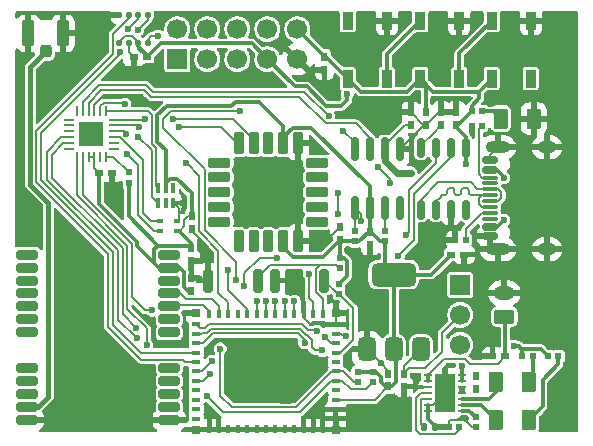
<source format=gbr>
%TF.GenerationSoftware,KiCad,Pcbnew,9.0.2*%
%TF.CreationDate,2025-11-28T15:39:44-05:00*%
%TF.ProjectId,hackathonproject,6861636b-6174-4686-9f6e-70726f6a6563,rev?*%
%TF.SameCoordinates,Original*%
%TF.FileFunction,Copper,L1,Top*%
%TF.FilePolarity,Positive*%
%FSLAX46Y46*%
G04 Gerber Fmt 4.6, Leading zero omitted, Abs format (unit mm)*
G04 Created by KiCad (PCBNEW 9.0.2) date 2025-11-28 15:39:44*
%MOMM*%
%LPD*%
G01*
G04 APERTURE LIST*
G04 Aperture macros list*
%AMRoundRect*
0 Rectangle with rounded corners*
0 $1 Rounding radius*
0 $2 $3 $4 $5 $6 $7 $8 $9 X,Y pos of 4 corners*
0 Add a 4 corners polygon primitive as box body*
4,1,4,$2,$3,$4,$5,$6,$7,$8,$9,$2,$3,0*
0 Add four circle primitives for the rounded corners*
1,1,$1+$1,$2,$3*
1,1,$1+$1,$4,$5*
1,1,$1+$1,$6,$7*
1,1,$1+$1,$8,$9*
0 Add four rect primitives between the rounded corners*
20,1,$1+$1,$2,$3,$4,$5,0*
20,1,$1+$1,$4,$5,$6,$7,0*
20,1,$1+$1,$6,$7,$8,$9,0*
20,1,$1+$1,$8,$9,$2,$3,0*%
%AMOutline5P*
0 Free polygon, 5 corners , with rotation*
0 The origin of the aperture is its center*
0 number of corners: always 5*
0 $1 to $10 corner X, Y*
0 $11 Rotation angle, in degrees counterclockwise*
0 create outline with 5 corners*
4,1,5,$1,$2,$3,$4,$5,$6,$7,$8,$9,$10,$1,$2,$11*%
%AMOutline6P*
0 Free polygon, 6 corners , with rotation*
0 The origin of the aperture is its center*
0 number of corners: always 6*
0 $1 to $12 corner X, Y*
0 $13 Rotation angle, in degrees counterclockwise*
0 create outline with 6 corners*
4,1,6,$1,$2,$3,$4,$5,$6,$7,$8,$9,$10,$11,$12,$1,$2,$13*%
%AMOutline7P*
0 Free polygon, 7 corners , with rotation*
0 The origin of the aperture is its center*
0 number of corners: always 7*
0 $1 to $14 corner X, Y*
0 $15 Rotation angle, in degrees counterclockwise*
0 create outline with 7 corners*
4,1,7,$1,$2,$3,$4,$5,$6,$7,$8,$9,$10,$11,$12,$13,$14,$1,$2,$15*%
%AMOutline8P*
0 Free polygon, 8 corners , with rotation*
0 The origin of the aperture is its center*
0 number of corners: always 8*
0 $1 to $16 corner X, Y*
0 $17 Rotation angle, in degrees counterclockwise*
0 create outline with 8 corners*
4,1,8,$1,$2,$3,$4,$5,$6,$7,$8,$9,$10,$11,$12,$13,$14,$15,$16,$1,$2,$17*%
G04 Aperture macros list end*
%TA.AperFunction,SMDPad,CuDef*%
%ADD10R,0.540000X0.790100*%
%TD*%
%TA.AperFunction,SMDPad,CuDef*%
%ADD11R,0.540000X0.565700*%
%TD*%
%TA.AperFunction,SMDPad,CuDef*%
%ADD12R,0.565700X0.540000*%
%TD*%
%TA.AperFunction,SMDPad,CuDef*%
%ADD13RoundRect,0.090000X0.360000X-0.660000X0.360000X0.660000X-0.360000X0.660000X-0.360000X-0.660000X0*%
%TD*%
%TA.AperFunction,SMDPad,CuDef*%
%ADD14R,0.790100X0.540000*%
%TD*%
%TA.AperFunction,ComponentPad*%
%ADD15R,1.700000X1.700000*%
%TD*%
%TA.AperFunction,ComponentPad*%
%ADD16C,1.700000*%
%TD*%
%TA.AperFunction,SMDPad,CuDef*%
%ADD17RoundRect,0.140000X-0.140000X-0.170000X0.140000X-0.170000X0.140000X0.170000X-0.140000X0.170000X0*%
%TD*%
%TA.AperFunction,SMDPad,CuDef*%
%ADD18RoundRect,0.250000X-0.375000X-0.625000X0.375000X-0.625000X0.375000X0.625000X-0.375000X0.625000X0*%
%TD*%
%TA.AperFunction,ComponentPad*%
%ADD19RoundRect,0.250000X0.625000X-0.350000X0.625000X0.350000X-0.625000X0.350000X-0.625000X-0.350000X0*%
%TD*%
%TA.AperFunction,ComponentPad*%
%ADD20O,1.750000X1.200000*%
%TD*%
%TA.AperFunction,SMDPad,CuDef*%
%ADD21RoundRect,0.250000X0.250000X-0.275000X0.250000X0.275000X-0.250000X0.275000X-0.250000X-0.275000X0*%
%TD*%
%TA.AperFunction,SMDPad,CuDef*%
%ADD22RoundRect,0.250000X0.275000X-0.850000X0.275000X0.850000X-0.275000X0.850000X-0.275000X-0.850000X0*%
%TD*%
%TA.AperFunction,SMDPad,CuDef*%
%ADD23RoundRect,0.212500X0.737500X0.212500X-0.737500X0.212500X-0.737500X-0.212500X0.737500X-0.212500X0*%
%TD*%
%TA.AperFunction,SMDPad,CuDef*%
%ADD24RoundRect,0.212500X0.212500X0.737500X-0.212500X0.737500X-0.212500X-0.737500X0.212500X-0.737500X0*%
%TD*%
%TA.AperFunction,HeatsinkPad*%
%ADD25R,4.800000X4.800000*%
%TD*%
%TA.AperFunction,SMDPad,CuDef*%
%ADD26RoundRect,0.150000X0.150000X-0.825000X0.150000X0.825000X-0.150000X0.825000X-0.150000X-0.825000X0*%
%TD*%
%TA.AperFunction,SMDPad,CuDef*%
%ADD27RoundRect,0.100000X0.100000X-0.337500X0.100000X0.337500X-0.100000X0.337500X-0.100000X-0.337500X0*%
%TD*%
%TA.AperFunction,SMDPad,CuDef*%
%ADD28R,0.665000X0.280000*%
%TD*%
%TA.AperFunction,SMDPad,CuDef*%
%ADD29R,1.700000X3.300000*%
%TD*%
%TA.AperFunction,SMDPad,CuDef*%
%ADD30RoundRect,0.150000X0.500000X-0.150000X0.500000X0.150000X-0.500000X0.150000X-0.500000X-0.150000X0*%
%TD*%
%TA.AperFunction,SMDPad,CuDef*%
%ADD31RoundRect,0.075000X0.575000X-0.075000X0.575000X0.075000X-0.575000X0.075000X-0.575000X-0.075000X0*%
%TD*%
%TA.AperFunction,HeatsinkPad*%
%ADD32O,2.100000X1.000000*%
%TD*%
%TA.AperFunction,HeatsinkPad*%
%ADD33O,1.600000X1.000000*%
%TD*%
%TA.AperFunction,SMDPad,CuDef*%
%ADD34RoundRect,0.062500X0.375000X0.062500X-0.375000X0.062500X-0.375000X-0.062500X0.375000X-0.062500X0*%
%TD*%
%TA.AperFunction,SMDPad,CuDef*%
%ADD35RoundRect,0.062500X0.062500X0.375000X-0.062500X0.375000X-0.062500X-0.375000X0.062500X-0.375000X0*%
%TD*%
%TA.AperFunction,HeatsinkPad*%
%ADD36R,2.100000X2.100000*%
%TD*%
%TA.AperFunction,SMDPad,CuDef*%
%ADD37RoundRect,0.200000X-0.200000X-0.800000X0.200000X-0.800000X0.200000X0.800000X-0.200000X0.800000X0*%
%TD*%
%TA.AperFunction,SMDPad,CuDef*%
%ADD38RoundRect,0.150000X0.150000X-0.675000X0.150000X0.675000X-0.150000X0.675000X-0.150000X-0.675000X0*%
%TD*%
%TA.AperFunction,SMDPad,CuDef*%
%ADD39RoundRect,0.200000X-0.700000X-0.200000X0.700000X-0.200000X0.700000X0.200000X-0.700000X0.200000X0*%
%TD*%
%TA.AperFunction,SMDPad,CuDef*%
%ADD40RoundRect,0.375000X0.375000X-0.625000X0.375000X0.625000X-0.375000X0.625000X-0.375000X-0.625000X0*%
%TD*%
%TA.AperFunction,SMDPad,CuDef*%
%ADD41RoundRect,0.500000X1.400000X-0.500000X1.400000X0.500000X-1.400000X0.500000X-1.400000X-0.500000X0*%
%TD*%
%TA.AperFunction,SMDPad,CuDef*%
%ADD42R,0.800000X0.400000*%
%TD*%
%TA.AperFunction,SMDPad,CuDef*%
%ADD43R,0.400000X0.800000*%
%TD*%
%TA.AperFunction,HeatsinkPad*%
%ADD44Outline5P,-0.725000X0.130500X-0.130500X0.725000X0.725000X0.725000X0.725000X-0.725000X-0.725000X-0.725000X180.000000*%
%TD*%
%TA.AperFunction,HeatsinkPad*%
%ADD45R,1.450000X1.450000*%
%TD*%
%TA.AperFunction,SMDPad,CuDef*%
%ADD46R,0.700000X0.700000*%
%TD*%
%TA.AperFunction,SMDPad,CuDef*%
%ADD47RoundRect,0.125000X-0.125000X-0.137500X0.125000X-0.137500X0.125000X0.137500X-0.125000X0.137500X0*%
%TD*%
%TA.AperFunction,SMDPad,CuDef*%
%ADD48RoundRect,0.200000X0.200000X0.800000X-0.200000X0.800000X-0.200000X-0.800000X0.200000X-0.800000X0*%
%TD*%
%TA.AperFunction,SMDPad,CuDef*%
%ADD49RoundRect,0.250000X0.375000X0.625000X-0.375000X0.625000X-0.375000X-0.625000X0.375000X-0.625000X0*%
%TD*%
%TA.AperFunction,SMDPad,CuDef*%
%ADD50R,0.500000X0.300000*%
%TD*%
%TA.AperFunction,ViaPad*%
%ADD51C,0.600000*%
%TD*%
%TA.AperFunction,Conductor*%
%ADD52C,0.200000*%
%TD*%
%TA.AperFunction,Conductor*%
%ADD53C,0.600000*%
%TD*%
%TA.AperFunction,Conductor*%
%ADD54C,0.300000*%
%TD*%
%TA.AperFunction,Conductor*%
%ADD55C,0.400000*%
%TD*%
G04 APERTURE END LIST*
D10*
%TO.P,C9,1*%
%TO.N,+5V*%
X178549900Y-89725000D03*
%TO.P,C9,2*%
%TO.N,GND*%
X178549900Y-90815200D03*
%TD*%
D11*
%TO.P,R2,1*%
%TO.N,+3.3V*%
X166975000Y-81909400D03*
%TO.P,R2,2*%
%TO.N,EN*%
X166975000Y-82775000D03*
%TD*%
D12*
%TO.P,R9,1*%
%TO.N,Net-(D3-A)*%
X185540600Y-88075000D03*
%TO.P,R9,2*%
%TO.N,VBUS*%
X184675000Y-88075000D03*
%TD*%
D13*
%TO.P,D5,1,VDD*%
%TO.N,VBUS*%
X173825000Y-64550000D03*
%TO.P,D5,2,DOUT*%
%TO.N,Net-(D5-DOUT)*%
X177125000Y-64550000D03*
%TO.P,D5,3,VSS*%
%TO.N,GND*%
X177125000Y-59650000D03*
%TO.P,D5,4,DIN*%
%TO.N,Net-(D4-DOUT)*%
X173825000Y-59650000D03*
%TD*%
D10*
%TO.P,C7,1*%
%TO.N,VBUS*%
X172425000Y-89534800D03*
%TO.P,C7,2*%
%TO.N,GND*%
X172425000Y-90625000D03*
%TD*%
%TO.P,C18,1*%
%TO.N,GND*%
X174300000Y-68490200D03*
%TO.P,C18,2*%
%TO.N,VBUS*%
X174300000Y-67400000D03*
%TD*%
%TO.P,C4,1*%
%TO.N,GND*%
X176875000Y-67375000D03*
%TO.P,C4,2*%
%TO.N,VBUS*%
X176875000Y-68465200D03*
%TD*%
%TO.P,C17,1*%
%TO.N,GND*%
X167000000Y-77159800D03*
%TO.P,C17,2*%
%TO.N,+3.3V*%
X167000000Y-78250000D03*
%TD*%
D12*
%TO.P,R3,1*%
%TO.N,Net-(J1-CC1)*%
X177675000Y-78200000D03*
%TO.P,R3,2*%
%TO.N,GND*%
X176809400Y-78200000D03*
%TD*%
D11*
%TO.P,R10,1*%
%TO.N,+3.3V*%
X168300000Y-78331200D03*
%TO.P,R10,2*%
%TO.N,/CLOCK*%
X168300000Y-77465600D03*
%TD*%
%TO.P,R6,1*%
%TO.N,+3.3V*%
X168525000Y-89409400D03*
%TO.P,R6,2*%
%TO.N,/SDA*%
X168525000Y-90275000D03*
%TD*%
D14*
%TO.P,C8,1*%
%TO.N,+3.3V*%
X176475000Y-79450000D03*
%TO.P,C8,2*%
%TO.N,GND*%
X177565200Y-79450000D03*
%TD*%
D12*
%TO.P,R12,1*%
%TO.N,Net-(U7-ICHSET)*%
X177100000Y-94050000D03*
%TO.P,R12,2*%
%TO.N,GND*%
X176234400Y-94050000D03*
%TD*%
D15*
%TO.P,J4,1,Pin_1*%
%TO.N,+5V*%
X177225000Y-82025000D03*
D16*
%TO.P,J4,2,Pin_2*%
%TO.N,VBUS*%
X177225000Y-84565000D03*
%TO.P,J4,3,Pin_3*%
%TO.N,/BATOUT*%
X177225000Y-87105000D03*
%TD*%
D14*
%TO.P,C12,1*%
%TO.N,GND*%
X149594800Y-62750000D03*
%TO.P,C12,2*%
%TO.N,+3.3V*%
X150685000Y-62750000D03*
%TD*%
D17*
%TO.P,C14,1*%
%TO.N,Net-(U7-TMR)*%
X174140000Y-94050000D03*
%TO.P,C14,2*%
%TO.N,GND*%
X175100000Y-94050000D03*
%TD*%
D18*
%TO.P,D3,1,K*%
%TO.N,Net-(D3-K)*%
X180225000Y-93450000D03*
%TO.P,D3,2,A*%
%TO.N,Net-(D3-A)*%
X183025000Y-93450000D03*
%TD*%
D10*
%TO.P,C3,1*%
%TO.N,GND*%
X165725000Y-63790200D03*
%TO.P,C3,2*%
%TO.N,VBUS*%
X165725000Y-62700000D03*
%TD*%
%TO.P,C2,1*%
%TO.N,GND*%
X171125000Y-89525000D03*
%TO.P,C2,2*%
%TO.N,+3.3V*%
X171125000Y-90615200D03*
%TD*%
D19*
%TO.P,J5,1,Pin_1*%
%TO.N,/BAT*%
X180950000Y-84725000D03*
D20*
%TO.P,J5,2,Pin_2*%
%TO.N,GND*%
X180950000Y-82725000D03*
%TD*%
D18*
%TO.P,D2,1,K*%
%TO.N,Net-(D2-K)*%
X180225000Y-90225000D03*
%TO.P,D2,2,A*%
%TO.N,Net-(D2-A)*%
X183025000Y-90225000D03*
%TD*%
D21*
%TO.P,J3,1,In*%
%TO.N,/EXT_ANT*%
X142125000Y-62255000D03*
D22*
%TO.P,J3,2,Ext*%
%TO.N,GND*%
X140650000Y-60730000D03*
X143600000Y-60730000D03*
%TD*%
D11*
%TO.P,R7,1*%
%TO.N,+3.3V*%
X169825000Y-89409400D03*
%TO.P,R7,2*%
%TO.N,/SCL*%
X169825000Y-90275000D03*
%TD*%
D10*
%TO.P,C5,1*%
%TO.N,GND*%
X175625000Y-67375000D03*
%TO.P,C5,2*%
%TO.N,Net-(U2-V3)*%
X175625000Y-68465200D03*
%TD*%
D23*
%TO.P,U9,1*%
%TO.N,N/C*%
X165125000Y-76675000D03*
%TO.P,U9,2*%
X165125000Y-75425000D03*
%TO.P,U9,3*%
X165125000Y-74175000D03*
%TO.P,U9,4*%
X165125000Y-72925000D03*
%TO.P,U9,5*%
X165125000Y-71675000D03*
D24*
%TO.P,U9,6,GND*%
%TO.N,GND*%
X163475000Y-70025000D03*
%TO.P,U9,7,VDD*%
%TO.N,+3.3V*%
X162225000Y-70025000D03*
%TO.P,U9,8*%
%TO.N,N/C*%
X160975000Y-70025000D03*
%TO.P,U9,9,SCL*%
%TO.N,/SC1*%
X159725000Y-70025000D03*
%TO.P,U9,10,SDA*%
%TO.N,/SD1*%
X158475000Y-70025000D03*
D23*
%TO.P,U9,11*%
%TO.N,N/C*%
X156825000Y-71675000D03*
%TO.P,U9,12*%
X156825000Y-72925000D03*
%TO.P,U9,13*%
X156825000Y-74175000D03*
%TO.P,U9,14*%
X156825000Y-75425000D03*
%TO.P,U9,15*%
X156825000Y-76675000D03*
D24*
%TO.P,U9,16*%
X158475000Y-78325000D03*
%TO.P,U9,17*%
X159725000Y-78325000D03*
%TO.P,U9,18*%
X160975000Y-78325000D03*
%TO.P,U9,19,VDD*%
%TO.N,+3.3V*%
X162225000Y-78325000D03*
%TO.P,U9,20,GND*%
%TO.N,GND*%
X163475000Y-78325000D03*
D25*
%TO.P,U9,21,GND*%
X160975000Y-74175000D03*
%TD*%
D10*
%TO.P,C6,1*%
%TO.N,GND*%
X154450000Y-81459800D03*
%TO.P,C6,2*%
%TO.N,+3.3V*%
X154450000Y-82550000D03*
%TD*%
D26*
%TO.P,U5,1,32KHZ*%
%TO.N,/CLOCK*%
X168295000Y-75475000D03*
%TO.P,U5,2,VCC*%
%TO.N,+3.3V*%
X169565000Y-75475000D03*
%TO.P,U5,3,~{INT}/SQW*%
%TO.N,Net-(U5-~{INT}{slash}SQW)*%
X170835000Y-75475000D03*
%TO.P,U5,4,~{RST}*%
%TO.N,unconnected-(U5-~{RST}-Pad4)*%
X172105000Y-75475000D03*
%TO.P,U5,5,GND*%
%TO.N,GND*%
X172105000Y-70525000D03*
%TO.P,U5,6,VBAT*%
%TO.N,Net-(BT1-+)*%
X170835000Y-70525000D03*
%TO.P,U5,7,SDA*%
%TO.N,/SD4*%
X169565000Y-70525000D03*
%TO.P,U5,8,SCL*%
%TO.N,/SC4*%
X168295000Y-70525000D03*
%TD*%
D27*
%TO.P,U11,1,SCL*%
%TO.N,/SC2*%
X151625000Y-75080000D03*
%TO.P,U11,2,INT*%
%TO.N,unconnected-(U11-INT-Pad2)*%
X152275000Y-75080000D03*
%TO.P,U11,3,GND*%
%TO.N,GND*%
X152925000Y-75080000D03*
%TO.P,U11,4,NC*%
%TO.N,unconnected-(U11-NC-Pad4)*%
X152925000Y-73805000D03*
%TO.P,U11,5,VDD*%
%TO.N,+3.3V*%
X152275000Y-73805000D03*
%TO.P,U11,6,SDA*%
%TO.N,/SD2*%
X151625000Y-73805000D03*
%TD*%
D28*
%TO.P,U7,1,BATT*%
%TO.N,/BAT*%
X174499800Y-89675000D03*
%TO.P,U7,2,BATT*%
X174499800Y-90174900D03*
%TO.P,U7,3,MODE*%
%TO.N,GND*%
X174499800Y-90675000D03*
%TO.P,U7,4,ICHSET*%
%TO.N,Net-(U7-ICHSET)*%
X174499800Y-91174900D03*
%TO.P,U7,5,TMR*%
%TO.N,Net-(U7-TMR)*%
X174499800Y-91675000D03*
%TO.P,U7,6,CEB#*%
%TO.N,GND*%
X174499800Y-92174900D03*
%TO.P,U7,7,GND*%
X174499800Y-92675000D03*
%TO.P,U7,8,NTC*%
%TO.N,Net-(U7-NTC)*%
X177400000Y-92675000D03*
%TO.P,U7,9,STAT2#*%
%TO.N,Net-(D3-K)*%
X177400000Y-92174900D03*
%TO.P,U7,10,STAT1#*%
%TO.N,Net-(D2-K)*%
X177400000Y-91675000D03*
%TO.P,U7,11,IN*%
%TO.N,+5V*%
X177400000Y-91174900D03*
%TO.P,U7,12,IN*%
X177400000Y-90675000D03*
%TO.P,U7,13,SYS*%
%TO.N,/BATOUT*%
X177400000Y-90174900D03*
%TO.P,U7,14,SYS*%
X177400000Y-89675000D03*
D29*
%TO.P,U7,15,GND*%
%TO.N,GND*%
X175949900Y-91174900D03*
%TD*%
D13*
%TO.P,D6,1,VDD*%
%TO.N,VBUS*%
X179900000Y-64550000D03*
%TO.P,D6,2,DOUT*%
%TO.N,unconnected-(D6-DOUT-Pad2)*%
X183200000Y-64550000D03*
%TO.P,D6,3,VSS*%
%TO.N,GND*%
X183200000Y-59650000D03*
%TO.P,D6,4,DIN*%
%TO.N,Net-(D5-DOUT)*%
X179900000Y-59650000D03*
%TD*%
D30*
%TO.P,J1,A1,GND*%
%TO.N,GND*%
X179755000Y-77880000D03*
%TO.P,J1,A4,VBUS*%
%TO.N,+5V*%
X179755000Y-77080000D03*
D31*
%TO.P,J1,A5,CC1*%
%TO.N,Net-(J1-CC1)*%
X179755000Y-75930000D03*
%TO.P,J1,A6,D+*%
%TO.N,/USB_D+*%
X179755000Y-74930000D03*
%TO.P,J1,A7,D-*%
%TO.N,/USB_D-*%
X179755000Y-74430000D03*
%TO.P,J1,A8,SBU1*%
%TO.N,unconnected-(J1-SBU1-PadA8)*%
X179755000Y-73430000D03*
D30*
%TO.P,J1,A9,VBUS*%
%TO.N,+5V*%
X179755000Y-72280000D03*
%TO.P,J1,A12,GND*%
%TO.N,GND*%
X179755000Y-71480000D03*
%TO.P,J1,B1,GND*%
X179755000Y-71480000D03*
%TO.P,J1,B4,VBUS*%
%TO.N,+5V*%
X179755000Y-72280000D03*
D31*
%TO.P,J1,B5,CC2*%
%TO.N,Net-(J1-CC2)*%
X179755000Y-72930000D03*
%TO.P,J1,B6,D+*%
%TO.N,/USB_D+*%
X179755000Y-73930000D03*
%TO.P,J1,B7,D-*%
%TO.N,/USB_D-*%
X179755000Y-75430000D03*
%TO.P,J1,B8,SBU2*%
%TO.N,unconnected-(J1-SBU2-PadB8)*%
X179755000Y-76430000D03*
D30*
%TO.P,J1,B9,VBUS*%
%TO.N,+5V*%
X179755000Y-77080000D03*
%TO.P,J1,B12,GND*%
%TO.N,GND*%
X179755000Y-77880000D03*
D32*
%TO.P,J1,S1,SHIELD*%
X180395000Y-79000000D03*
D33*
X184575000Y-79000000D03*
D32*
X180395000Y-70360000D03*
D33*
X184575000Y-70360000D03*
%TD*%
D10*
%TO.P,C13,1*%
%TO.N,+3.3V*%
X169600000Y-77540600D03*
%TO.P,C13,2*%
%TO.N,GND*%
X169600000Y-78630800D03*
%TD*%
D12*
%TO.P,R8,1*%
%TO.N,Net-(D2-A)*%
X183340600Y-88075000D03*
%TO.P,R8,2*%
%TO.N,VBUS*%
X182475000Y-88075000D03*
%TD*%
D11*
%TO.P,R11,1*%
%TO.N,Net-(U5-~{INT}{slash}SQW)*%
X170875000Y-77450000D03*
%TO.P,R11,2*%
%TO.N,+3.3V*%
X170875000Y-78315600D03*
%TD*%
D34*
%TO.P,U10,1,SD0*%
%TO.N,unconnected-(U10-SD0-Pad1)*%
X147937500Y-70525000D03*
%TO.P,U10,2,SC0*%
%TO.N,unconnected-(U10-SC0-Pad2)*%
X147937500Y-70025000D03*
%TO.P,U10,3,SD1*%
%TO.N,/SD0*%
X147937500Y-69525000D03*
%TO.P,U10,4,SC1*%
%TO.N,/SC0*%
X147937500Y-69025000D03*
%TO.P,U10,5,SD2*%
%TO.N,/SD1*%
X147937500Y-68525000D03*
%TO.P,U10,6,SC2*%
%TO.N,/SC1*%
X147937500Y-68025000D03*
D35*
%TO.P,U10,7,SD3*%
%TO.N,/SD2*%
X147250000Y-67337500D03*
%TO.P,U10,8,SC3*%
%TO.N,/SC2*%
X146750000Y-67337500D03*
%TO.P,U10,9,GND*%
%TO.N,GND*%
X146250000Y-67337500D03*
%TO.P,U10,10,SD4*%
%TO.N,/SD4*%
X145750000Y-67337500D03*
%TO.P,U10,11,SC4*%
%TO.N,/SC4*%
X145250000Y-67337500D03*
%TO.P,U10,12,SD5*%
%TO.N,unconnected-(U10-SD5-Pad12)*%
X144750000Y-67337500D03*
D34*
%TO.P,U10,13,SC5*%
%TO.N,unconnected-(U10-SC5-Pad13)*%
X144062500Y-68025000D03*
%TO.P,U10,14,SD6*%
%TO.N,unconnected-(U10-SD6-Pad14)*%
X144062500Y-68525000D03*
%TO.P,U10,15,SC6*%
%TO.N,unconnected-(U10-SC6-Pad15)*%
X144062500Y-69025000D03*
%TO.P,U10,16,SD7*%
%TO.N,/SD3*%
X144062500Y-69525000D03*
%TO.P,U10,17,SC7*%
%TO.N,/SC3*%
X144062500Y-70025000D03*
%TO.P,U10,18,A2*%
%TO.N,unconnected-(U10-A2-Pad18)*%
X144062500Y-70525000D03*
D35*
%TO.P,U10,19,SCL*%
%TO.N,/SCL*%
X144750000Y-71212500D03*
%TO.P,U10,20,SDA*%
%TO.N,/SDA*%
X145250000Y-71212500D03*
%TO.P,U10,21,VCC*%
%TO.N,+3.3V*%
X145750000Y-71212500D03*
%TO.P,U10,22,A0*%
X146250000Y-71212500D03*
%TO.P,U10,23,A1*%
%TO.N,unconnected-(U10-A1-Pad23)*%
X146750000Y-71212500D03*
%TO.P,U10,24,~{RESET}*%
%TO.N,Net-(U10-~{RESET})*%
X147250000Y-71212500D03*
D36*
%TO.P,U10,25,1EP*%
%TO.N,unconnected-(U10-1EP-Pad25)*%
X146000000Y-69275000D03*
%TD*%
D12*
%TO.P,R5,1*%
%TO.N,Net-(J1-CC2)*%
X179050000Y-68550000D03*
%TO.P,R5,2*%
%TO.N,GND*%
X178184400Y-68550000D03*
%TD*%
D37*
%TO.P,SW1,1,1*%
%TO.N,GND*%
X155900000Y-81650000D03*
%TO.P,SW1,2,2*%
%TO.N,BOOT*%
X160100000Y-81650000D03*
%TD*%
D11*
%TO.P,R14,1*%
%TO.N,Net-(U10-~{RESET})*%
X149150000Y-72500000D03*
%TO.P,R14,2*%
%TO.N,+3.3V*%
X149150000Y-73365600D03*
%TD*%
%TO.P,R1,1*%
%TO.N,+3.3V*%
X167000000Y-79759400D03*
%TO.P,R1,2*%
%TO.N,BOOT*%
X167000000Y-80625000D03*
%TD*%
D38*
%TO.P,U2,1,UD+*%
%TO.N,/USB_D+*%
X173890000Y-75650000D03*
%TO.P,U2,2,UD-*%
%TO.N,/USB_D-*%
X175160000Y-75650000D03*
%TO.P,U2,3,GND*%
%TO.N,GND*%
X176430000Y-75650000D03*
%TO.P,U2,4,~{RTS}*%
%TO.N,unconnected-(U2-~{RTS}-Pad4)*%
X177700000Y-75650000D03*
%TO.P,U2,5,VCC*%
%TO.N,VBUS*%
X177700000Y-70400000D03*
%TO.P,U2,6,TXD*%
%TO.N,/RX1*%
X176430000Y-70400000D03*
%TO.P,U2,7,RXD*%
%TO.N,/TX1*%
X175160000Y-70400000D03*
%TO.P,U2,8,V3*%
%TO.N,Net-(U2-V3)*%
X173890000Y-70400000D03*
%TD*%
D10*
%TO.P,C15,1*%
%TO.N,GND*%
X154450000Y-79965200D03*
%TO.P,C15,2*%
%TO.N,+3.3V*%
X154450000Y-78875000D03*
%TD*%
D39*
%TO.P,U3,1,~{SAFEBOOT}*%
%TO.N,unconnected-(U3-~{SAFEBOOT}-Pad1)*%
X140575000Y-79450000D03*
%TO.P,U3,2,D_SEL*%
%TO.N,unconnected-(U3-D_SEL-Pad2)*%
X140575000Y-80550000D03*
%TO.P,U3,3,TIMEPULSE*%
%TO.N,unconnected-(U3-TIMEPULSE-Pad3)*%
X140575000Y-81650000D03*
%TO.P,U3,4,EXTINT*%
%TO.N,unconnected-(U3-EXTINT-Pad4)*%
X140575000Y-82750000D03*
%TO.P,U3,5,USB_DM*%
%TO.N,unconnected-(U3-USB_DM-Pad5)*%
X140575000Y-83850000D03*
%TO.P,U3,6,USB_DP*%
%TO.N,unconnected-(U3-USB_DP-Pad6)*%
X140575000Y-84950000D03*
%TO.P,U3,7,VDD_USB*%
%TO.N,unconnected-(U3-VDD_USB-Pad7)*%
X140575000Y-86050000D03*
%TO.P,U3,8,~{RESET}*%
%TO.N,/RESET*%
X140575000Y-89050000D03*
%TO.P,U3,9,VCC_RF*%
%TO.N,unconnected-(U3-VCC_RF-Pad9)*%
X140575000Y-90150000D03*
%TO.P,U3,10,GND*%
%TO.N,GND*%
X140575000Y-91250000D03*
%TO.P,U3,11,RF_IN*%
%TO.N,/EXT_ANT*%
X140575000Y-92350000D03*
%TO.P,U3,12,GND*%
%TO.N,GND*%
X140575000Y-93450000D03*
%TO.P,U3,13,GND*%
X152575000Y-93450000D03*
%TO.P,U3,14,LNA_EN*%
%TO.N,unconnected-(U3-LNA_EN-Pad14)*%
X152575000Y-92350000D03*
%TO.P,U3,15,RESERVED*%
%TO.N,unconnected-(U3-RESERVED-Pad15)*%
X152575000Y-91250000D03*
%TO.P,U3,16,RESERVED*%
%TO.N,unconnected-(U3-RESERVED-Pad16)*%
X152575000Y-90150000D03*
%TO.P,U3,17,RESERVED*%
%TO.N,unconnected-(U3-RESERVED-Pad17)*%
X152575000Y-89050000D03*
%TO.P,U3,18,SDA/~{SPI_CS}*%
%TO.N,/SD3*%
X152575000Y-86050000D03*
%TO.P,U3,19,SCL/SPI_CLK*%
%TO.N,/SC3*%
X152575000Y-84950000D03*
%TO.P,U3,20,TXD/SPI_MISO*%
%TO.N,/TX2*%
X152575000Y-83850000D03*
%TO.P,U3,21,RXD/SPI_MOSI*%
%TO.N,/RX2*%
X152575000Y-82750000D03*
%TO.P,U3,22,V_BCKP*%
%TO.N,unconnected-(U3-V_BCKP-Pad22)*%
X152575000Y-81650000D03*
%TO.P,U3,23,VCC*%
%TO.N,+3.3V*%
X152575000Y-80550000D03*
%TO.P,U3,24,GND*%
%TO.N,GND*%
X152575000Y-79450000D03*
%TD*%
D40*
%TO.P,U4,1,GND*%
%TO.N,GND*%
X169300000Y-87450000D03*
%TO.P,U4,2,VO*%
%TO.N,+3.3V*%
X171600000Y-87450000D03*
D41*
X171600000Y-81150000D03*
D40*
%TO.P,U4,3,VI*%
%TO.N,VBUS*%
X173900000Y-87450000D03*
%TD*%
D13*
%TO.P,D4,1,VDD*%
%TO.N,VBUS*%
X167710000Y-64550000D03*
%TO.P,D4,2,DOUT*%
%TO.N,Net-(D4-DOUT)*%
X171010000Y-64550000D03*
%TO.P,D4,3,VSS*%
%TO.N,GND*%
X171010000Y-59650000D03*
%TO.P,D4,4,DIN*%
%TO.N,/LED*%
X167710000Y-59650000D03*
%TD*%
D15*
%TO.P,J2,1,Pin_1*%
%TO.N,/IO1 *%
X153275000Y-62915000D03*
D16*
%TO.P,J2,2,Pin_2*%
%TO.N,/IO2*%
X153275000Y-60375000D03*
%TO.P,J2,3,Pin_3*%
%TO.N,/IO3*%
X155815000Y-62915000D03*
%TO.P,J2,4,Pin_4*%
%TO.N,/IO4*%
X155815000Y-60375000D03*
%TO.P,J2,5,Pin_5*%
%TO.N,/IO5*%
X158355000Y-62915000D03*
%TO.P,J2,6,Pin_6*%
%TO.N,/SCL*%
X158355000Y-60375000D03*
%TO.P,J2,7,Pin_7*%
%TO.N,+3.3V*%
X160895000Y-62915000D03*
%TO.P,J2,8,Pin_8*%
%TO.N,/SDA*%
X160895000Y-60375000D03*
%TO.P,J2,9,Pin_9*%
%TO.N,GND*%
X163435000Y-62915000D03*
%TO.P,J2,10,Pin_10*%
%TO.N,VBUS*%
X163435000Y-60375000D03*
%TD*%
D42*
%TO.P,U1,1,GND*%
%TO.N,GND*%
X166675000Y-93350000D03*
%TO.P,U1,2,GND*%
X166675000Y-92550000D03*
%TO.P,U1,3,3V3*%
%TO.N,+3.3V*%
X166675000Y-91750000D03*
%TO.P,U1,4,NC*%
%TO.N,unconnected-(U1-NC-Pad4)*%
X166675000Y-90950000D03*
%TO.P,U1,5,IO2*%
%TO.N,/SCL*%
X166675000Y-90150000D03*
%TO.P,U1,6,IO3*%
%TO.N,/SDA*%
X166675000Y-89350000D03*
%TO.P,U1,7,NC*%
%TO.N,unconnected-(U1-NC-Pad7)*%
X166675000Y-88550000D03*
%TO.P,U1,8,EN*%
%TO.N,EN*%
X166675000Y-87750000D03*
%TO.P,U1,9,IO4*%
%TO.N,/CD*%
X166675000Y-86950000D03*
%TO.P,U1,10,IO5*%
%TO.N,/CLOCK*%
X166675000Y-86150000D03*
%TO.P,U1,11,GND*%
%TO.N,GND*%
X166675000Y-85350000D03*
D43*
%TO.P,U1,12,IO0*%
%TO.N,BOOT*%
X165575000Y-84450000D03*
%TO.P,U1,13,IO1*%
%TO.N,/MOSI*%
X164775000Y-84450000D03*
%TO.P,U1,14,GND*%
%TO.N,GND*%
X163975000Y-84450000D03*
%TO.P,U1,15,IO6*%
%TO.N,/IO5*%
X163175000Y-84450000D03*
%TO.P,U1,16,IO7*%
%TO.N,/IO4*%
X162375000Y-84450000D03*
%TO.P,U1,17,IO12*%
%TO.N,/IO3*%
X161575000Y-84450000D03*
%TO.P,U1,18,IO13*%
%TO.N,/IO2*%
X160775000Y-84450000D03*
%TO.P,U1,19,IO14*%
%TO.N,/IO1 *%
X159975000Y-84450000D03*
%TO.P,U1,20,IO15*%
%TO.N,/SDO*%
X159175000Y-84450000D03*
%TO.P,U1,21,NC*%
%TO.N,unconnected-(U1-NC-Pad21)*%
X158375000Y-84450000D03*
%TO.P,U1,22,IO8*%
%TO.N,/SCK*%
X157575000Y-84450000D03*
%TO.P,U1,23,IO9*%
%TO.N,/RX2*%
X156775000Y-84450000D03*
%TO.P,U1,24,IO18*%
%TO.N,/TX2*%
X155975000Y-84450000D03*
D42*
%TO.P,U1,25,IO19*%
%TO.N,/MISO*%
X154875000Y-85350000D03*
%TO.P,U1,26,IO20*%
%TO.N,/SCLK*%
X154875000Y-86150000D03*
%TO.P,U1,27,IO21*%
%TO.N,/LED*%
X154875000Y-86950000D03*
%TO.P,U1,28,IO22*%
%TO.N,/SDI*%
X154875000Y-87750000D03*
%TO.P,U1,29,IO23*%
%TO.N,/CSB*%
X154875000Y-88550000D03*
%TO.P,U1,30,RXD0*%
%TO.N,/RX1*%
X154875000Y-89350000D03*
%TO.P,U1,31,TXD0*%
%TO.N,/TX1*%
X154875000Y-90150000D03*
%TO.P,U1,32,NC*%
%TO.N,unconnected-(U1-NC-Pad32)*%
X154875000Y-90950000D03*
%TO.P,U1,33,NC*%
%TO.N,unconnected-(U1-NC-Pad33)*%
X154875000Y-91750000D03*
%TO.P,U1,34,NC*%
%TO.N,unconnected-(U1-NC-Pad34)*%
X154875000Y-92550000D03*
%TO.P,U1,35,NC*%
%TO.N,unconnected-(U1-NC-Pad35)*%
X154875000Y-93350000D03*
D43*
%TO.P,U1,36,GND*%
%TO.N,GND*%
X155975000Y-94250000D03*
%TO.P,U1,37,GND*%
X156775000Y-94250000D03*
%TO.P,U1,38,GND*%
X157575000Y-94250000D03*
%TO.P,U1,39,GND*%
X158375000Y-94250000D03*
%TO.P,U1,40,GND*%
X159175000Y-94250000D03*
%TO.P,U1,41,GND*%
X159975000Y-94250000D03*
%TO.P,U1,42,GND*%
X160775000Y-94250000D03*
%TO.P,U1,43,GND*%
X161575000Y-94250000D03*
%TO.P,U1,44,GND*%
X162375000Y-94250000D03*
%TO.P,U1,45,GND*%
X163175000Y-94250000D03*
%TO.P,U1,46,GND*%
X163975000Y-94250000D03*
%TO.P,U1,47,GND*%
X164775000Y-94250000D03*
%TO.P,U1,48,GND*%
X165575000Y-94250000D03*
D44*
%TO.P,U1,49,GND*%
X162750000Y-91325000D03*
D45*
X162750000Y-89350000D03*
X162750000Y-87375000D03*
X160775000Y-91325000D03*
X160775000Y-89350000D03*
X160775000Y-87375000D03*
X158800000Y-91325000D03*
X158800000Y-89350000D03*
X158800000Y-87375000D03*
D46*
%TO.P,U1,50,GND*%
X154825000Y-94300000D03*
%TO.P,U1,51,GND*%
X154825000Y-84400000D03*
%TO.P,U1,52,GND*%
X166725000Y-84400000D03*
%TO.P,U1,53,GND*%
X166725000Y-94300000D03*
%TD*%
D11*
%TO.P,R13,1*%
%TO.N,Net-(U7-NTC)*%
X178525000Y-93200000D03*
%TO.P,R13,2*%
%TO.N,GND*%
X178525000Y-94065600D03*
%TD*%
D14*
%TO.P,C16,1*%
%TO.N,/BAT*%
X181040200Y-88075000D03*
%TO.P,C16,2*%
%TO.N,GND*%
X179950000Y-88075000D03*
%TD*%
D12*
%TO.P,R4,1*%
%TO.N,VBUS*%
X178209400Y-67325000D03*
%TO.P,R4,2*%
%TO.N,Net-(D1-A)*%
X179075000Y-67325000D03*
%TD*%
D47*
%TO.P,U6,1,GND*%
%TO.N,GND*%
X148360000Y-59175000D03*
%TO.P,U6,2,CSB*%
%TO.N,/CSB*%
X149160000Y-59175000D03*
%TO.P,U6,3,SDI*%
%TO.N,/SDI*%
X149960000Y-59175000D03*
%TO.P,U6,4,SCK*%
%TO.N,/SCK*%
X150760000Y-59175000D03*
%TO.P,U6,5,SDO*%
%TO.N,/SDO*%
X150760000Y-61550000D03*
%TO.P,U6,6,VDDIO*%
%TO.N,+3.3V*%
X149960000Y-61550000D03*
%TO.P,U6,7,GND*%
%TO.N,GND*%
X149160000Y-61550000D03*
%TO.P,U6,8,VDD*%
%TO.N,+3.3V*%
X148360000Y-61550000D03*
%TD*%
D48*
%TO.P,SW2,1,1*%
%TO.N,EN*%
X165725000Y-81650000D03*
%TO.P,SW2,2,2*%
%TO.N,GND*%
X161525000Y-81650000D03*
%TD*%
D49*
%TO.P,D1,1,K*%
%TO.N,GND*%
X183457800Y-67950000D03*
%TO.P,D1,2,A*%
%TO.N,Net-(D1-A)*%
X180657800Y-67950000D03*
%TD*%
D50*
%TO.P,U8,1,SDA*%
%TO.N,/SD0*%
X151832500Y-76650000D03*
%TO.P,U8,2,SCL*%
%TO.N,/SC0*%
X151832500Y-77450000D03*
%TO.P,U8,3,VDD*%
%TO.N,+3.3V*%
X153232500Y-77450000D03*
%TO.P,U8,4,VSS*%
%TO.N,GND*%
X153232500Y-76650000D03*
%TD*%
D10*
%TO.P,C10,1*%
%TO.N,Net-(BT1-+)*%
X173025000Y-68495100D03*
%TO.P,C10,2*%
%TO.N,GND*%
X173025000Y-67404900D03*
%TD*%
D14*
%TO.P,C19,1*%
%TO.N,GND*%
X147752700Y-72525000D03*
%TO.P,C19,2*%
%TO.N,+3.3V*%
X146662500Y-72525000D03*
%TD*%
D10*
%TO.P,C20,1*%
%TO.N,GND*%
X154475000Y-77295100D03*
%TO.P,C20,2*%
%TO.N,+3.3V*%
X154475000Y-76204900D03*
%TD*%
D51*
%TO.N,GND*%
X170475000Y-88625000D03*
%TO.N,Net-(BT1-+)*%
X173050000Y-72535765D03*
%TO.N,GND*%
X185850000Y-91000000D03*
X162950000Y-81775000D03*
X175949900Y-91174900D03*
X170050000Y-64350000D03*
X178184400Y-68550000D03*
X153600000Y-87075000D03*
X162750000Y-87375000D03*
X173850000Y-85250000D03*
X182825000Y-85425000D03*
X177675000Y-66400000D03*
X166850100Y-62425200D03*
X150750000Y-89425000D03*
X142750000Y-64075000D03*
X182975000Y-72475000D03*
X172450000Y-93900000D03*
X155450000Y-79600000D03*
X165375000Y-92775000D03*
X143075000Y-87075000D03*
X165550000Y-59475000D03*
X152575000Y-79450000D03*
X162800000Y-91325000D03*
X160975000Y-74175000D03*
X175075000Y-78750000D03*
X170150000Y-67425000D03*
X140575000Y-91250000D03*
X148200000Y-64100000D03*
X150500000Y-66450000D03*
X178550000Y-90825000D03*
X175450000Y-60025000D03*
X153775000Y-75050000D03*
X167850000Y-67400000D03*
X184925000Y-66275000D03*
X168500000Y-80975000D03*
X148075000Y-73775000D03*
%TO.N,+3.3V*%
X162225000Y-70025000D03*
X167650000Y-65875000D03*
%TO.N,VBUS*%
X177700000Y-71825000D03*
X181750000Y-87200000D03*
%TO.N,+5V*%
X180925000Y-76550000D03*
X177400000Y-90950000D03*
X180925000Y-72950000D03*
X178575000Y-89750000D03*
%TO.N,/SCLK*%
X165550000Y-87575000D03*
X171232130Y-73356236D03*
X170255147Y-72051153D03*
%TO.N,/MISO*%
X166888235Y-74238235D03*
X166900000Y-76000000D03*
X165088279Y-85950415D03*
%TO.N,/MOSI*%
X164424000Y-81075000D03*
%TO.N,/LED*%
X167710000Y-59650000D03*
X164041793Y-86931737D03*
%TO.N,/BATOUT*%
X177400000Y-88900000D03*
%TO.N,/CLOCK*%
X167575000Y-86367185D03*
X168833556Y-76595743D03*
%TO.N,/SDA*%
X158919504Y-82105496D03*
X151150000Y-84150000D03*
X161672098Y-79744799D03*
X156900000Y-87425000D03*
%TO.N,/SCL*%
X158275000Y-81575000D03*
X150675182Y-87150000D03*
X158575000Y-67325000D03*
X155755568Y-91411965D03*
%TO.N,/SC2*%
X149950000Y-69475000D03*
X148825000Y-66737500D03*
%TO.N,/SD3*%
X152575000Y-86050000D03*
X149820315Y-86554685D03*
%TO.N,/SC3*%
X152575000Y-84950000D03*
X149775000Y-85660843D03*
%TO.N,/SDO*%
X151625000Y-60950000D03*
X157531297Y-80718703D03*
%TO.N,/RX1*%
X156225000Y-88475000D03*
X171975000Y-79550000D03*
%TO.N,/SDI*%
X149059526Y-60386500D03*
X148409000Y-62312500D03*
%TO.N,/SCK*%
X154025000Y-71725000D03*
X149925000Y-60400000D03*
%TO.N,/TX1*%
X172600000Y-77825000D03*
X156000000Y-89575000D03*
%TO.N,/SC0*%
X148944664Y-69230336D03*
X148971134Y-70953866D03*
%TO.N,/SC1*%
X150530002Y-67984998D03*
X152905701Y-67984526D03*
%TO.N,/SD1*%
X150050000Y-68625000D03*
X153400000Y-68625000D03*
%TO.N,/IO1 *%
X159974756Y-83425008D03*
%TO.N,/IO3*%
X161574370Y-83400035D03*
%TO.N,/IO4*%
X162375000Y-83356936D03*
%TO.N,/IO2*%
X160774368Y-83400000D03*
%TO.N,/IO5*%
X163175000Y-83425000D03*
%TO.N,/SC4*%
X167300000Y-68950000D03*
X166100000Y-67750000D03*
%TO.N,/CD*%
X165750000Y-86400000D03*
%TD*%
D52*
%TO.N,Net-(BT1-+)*%
X172517932Y-68495100D02*
X170835000Y-70178032D01*
X170835000Y-70178032D02*
X170835000Y-70525000D01*
D53*
X170835000Y-71499999D02*
X170835000Y-70525000D01*
X171870766Y-72535765D02*
X170835000Y-71499999D01*
D52*
X173025000Y-68495100D02*
X172517932Y-68495100D01*
D53*
X173050000Y-72535765D02*
X171870766Y-72535765D01*
D52*
%TO.N,GND*%
X179755000Y-71000000D02*
X180395000Y-70360000D01*
X178549900Y-90815200D02*
X178549900Y-90824900D01*
X167000000Y-77159800D02*
X165834800Y-78325000D01*
X175625000Y-67375000D02*
X175415200Y-67375000D01*
X176335400Y-93479000D02*
X177649150Y-93479000D01*
X178549900Y-90824900D02*
X178550000Y-90825000D01*
X148360000Y-59175000D02*
X148285000Y-59175000D01*
X164473000Y-85350000D02*
X163975000Y-84852000D01*
X179755000Y-71480000D02*
X179755000Y-71000000D01*
D54*
X175100000Y-94001740D02*
X174499800Y-93401540D01*
D52*
X155900000Y-78845150D02*
X155900000Y-81650000D01*
X146250000Y-67337500D02*
X146250000Y-66817102D01*
X154475000Y-77420150D02*
X155900000Y-78845150D01*
X166675000Y-85350000D02*
X166675000Y-84450000D01*
X146930602Y-66136500D02*
X150186500Y-66136500D01*
X154475000Y-77295100D02*
X154475000Y-77420150D01*
X165834800Y-78325000D02*
X163475000Y-78325000D01*
X174300000Y-68490200D02*
X174110300Y-68490200D01*
X177649150Y-93479000D02*
X178235750Y-94065600D01*
X149160000Y-61550000D02*
X149160000Y-62315200D01*
X150186500Y-66136500D02*
X150500000Y-66450000D01*
D54*
X175100000Y-94050000D02*
X175100000Y-94001740D01*
D52*
X153383500Y-76541836D02*
X153383500Y-75538500D01*
X153383500Y-75538500D02*
X152925000Y-75080000D01*
X153232500Y-76650000D02*
X153275336Y-76650000D01*
X172105000Y-70525000D02*
X174139800Y-68490200D01*
D54*
X174499800Y-93401540D02*
X174499800Y-92174900D01*
D52*
X178235750Y-94065600D02*
X178525000Y-94065600D01*
X166675000Y-84450000D02*
X166725000Y-84400000D01*
X149160000Y-62315200D02*
X149594800Y-62750000D01*
X171009400Y-89409400D02*
X171125000Y-89525000D01*
X163975000Y-84852000D02*
X163975000Y-84450000D01*
X153275336Y-76650000D02*
X153383500Y-76541836D01*
X174949900Y-92174900D02*
X175949900Y-91174900D01*
X174110300Y-68490200D02*
X173025000Y-67404900D01*
X146250000Y-66817102D02*
X146930602Y-66136500D01*
X176875000Y-67375000D02*
X175625000Y-67375000D01*
X166675000Y-85350000D02*
X164473000Y-85350000D01*
X176234400Y-93580000D02*
X176335400Y-93479000D01*
X176234400Y-94050000D02*
X176234400Y-93580000D01*
X174139800Y-68490200D02*
X174300000Y-68490200D01*
X174499800Y-92174900D02*
X174949900Y-92174900D01*
X175415200Y-67375000D02*
X174300000Y-68490200D01*
X162750000Y-91325000D02*
X162800000Y-91325000D01*
D54*
%TO.N,+3.3V*%
X150685000Y-62750000D02*
X151859000Y-61576000D01*
D52*
X154324000Y-78749000D02*
X154450000Y-78875000D01*
D54*
X163023202Y-68724000D02*
X162225000Y-69522202D01*
X167000000Y-79759400D02*
X167389250Y-79759400D01*
X151582002Y-67675000D02*
X152383002Y-66874000D01*
X153829000Y-82205850D02*
X154173150Y-82550000D01*
X153829000Y-80904000D02*
X153829000Y-82205850D01*
X150685000Y-62750000D02*
X150685000Y-62537499D01*
X169825000Y-89409400D02*
X168525000Y-89409400D01*
X151582002Y-69902092D02*
X151582002Y-67675000D01*
D52*
X146250000Y-72112500D02*
X146662500Y-72525000D01*
D54*
X154173150Y-82550000D02*
X154450000Y-82550000D01*
D52*
X146250000Y-71212500D02*
X146250000Y-72112500D01*
D54*
X164211810Y-65224000D02*
X165862810Y-66875000D01*
X157853000Y-66874000D02*
X158200000Y-66527000D01*
X170875000Y-78315600D02*
X170467750Y-78315600D01*
D52*
X171125000Y-90615200D02*
X169990200Y-91750000D01*
D54*
X154450000Y-78875000D02*
X154274000Y-78699000D01*
X171600000Y-81150000D02*
X174775000Y-81150000D01*
X170875000Y-80425000D02*
X170875000Y-78315600D01*
X167389250Y-79759400D02*
X167621000Y-79991150D01*
X160202000Y-66527000D02*
X162225000Y-68550000D01*
D52*
X153500000Y-77450000D02*
X153232500Y-77450000D01*
D54*
X170504000Y-90271050D02*
X170848150Y-90615200D01*
X171600000Y-81150000D02*
X171600000Y-87450000D01*
X167621000Y-79991150D02*
X167621000Y-81263400D01*
X153450000Y-77450000D02*
X154450000Y-78450000D01*
X154450000Y-78450000D02*
X154450000Y-78875000D01*
D52*
X148360000Y-61481582D02*
X148360000Y-61550000D01*
D54*
X153232500Y-77450000D02*
X153450000Y-77450000D01*
X162225000Y-68550000D02*
X162225000Y-70025000D01*
X151859000Y-61576000D02*
X159556000Y-61576000D01*
X165624000Y-79626000D02*
X163023202Y-79626000D01*
X151324000Y-79016226D02*
X151324000Y-80199000D01*
X169565000Y-73690000D02*
X164599000Y-68724000D01*
X171600000Y-81150000D02*
X170875000Y-80425000D01*
X154274000Y-78699000D02*
X151641226Y-78699000D01*
X154475000Y-74276918D02*
X154475000Y-76204900D01*
D52*
X154475000Y-76204900D02*
X154170100Y-76204900D01*
D54*
X152635418Y-73016500D02*
X153214582Y-73016500D01*
X152275000Y-73805000D02*
X152275000Y-70595090D01*
X171125000Y-90615200D02*
X171401850Y-90615200D01*
X149960000Y-61812499D02*
X149960000Y-61550000D01*
X168666650Y-78331200D02*
X168300000Y-78331200D01*
D52*
X148855082Y-60986500D02*
X148360000Y-61481582D01*
X153875000Y-77075000D02*
X153500000Y-77450000D01*
X154170100Y-76204900D02*
X153875000Y-76500000D01*
D54*
X153475000Y-80550000D02*
X153829000Y-80904000D01*
X165862810Y-66875000D02*
X167125000Y-66875000D01*
X160895000Y-62915000D02*
X163204000Y-65224000D01*
D52*
X149960000Y-62025000D02*
X150685000Y-62750000D01*
X149464918Y-60986500D02*
X148855082Y-60986500D01*
D54*
X169600000Y-77540600D02*
X169600000Y-75510000D01*
X159556000Y-61576000D02*
X160895000Y-62915000D01*
X152383002Y-66874000D02*
X157853000Y-66874000D01*
X169692750Y-77540600D02*
X169600000Y-77540600D01*
X169457250Y-77540600D02*
X168666650Y-78331200D01*
X170848150Y-90615200D02*
X171125000Y-90615200D01*
X152275000Y-70595090D02*
X151582002Y-69902092D01*
X168300000Y-78331200D02*
X167081200Y-78331200D01*
X152275000Y-73376918D02*
X152635418Y-73016500D01*
X150685000Y-62537499D02*
X149960000Y-61812499D01*
X163023202Y-79626000D02*
X162225000Y-78827798D01*
X170467750Y-78315600D02*
X169692750Y-77540600D01*
D52*
X153875000Y-76500000D02*
X153875000Y-77075000D01*
D54*
X169825000Y-89409400D02*
X170114250Y-89409400D01*
X167081200Y-78331200D02*
X167000000Y-78250000D01*
X170114250Y-89409400D02*
X170504000Y-89799150D01*
X163204000Y-65224000D02*
X164211810Y-65224000D01*
X151324000Y-80199000D02*
X149881000Y-78756000D01*
X167000000Y-78250000D02*
X165624000Y-79626000D01*
D52*
X152575000Y-80550000D02*
X152060936Y-80550000D01*
D54*
X146662500Y-75149690D02*
X146662500Y-72525000D01*
X174775000Y-81150000D02*
X176475000Y-79450000D01*
X149881000Y-78756000D02*
X149881000Y-78368190D01*
X171746000Y-87596000D02*
X171600000Y-87450000D01*
D52*
X145750000Y-71212500D02*
X146250000Y-71212500D01*
D54*
X167125000Y-66875000D02*
X167650000Y-66350000D01*
X158200000Y-66527000D02*
X160202000Y-66527000D01*
X167621000Y-81263400D02*
X166975000Y-81909400D01*
X151641226Y-78699000D02*
X151324000Y-79016226D01*
X151324000Y-80199000D02*
X151675000Y-80550000D01*
X162225000Y-69522202D02*
X162225000Y-70025000D01*
D52*
X149960000Y-61550000D02*
X149960000Y-62025000D01*
X169990200Y-91750000D02*
X166675000Y-91750000D01*
D54*
X169600000Y-75510000D02*
X169565000Y-75475000D01*
X151675000Y-80550000D02*
X152575000Y-80550000D01*
X169600000Y-77540600D02*
X169457250Y-77540600D01*
X152275000Y-73805000D02*
X152275000Y-73376918D01*
D52*
X149960000Y-61481582D02*
X149464918Y-60986500D01*
D54*
X152575000Y-80550000D02*
X153475000Y-80550000D01*
X169565000Y-75475000D02*
X169565000Y-73690000D01*
X171746000Y-90271050D02*
X171746000Y-87596000D01*
D52*
X149960000Y-61550000D02*
X149960000Y-61481582D01*
D54*
X167000000Y-78250000D02*
X167000000Y-79759400D01*
X149150000Y-76207774D02*
X149150000Y-73365600D01*
X171401850Y-90615200D02*
X171746000Y-90271050D01*
X151641226Y-78699000D02*
X149150000Y-76207774D01*
X164599000Y-68724000D02*
X163023202Y-68724000D01*
X149881000Y-78368190D02*
X146662500Y-75149690D01*
X162225000Y-78827798D02*
X162225000Y-78325000D01*
X167650000Y-66350000D02*
X167650000Y-65875000D01*
X153214582Y-73016500D02*
X154475000Y-74276918D01*
D52*
X162100000Y-69900000D02*
X162100000Y-69592914D01*
X162100000Y-78757086D02*
X162100000Y-78325000D01*
D54*
X170504000Y-89799150D02*
X170504000Y-90271050D01*
D52*
X162225000Y-70025000D02*
X162100000Y-69900000D01*
D54*
%TO.N,VBUS*%
X178799000Y-65651000D02*
X179900000Y-64550000D01*
X163435000Y-60375000D02*
X165725000Y-62665000D01*
X178849000Y-66215400D02*
X178209400Y-66855000D01*
D52*
X172425000Y-88925000D02*
X173900000Y-87450000D01*
D54*
X167710000Y-64550000D02*
X168811000Y-65651000D01*
X174926000Y-65651000D02*
X178799000Y-65651000D01*
X182175000Y-87200000D02*
X182475000Y-87500000D01*
X177700000Y-70400000D02*
X177700000Y-69475000D01*
X178849000Y-66215400D02*
X178849000Y-65701000D01*
D52*
X174275000Y-89100000D02*
X175700000Y-87675000D01*
D54*
X165725000Y-62700000D02*
X165860000Y-62700000D01*
X182475000Y-87500000D02*
X182475000Y-88075000D01*
X172724000Y-65651000D02*
X173825000Y-64550000D01*
D52*
X172425000Y-89534800D02*
X172425000Y-88925000D01*
X175700000Y-87675000D02*
X175700000Y-86090000D01*
D54*
X174300000Y-67400000D02*
X174300000Y-65025000D01*
X165725000Y-62665000D02*
X165725000Y-62700000D01*
X181750000Y-87200000D02*
X182175000Y-87200000D01*
X174300000Y-65025000D02*
X173825000Y-64550000D01*
X173825000Y-64550000D02*
X174926000Y-65651000D01*
D52*
X172859800Y-89100000D02*
X174275000Y-89100000D01*
D54*
X168811000Y-65651000D02*
X172724000Y-65651000D01*
X178209400Y-66855000D02*
X178209400Y-67325000D01*
X176775000Y-68550000D02*
X176984400Y-68550000D01*
X184054000Y-87454000D02*
X184675000Y-88075000D01*
X176984400Y-68550000D02*
X178209400Y-67325000D01*
D52*
X175700000Y-86090000D02*
X177225000Y-84565000D01*
D54*
X182475000Y-87605000D02*
X182626000Y-87454000D01*
X182626000Y-87454000D02*
X184054000Y-87454000D01*
D52*
X172425000Y-89534800D02*
X172859800Y-89100000D01*
D54*
X165860000Y-62700000D02*
X167710000Y-64550000D01*
X178849000Y-65701000D02*
X178799000Y-65651000D01*
X182475000Y-88075000D02*
X182475000Y-87605000D01*
X177700000Y-71825000D02*
X177700000Y-70400000D01*
X177700000Y-69475000D02*
X176775000Y-68550000D01*
D52*
%TO.N,+5V*%
X178550000Y-89725000D02*
X178575000Y-89750000D01*
X177400000Y-90675000D02*
X177400000Y-91174900D01*
D54*
X180888281Y-76550000D02*
X180925000Y-76550000D01*
X180925000Y-72846719D02*
X180925000Y-72950000D01*
X179755000Y-72280000D02*
X180358281Y-72280000D01*
X180358281Y-72280000D02*
X180925000Y-72846719D01*
X180358281Y-77080000D02*
X180888281Y-76550000D01*
D52*
X178549900Y-89725000D02*
X178550000Y-89725000D01*
D54*
X179755000Y-77080000D02*
X180358281Y-77080000D01*
D52*
%TO.N,/BAT*%
X181040200Y-88075000D02*
X180390200Y-88725000D01*
X178074943Y-88725000D02*
X177648943Y-88299000D01*
X177648943Y-88299000D02*
X176243100Y-88299000D01*
D54*
X174499800Y-90174900D02*
X174499800Y-89675000D01*
D52*
X176243100Y-88299000D02*
X175875800Y-88299000D01*
X180390200Y-88725000D02*
X178074943Y-88725000D01*
X175875800Y-88299000D02*
X174499800Y-89675000D01*
D54*
X181040200Y-84815200D02*
X180950000Y-84725000D01*
X181040200Y-88075000D02*
X181040200Y-84815200D01*
D52*
%TO.N,/SCLK*%
X155277000Y-86150000D02*
X155352000Y-86075000D01*
X154875000Y-86150000D02*
X155277000Y-86150000D01*
X164201766Y-86259666D02*
X164219665Y-86259666D01*
X164925000Y-87575000D02*
X165550000Y-87575000D01*
X164219665Y-86259666D02*
X164650000Y-86690001D01*
X164650000Y-86690001D02*
X164650000Y-87300000D01*
X163667218Y-85725118D02*
X164201766Y-86259666D01*
X156132782Y-85725118D02*
X163667218Y-85725118D01*
X171232130Y-73356236D02*
X171232130Y-73028136D01*
X155782900Y-86075000D02*
X156132782Y-85725118D01*
X164650000Y-87300000D02*
X164925000Y-87575000D01*
X171232130Y-73028136D02*
X170255147Y-72051153D01*
X155352000Y-86075000D02*
X155782900Y-86075000D01*
%TO.N,/MISO*%
X164715101Y-85858666D02*
X164600000Y-85858666D01*
X163833318Y-85324118D02*
X155966682Y-85324118D01*
X164600000Y-85858666D02*
X164996530Y-85858666D01*
X164367866Y-85858666D02*
X163833318Y-85324118D01*
X164996530Y-85858666D02*
X165088279Y-85950415D01*
X155174000Y-85649000D02*
X154875000Y-85350000D01*
X155576000Y-85674000D02*
X155576000Y-85649000D01*
X166900000Y-76000000D02*
X166900000Y-74250000D01*
X164600000Y-85858666D02*
X164367866Y-85858666D01*
X166900000Y-74250000D02*
X166888235Y-74238235D01*
X164716496Y-85860062D02*
X164715101Y-85858666D01*
X155966682Y-85324118D02*
X155616800Y-85674000D01*
X155616800Y-85674000D02*
X155576000Y-85674000D01*
X155576000Y-85649000D02*
X155174000Y-85649000D01*
%TO.N,/MOSI*%
X164424000Y-83148000D02*
X164775000Y-83499000D01*
X164424000Y-81075000D02*
X164424000Y-83148000D01*
X164775000Y-83499000D02*
X164775000Y-84450000D01*
D54*
%TO.N,Net-(D1-A)*%
X180032800Y-67325000D02*
X180657800Y-67950000D01*
X179075000Y-67325000D02*
X180032800Y-67325000D01*
%TO.N,Net-(D2-A)*%
X183340600Y-88075000D02*
X183340600Y-89909400D01*
X183340600Y-89909400D02*
X183025000Y-90225000D01*
%TO.N,Net-(D2-K)*%
X177400000Y-91675000D02*
X179650000Y-91675000D01*
X180225000Y-91100000D02*
X180225000Y-90225000D01*
X179650000Y-91675000D02*
X180225000Y-91100000D01*
%TO.N,Net-(D3-A)*%
X185540600Y-88759400D02*
X185540600Y-88075000D01*
X183025000Y-93450000D02*
X184200000Y-92275000D01*
X184200000Y-90100000D02*
X185540600Y-88759400D01*
X184200000Y-92275000D02*
X184200000Y-90100000D01*
%TO.N,Net-(D3-K)*%
X177400000Y-92174900D02*
X178949900Y-92174900D01*
X178949900Y-92174900D02*
X180225000Y-93450000D01*
D52*
%TO.N,Net-(D4-DOUT)*%
X171010000Y-64550000D02*
X171025000Y-64550000D01*
D54*
X171010000Y-62465000D02*
X173825000Y-59650000D01*
X171010000Y-64550000D02*
X171010000Y-62465000D01*
D52*
%TO.N,/LED*%
X164041793Y-86666793D02*
X163501118Y-86126118D01*
X155475000Y-86950000D02*
X154875000Y-86950000D01*
X163501118Y-86126118D02*
X156298882Y-86126118D01*
X156298882Y-86126118D02*
X155475000Y-86950000D01*
X164041793Y-86931737D02*
X164041793Y-86666793D01*
D54*
%TO.N,Net-(D5-DOUT)*%
X177125000Y-64550000D02*
X177125000Y-62425000D01*
X177125000Y-62425000D02*
X179900000Y-59650000D01*
D52*
X177125000Y-64550000D02*
X177175000Y-64550000D01*
X177175000Y-64550000D02*
X177200000Y-64575000D01*
D55*
%TO.N,/EXT_ANT*%
X141475000Y-92350000D02*
X142350000Y-91475000D01*
X142350000Y-91475000D02*
X142350000Y-75059820D01*
X140826000Y-63554000D02*
X142125000Y-62255000D01*
X140826000Y-68825000D02*
X140826000Y-63554000D01*
X140575000Y-92350000D02*
X141475000Y-92350000D01*
X142350000Y-75059820D02*
X140826000Y-73535820D01*
X140826000Y-73535820D02*
X140826000Y-68825000D01*
D54*
X140575000Y-92350000D02*
X141225000Y-92350000D01*
D55*
X140826000Y-68825000D02*
X140826000Y-68749000D01*
D52*
%TO.N,/USB_D+*%
X180438824Y-74930000D02*
X179755000Y-74930000D01*
X180706000Y-74197176D02*
X180706000Y-74662824D01*
X180706000Y-74662824D02*
X180438824Y-74930000D01*
X173890000Y-74835000D02*
X173890000Y-75650000D01*
X179755000Y-73930000D02*
X178680000Y-73930000D01*
X175375000Y-73350000D02*
X173890000Y-74835000D01*
X179755000Y-73930000D02*
X180438824Y-73930000D01*
X180438824Y-73930000D02*
X180706000Y-74197176D01*
X178680000Y-73930000D02*
X178100000Y-73350000D01*
X178100000Y-73350000D02*
X175375000Y-73350000D01*
%TO.N,/USB_D-*%
X175886904Y-74430000D02*
X175766904Y-74430000D01*
X175471779Y-74628221D02*
X175160000Y-74940000D01*
X176486904Y-73780000D02*
X176366904Y-73780000D01*
X177686904Y-73780000D02*
X177566904Y-73780000D01*
X175160000Y-74940000D02*
X175160000Y-75650000D01*
X175766904Y-74430000D02*
X175670000Y-74430000D01*
X177086904Y-74430000D02*
X176966904Y-74430000D01*
X178804000Y-75162824D02*
X178804000Y-74697176D01*
X177326904Y-74020000D02*
X177326904Y-74190000D01*
X177926904Y-74190000D02*
X177926904Y-74020000D01*
X179071176Y-75430000D02*
X178804000Y-75162824D01*
X179071176Y-74430000D02*
X179755000Y-74430000D01*
X179755000Y-75430000D02*
X179071176Y-75430000D01*
X179755000Y-74430000D02*
X178166904Y-74430000D01*
X175670000Y-74430000D02*
X175471779Y-74628221D01*
X178804000Y-74697176D02*
X179071176Y-74430000D01*
X176126904Y-74020000D02*
X176126904Y-74190000D01*
X176726904Y-74190000D02*
X176726904Y-74020000D01*
X177566904Y-73780000D02*
G75*
G03*
X177326900Y-74020000I-4J-240000D01*
G01*
X176966904Y-74430000D02*
G75*
G02*
X176726900Y-74190000I-4J240000D01*
G01*
X177926904Y-74020000D02*
G75*
G03*
X177686904Y-73779996I-240004J0D01*
G01*
X176726904Y-74020000D02*
G75*
G03*
X176486904Y-73779996I-240004J0D01*
G01*
X178166904Y-74430000D02*
G75*
G02*
X177926900Y-74190000I-4J240000D01*
G01*
X176126904Y-74190000D02*
G75*
G02*
X175886904Y-74430004I-240004J0D01*
G01*
X177326904Y-74190000D02*
G75*
G02*
X177086904Y-74430004I-240004J0D01*
G01*
X176366904Y-73780000D02*
G75*
G03*
X176126900Y-74020000I-4J-240000D01*
G01*
%TO.N,/BATOUT*%
X177400000Y-89675000D02*
X177400000Y-88900000D01*
X177400000Y-89675000D02*
X177400000Y-90174900D01*
D54*
X177400000Y-90174900D02*
X177400000Y-88900000D01*
D52*
%TO.N,/CLOCK*%
X168295000Y-75475000D02*
X168295000Y-77460600D01*
X167575000Y-86367185D02*
X167342185Y-86367185D01*
X168833556Y-76595743D02*
X168833556Y-76013556D01*
X168295000Y-77460600D02*
X168300000Y-77465600D01*
X167342185Y-86367185D02*
X167125000Y-86150000D01*
X167125000Y-86150000D02*
X166675000Y-86150000D01*
X168833556Y-76013556D02*
X168295000Y-75475000D01*
%TO.N,BOOT*%
X165525000Y-80349000D02*
X161111936Y-80349000D01*
X165024000Y-80636936D02*
X165311936Y-80349000D01*
X160100000Y-81360936D02*
X160100000Y-81650000D01*
X165024000Y-82663064D02*
X165024000Y-80636936D01*
X167000000Y-80625000D02*
X166724000Y-80349000D01*
X165311936Y-80349000D02*
X165525000Y-80349000D01*
X161111936Y-80349000D02*
X160100000Y-81360936D01*
X165575000Y-83214064D02*
X165024000Y-82663064D01*
X165575000Y-84450000D02*
X165575000Y-83214064D01*
X166724000Y-80349000D02*
X165525000Y-80349000D01*
%TO.N,EN*%
X166850000Y-82775000D02*
X165725000Y-81650000D01*
X166675000Y-87750000D02*
X167077000Y-87750000D01*
X168175000Y-83975000D02*
X166975000Y-82775000D01*
X166975000Y-82775000D02*
X166850000Y-82775000D01*
X167077000Y-87750000D02*
X168175000Y-86652000D01*
X168175000Y-86652000D02*
X168175000Y-83975000D01*
%TO.N,/SDA*%
X150500000Y-84150000D02*
X149430000Y-83080000D01*
X156900000Y-91400000D02*
X156900000Y-87425000D01*
X151150000Y-84150000D02*
X150500000Y-84150000D01*
X168235750Y-90275000D02*
X168525000Y-90275000D01*
X158919504Y-82105496D02*
X158919504Y-81055496D01*
X149187500Y-78312500D02*
X145250000Y-74375000D01*
X166675000Y-89350000D02*
X167310750Y-89350000D01*
X157900000Y-92400000D02*
X156900000Y-91400000D01*
X158919504Y-81055496D02*
X160230201Y-79744799D01*
X160230201Y-79744799D02*
X161672098Y-79744799D01*
X149430000Y-78555000D02*
X149187500Y-78312500D01*
X163350000Y-92400000D02*
X157900000Y-92400000D01*
X166675000Y-89350000D02*
X166400000Y-89350000D01*
X166400000Y-89350000D02*
X163350000Y-92400000D01*
X145250000Y-74375000D02*
X145250000Y-71212500D01*
X149430000Y-83080000D02*
X149430000Y-78555000D01*
X167310750Y-89350000D02*
X168235750Y-90275000D01*
%TO.N,/SCL*%
X149029000Y-84064900D02*
X149029000Y-78721100D01*
X155574000Y-77374000D02*
X155574000Y-72224000D01*
X158275000Y-81575000D02*
X158275000Y-80075000D01*
X155574000Y-72224000D02*
X152052000Y-68702000D01*
X166273000Y-90150000D02*
X166675000Y-90150000D01*
X157144603Y-92801000D02*
X163622000Y-92801000D01*
X167245150Y-90150000D02*
X167954000Y-90858850D01*
X166675000Y-90150000D02*
X167245150Y-90150000D01*
X149029000Y-78721100D02*
X144750000Y-74442100D01*
X163622000Y-92801000D02*
X166273000Y-90150000D01*
X158275000Y-80075000D02*
X155574000Y-77374000D01*
X155755568Y-91411965D02*
X157144603Y-92801000D01*
X167954000Y-90858850D02*
X169241150Y-90858850D01*
X144750000Y-74442100D02*
X144750000Y-71212500D01*
X150675182Y-87150000D02*
X150675182Y-85711082D01*
X152052000Y-67974000D02*
X152701000Y-67325000D01*
X169241150Y-90858850D02*
X169825000Y-90275000D01*
X152052000Y-68702000D02*
X152052000Y-67974000D01*
X152701000Y-67325000D02*
X158575000Y-67325000D01*
X150675182Y-85711082D02*
X149029000Y-84064900D01*
%TO.N,/TX2*%
X152676000Y-83749000D02*
X152575000Y-83850000D01*
X155975000Y-84450000D02*
X155975000Y-84248000D01*
X155476000Y-83749000D02*
X152676000Y-83749000D01*
X155975000Y-84248000D02*
X155476000Y-83749000D01*
%TO.N,/SC2*%
X146750000Y-66884202D02*
X146750000Y-67337500D01*
X148825000Y-66737500D02*
X148686500Y-66599000D01*
X148686500Y-66599000D02*
X147035202Y-66599000D01*
X151100000Y-74555000D02*
X151100000Y-70625000D01*
X151100000Y-70625000D02*
X149950000Y-69475000D01*
X151625000Y-75080000D02*
X151100000Y-74555000D01*
X147035202Y-66599000D02*
X146750000Y-66884202D01*
%TO.N,/SD2*%
X151131002Y-70088902D02*
X151131002Y-67641480D01*
X151625000Y-73805000D02*
X151501000Y-73681000D01*
X151501000Y-70458900D02*
X151131002Y-70088902D01*
X150827022Y-67337500D02*
X147250000Y-67337500D01*
X151501000Y-73681000D02*
X151501000Y-70458900D01*
X151131002Y-67641480D02*
X150827022Y-67337500D01*
%TO.N,/RX2*%
X153971050Y-83246050D02*
X153475000Y-82750000D01*
X156775000Y-84450000D02*
X156775000Y-83850000D01*
X156171050Y-83246050D02*
X153971050Y-83246050D01*
X156775000Y-83850000D02*
X156171050Y-83246050D01*
X153475000Y-82750000D02*
X152575000Y-82750000D01*
%TO.N,/SD3*%
X143461202Y-69525000D02*
X144062500Y-69525000D01*
X142250000Y-70736202D02*
X143461202Y-69525000D01*
X148227000Y-79094100D02*
X142250000Y-73117100D01*
X149820315Y-86554685D02*
X148227000Y-84961370D01*
X152575000Y-86050000D02*
X152060936Y-86050000D01*
X148227000Y-84961370D02*
X148227000Y-79094100D01*
X142250000Y-73117100D02*
X142250000Y-70736202D01*
%TO.N,/SC3*%
X152575000Y-84950000D02*
X152050000Y-84950000D01*
X148628000Y-78928000D02*
X142651000Y-72951000D01*
X142651000Y-72951000D02*
X142651000Y-70983202D01*
X149775000Y-85660843D02*
X148628000Y-84513843D01*
X148628000Y-84513843D02*
X148628000Y-78928000D01*
X142651000Y-70983202D02*
X143609202Y-70025000D01*
X143609202Y-70025000D02*
X144062500Y-70025000D01*
%TO.N,/SDO*%
X151625000Y-60950000D02*
X151075000Y-60950000D01*
X151075000Y-60950000D02*
X150760000Y-61265000D01*
X157550000Y-80737406D02*
X157531297Y-80718703D01*
X157550000Y-82425000D02*
X157550000Y-80737406D01*
X159175000Y-84450000D02*
X159175000Y-84050000D01*
X150786765Y-61523235D02*
X150760000Y-61550000D01*
X150760000Y-61265000D02*
X150760000Y-61550000D01*
X159175000Y-84050000D02*
X157550000Y-82425000D01*
%TO.N,/RX1*%
X173289000Y-78236000D02*
X173289000Y-74365999D01*
X155350000Y-89350000D02*
X154875000Y-89350000D01*
X173289000Y-74365999D02*
X176430000Y-71224999D01*
X171975000Y-79550000D02*
X173289000Y-78236000D01*
X156225000Y-88475000D02*
X155350000Y-89350000D01*
X171975000Y-79550000D02*
X172000000Y-79550000D01*
X176430000Y-71224999D02*
X176430000Y-70400000D01*
%TO.N,/CSB*%
X154875000Y-88550000D02*
X153950000Y-88550000D01*
X153750000Y-88350000D02*
X150200000Y-88350000D01*
X141327000Y-73328300D02*
X141327000Y-68994160D01*
X147809000Y-60788499D02*
X149160000Y-59437499D01*
X147425000Y-79426300D02*
X141327000Y-73328300D01*
X153950000Y-88550000D02*
X153750000Y-88350000D01*
X141327000Y-68994160D02*
X147809000Y-62512160D01*
X147809000Y-62512160D02*
X147809000Y-60788499D01*
X150200000Y-88350000D02*
X147425000Y-85575000D01*
X147425000Y-85575000D02*
X147425000Y-79426300D01*
X149160000Y-59437499D02*
X149160000Y-59175000D01*
%TO.N,/SDI*%
X154875000Y-87750000D02*
X150167100Y-87750000D01*
X149059526Y-60386500D02*
X149960000Y-59486026D01*
X148409000Y-62479260D02*
X148409000Y-62312500D01*
X147826000Y-85408900D02*
X147826000Y-79260200D01*
X149960000Y-59486026D02*
X149960000Y-59175000D01*
X147826000Y-79260200D02*
X141728000Y-73162200D01*
X150167100Y-87750000D02*
X147826000Y-85408900D01*
X141728000Y-69160260D02*
X148409000Y-62479260D01*
X141728000Y-73162200D02*
X141728000Y-69160260D01*
%TO.N,/SCK*%
X155173000Y-77498000D02*
X155125000Y-77450000D01*
X155125000Y-72800000D02*
X154050000Y-71725000D01*
X156750000Y-82675000D02*
X156750000Y-79117100D01*
X155125000Y-77450000D02*
X155125000Y-72800000D01*
X157575000Y-83500000D02*
X156750000Y-82675000D01*
X154050000Y-71725000D02*
X154025000Y-71725000D01*
X156750000Y-79117100D02*
X155173000Y-77540100D01*
X150760000Y-59565000D02*
X150760000Y-59175000D01*
X157575000Y-84450000D02*
X157575000Y-83500000D01*
X155173000Y-77540100D02*
X155173000Y-77498000D01*
X149925000Y-60400000D02*
X150760000Y-59565000D01*
%TO.N,/TX1*%
X155425000Y-90150000D02*
X154875000Y-90150000D01*
X172888000Y-77537000D02*
X172888000Y-73987000D01*
X175160000Y-71715000D02*
X175160000Y-70400000D01*
X172888000Y-73987000D02*
X175160000Y-71715000D01*
X156000000Y-89575000D02*
X155425000Y-90150000D01*
X172600000Y-77825000D02*
X172888000Y-77537000D01*
%TO.N,/SC0*%
X149925000Y-76085336D02*
X151289664Y-77450000D01*
X148971134Y-70953866D02*
X149925000Y-71907732D01*
X151289664Y-77450000D02*
X151832500Y-77450000D01*
X147937500Y-69025000D02*
X148739328Y-69025000D01*
X148739328Y-69025000D02*
X148944664Y-69230336D01*
X149925000Y-71907732D02*
X149925000Y-76085336D01*
%TO.N,/SD0*%
X149572134Y-70704923D02*
X149572134Y-70706336D01*
X149218664Y-70352866D02*
X149220077Y-70352866D01*
X151056764Y-76650000D02*
X151832500Y-76650000D01*
X149572134Y-70706336D02*
X150325000Y-71459202D01*
X149220077Y-70352866D02*
X149572134Y-70704923D01*
X150326000Y-75919236D02*
X151056764Y-76650000D01*
X150325000Y-71459202D02*
X150325000Y-71740632D01*
X147937500Y-69525000D02*
X148390798Y-69525000D01*
X150326000Y-71741632D02*
X150326000Y-75919236D01*
X150325000Y-71740632D02*
X150326000Y-71741632D01*
X148390798Y-69525000D02*
X149218664Y-70352866D01*
%TO.N,/SC1*%
X150490000Y-68025000D02*
X150530002Y-67984998D01*
X159600000Y-70025000D02*
X159600000Y-69592914D01*
X147937500Y-68025000D02*
X150490000Y-68025000D01*
X157991612Y-67984526D02*
X152905701Y-67984526D01*
X159600000Y-69592914D02*
X157991612Y-67984526D01*
%TO.N,/SD1*%
X156950000Y-68625000D02*
X153400000Y-68625000D01*
X149950000Y-68525000D02*
X150050000Y-68625000D01*
X158350000Y-70025000D02*
X156950000Y-68625000D01*
X147937500Y-68525000D02*
X149950000Y-68525000D01*
%TO.N,Net-(U10-~{RESET})*%
X147250000Y-71212500D02*
X147862500Y-71212500D01*
X147862500Y-71212500D02*
X149150000Y-72500000D01*
%TO.N,/IO1 *%
X159975000Y-83425252D02*
X159974756Y-83425008D01*
X159975000Y-84450000D02*
X159975000Y-83425252D01*
%TO.N,/IO3*%
X161575000Y-83400665D02*
X161574370Y-83400035D01*
X161575000Y-84450000D02*
X161575000Y-83400665D01*
%TO.N,/IO4*%
X162375000Y-83356936D02*
X162375000Y-84450000D01*
%TO.N,/IO2*%
X160774368Y-83400000D02*
X160775000Y-83400632D01*
X160775000Y-83400632D02*
X160775000Y-84450000D01*
%TO.N,/IO5*%
X163175000Y-84450000D02*
X163175000Y-83425000D01*
%TO.N,/SD4*%
X168364999Y-68350000D02*
X166349943Y-68350000D01*
X169565000Y-69550001D02*
X168364999Y-68350000D01*
X166349943Y-68350000D02*
X166348943Y-68351000D01*
X166348943Y-68351000D02*
X165851057Y-68351000D01*
X150475000Y-65524943D02*
X146827830Y-65524943D01*
X146827830Y-65524943D02*
X145750000Y-66602773D01*
X169565000Y-70525000D02*
X169565000Y-69550001D01*
X151026057Y-66076000D02*
X150475000Y-65524943D01*
X145750000Y-66602773D02*
X145750000Y-67337500D01*
X163576057Y-66076000D02*
X151026057Y-66076000D01*
X165851057Y-68351000D02*
X163576057Y-66076000D01*
%TO.N,/SC4*%
X168295000Y-70525000D02*
X168295000Y-69945000D01*
X145250000Y-67337500D02*
X145250000Y-66535673D01*
X151192157Y-65675000D02*
X164025000Y-65675000D01*
X164025000Y-65675000D02*
X166100000Y-67750000D01*
X150641100Y-65123943D02*
X151192157Y-65675000D01*
X168295000Y-69945000D02*
X167300000Y-68950000D01*
X145250000Y-66535673D02*
X146661730Y-65123943D01*
X146661730Y-65123943D02*
X150641100Y-65123943D01*
%TO.N,/CD*%
X166675000Y-86950000D02*
X166300000Y-86950000D01*
X166300000Y-86950000D02*
X165750000Y-86400000D01*
%TO.N,Net-(U2-V3)*%
X174875000Y-69218032D02*
X174875000Y-69215200D01*
X174875000Y-69215200D02*
X175625000Y-68465200D01*
X175684800Y-68550000D02*
X175684800Y-68390200D01*
X173890000Y-70203032D02*
X173890000Y-70400000D01*
X174875000Y-69218032D02*
X173890000Y-70203032D01*
%TO.N,Net-(U7-TMR)*%
X173866300Y-93776300D02*
X174140000Y-94050000D01*
X174499800Y-91675000D02*
X173925200Y-91675000D01*
X173866300Y-91733900D02*
X173866300Y-93776300D01*
X173925200Y-91675000D02*
X173866300Y-91733900D01*
%TO.N,Net-(J1-CC1)*%
X179071176Y-75930000D02*
X179755000Y-75930000D01*
X177675000Y-78200000D02*
X177675000Y-77326176D01*
X177675000Y-77326176D02*
X179071176Y-75930000D01*
%TO.N,Net-(J1-CC2)*%
X178804000Y-72628999D02*
X178804000Y-68796000D01*
X178804000Y-68796000D02*
X179050000Y-68550000D01*
X179755000Y-72930000D02*
X179105001Y-72930000D01*
X179105001Y-72930000D02*
X178804000Y-72628999D01*
%TO.N,Net-(U5-~{INT}{slash}SQW)*%
X170835000Y-77410000D02*
X170875000Y-77450000D01*
X170835000Y-75475000D02*
X170835000Y-77410000D01*
%TO.N,Net-(U7-ICHSET)*%
X176778250Y-94661000D02*
X177100000Y-94339250D01*
X174499800Y-91174900D02*
X173858200Y-91174900D01*
X173465300Y-94312850D02*
X173813450Y-94661000D01*
X173465300Y-91567800D02*
X173465300Y-94312850D01*
X173813450Y-94661000D02*
X176778250Y-94661000D01*
X177100000Y-94339250D02*
X177100000Y-94050000D01*
X173858200Y-91174900D02*
X173465300Y-91567800D01*
D54*
%TO.N,Net-(U7-NTC)*%
X178000000Y-92675000D02*
X178525000Y-93200000D01*
X177400000Y-92675000D02*
X178000000Y-92675000D01*
D52*
%TO.N,GND*%
X171125000Y-89275000D02*
X171125000Y-89525000D01*
X170475000Y-88625000D02*
X171125000Y-89275000D01*
X169300000Y-87450000D02*
X170475000Y-88625000D01*
%TD*%
%TA.AperFunction,Conductor*%
%TO.N,GND*%
G36*
X143005703Y-75503130D02*
G01*
X143012181Y-75509162D01*
X147038181Y-79535162D01*
X147071666Y-79596485D01*
X147074500Y-79622843D01*
X147074500Y-85621144D01*
X147081693Y-85647987D01*
X147092781Y-85689370D01*
X147092781Y-85689371D01*
X147098384Y-85710284D01*
X147098385Y-85710286D01*
X147144527Y-85790208D01*
X147144529Y-85790211D01*
X147144530Y-85790212D01*
X149984788Y-88630470D01*
X149984789Y-88630471D01*
X149984791Y-88630472D01*
X150006002Y-88642718D01*
X150064712Y-88676614D01*
X150153856Y-88700500D01*
X150153857Y-88700500D01*
X150246144Y-88700500D01*
X151300500Y-88700500D01*
X151367539Y-88720185D01*
X151413294Y-88772989D01*
X151424500Y-88824500D01*
X151424500Y-89304269D01*
X151427353Y-89334699D01*
X151427353Y-89334701D01*
X151472206Y-89462880D01*
X151472207Y-89462882D01*
X151516568Y-89522989D01*
X151519061Y-89526367D01*
X151543031Y-89591996D01*
X151527715Y-89660166D01*
X151519062Y-89673630D01*
X151505771Y-89691640D01*
X151472207Y-89737118D01*
X151472206Y-89737119D01*
X151427353Y-89865298D01*
X151427353Y-89865300D01*
X151424500Y-89895730D01*
X151424500Y-90404269D01*
X151427353Y-90434699D01*
X151427353Y-90434701D01*
X151467699Y-90550000D01*
X151472207Y-90562882D01*
X151509177Y-90612975D01*
X151519061Y-90626367D01*
X151543031Y-90691996D01*
X151527715Y-90760166D01*
X151519062Y-90773630D01*
X151488531Y-90815000D01*
X151472207Y-90837118D01*
X151472206Y-90837119D01*
X151427353Y-90965298D01*
X151427353Y-90965300D01*
X151424500Y-90995730D01*
X151424500Y-91504269D01*
X151427353Y-91534699D01*
X151427353Y-91534701D01*
X151467310Y-91648887D01*
X151472207Y-91662882D01*
X151519060Y-91726366D01*
X151519061Y-91726367D01*
X151543031Y-91791996D01*
X151527715Y-91860166D01*
X151519061Y-91873633D01*
X151472207Y-91937118D01*
X151472206Y-91937119D01*
X151427353Y-92065298D01*
X151427353Y-92065300D01*
X151424500Y-92095730D01*
X151424500Y-92604269D01*
X151428058Y-92642212D01*
X151424994Y-92642499D01*
X151421018Y-92698178D01*
X151392514Y-92742536D01*
X151319926Y-92815124D01*
X151231980Y-92960604D01*
X151181409Y-93122893D01*
X151175000Y-93193427D01*
X151175000Y-93200000D01*
X153974999Y-93200000D01*
X153974999Y-93193417D01*
X153968591Y-93122897D01*
X153968590Y-93122892D01*
X153918018Y-92960603D01*
X153830073Y-92815124D01*
X153757485Y-92742537D01*
X153724000Y-92681214D01*
X153724036Y-92642408D01*
X153721942Y-92642212D01*
X153725500Y-92604269D01*
X153725500Y-92095730D01*
X153722646Y-92065300D01*
X153722646Y-92065298D01*
X153682349Y-91950139D01*
X153677793Y-91937118D01*
X153630938Y-91873631D01*
X153606968Y-91808005D01*
X153622283Y-91739835D01*
X153630932Y-91726375D01*
X153677793Y-91662882D01*
X153708420Y-91575356D01*
X153722646Y-91534701D01*
X153722646Y-91534699D01*
X153725500Y-91504269D01*
X153725500Y-90995730D01*
X153722646Y-90965300D01*
X153722646Y-90965298D01*
X153677793Y-90837119D01*
X153677792Y-90837117D01*
X153630938Y-90773631D01*
X153606968Y-90708005D01*
X153622283Y-90639835D01*
X153630932Y-90626375D01*
X153677793Y-90562882D01*
X153706844Y-90479860D01*
X153722646Y-90434701D01*
X153722646Y-90434699D01*
X153725500Y-90404269D01*
X153725500Y-89895730D01*
X153722646Y-89865300D01*
X153722646Y-89865298D01*
X153688783Y-89768527D01*
X153677793Y-89737118D01*
X153630938Y-89673631D01*
X153606968Y-89608005D01*
X153622283Y-89539835D01*
X153630932Y-89526375D01*
X153677793Y-89462882D01*
X153700219Y-89398790D01*
X153722646Y-89334701D01*
X153722646Y-89334699D01*
X153725500Y-89304269D01*
X153725500Y-89014309D01*
X153745185Y-88947270D01*
X153797989Y-88901515D01*
X153867147Y-88891571D01*
X153881579Y-88894530D01*
X153903856Y-88900500D01*
X153903857Y-88900500D01*
X153996144Y-88900500D01*
X154118126Y-88900500D01*
X154185165Y-88920185D01*
X154230920Y-88972989D01*
X154240864Y-89042147D01*
X154239743Y-89048691D01*
X154224500Y-89125321D01*
X154224500Y-89574678D01*
X154239032Y-89647735D01*
X154239033Y-89647739D01*
X154247337Y-89660166D01*
X154258935Y-89677525D01*
X154261331Y-89681110D01*
X154282208Y-89747788D01*
X154263723Y-89815168D01*
X154261331Y-89818890D01*
X154239033Y-89852260D01*
X154239032Y-89852264D01*
X154224500Y-89925321D01*
X154224500Y-90374678D01*
X154239032Y-90447735D01*
X154239033Y-90447739D01*
X154239034Y-90447740D01*
X154254521Y-90470919D01*
X154261331Y-90481110D01*
X154282208Y-90547788D01*
X154263723Y-90615168D01*
X154261331Y-90618890D01*
X154239033Y-90652260D01*
X154239032Y-90652264D01*
X154224500Y-90725321D01*
X154224500Y-91174678D01*
X154239032Y-91247735D01*
X154239033Y-91247739D01*
X154261331Y-91281110D01*
X154282208Y-91347788D01*
X154263723Y-91415168D01*
X154261331Y-91418890D01*
X154239033Y-91452260D01*
X154239032Y-91452264D01*
X154224500Y-91525321D01*
X154224500Y-91974678D01*
X154239032Y-92047735D01*
X154239033Y-92047739D01*
X154245718Y-92057744D01*
X154258987Y-92077603D01*
X154261331Y-92081110D01*
X154282208Y-92147788D01*
X154263723Y-92215168D01*
X154261337Y-92218879D01*
X154259070Y-92222273D01*
X154239033Y-92252260D01*
X154239032Y-92252264D01*
X154224500Y-92325321D01*
X154224500Y-92774678D01*
X154239032Y-92847735D01*
X154239033Y-92847739D01*
X154239034Y-92847740D01*
X154261329Y-92881108D01*
X154261331Y-92881110D01*
X154282208Y-92947788D01*
X154263723Y-93015168D01*
X154261337Y-93018879D01*
X154256708Y-93025807D01*
X154239033Y-93052260D01*
X154239032Y-93052264D01*
X154224500Y-93125321D01*
X154224500Y-93450874D01*
X154204815Y-93517913D01*
X154174812Y-93550140D01*
X154117811Y-93592811D01*
X154117809Y-93592813D01*
X154105000Y-93609924D01*
X154103257Y-93615161D01*
X154063407Y-93672553D01*
X153998856Y-93699290D01*
X153985603Y-93700000D01*
X151175001Y-93700000D01*
X151175001Y-93706582D01*
X151181408Y-93777102D01*
X151181409Y-93777107D01*
X151231981Y-93939396D01*
X151319927Y-94084877D01*
X151440122Y-94205072D01*
X151505150Y-94244383D01*
X151552338Y-94295911D01*
X151564176Y-94364771D01*
X151536907Y-94429099D01*
X151479188Y-94468473D01*
X151441000Y-94474500D01*
X141709000Y-94474500D01*
X141641961Y-94454815D01*
X141596206Y-94402011D01*
X141586262Y-94332853D01*
X141615287Y-94269297D01*
X141644850Y-94244383D01*
X141709877Y-94205072D01*
X141830072Y-94084877D01*
X141918019Y-93939395D01*
X141968590Y-93777106D01*
X141975000Y-93706572D01*
X141975000Y-93700000D01*
X140699000Y-93700000D01*
X140631961Y-93680315D01*
X140586206Y-93627511D01*
X140575000Y-93576000D01*
X140575000Y-93324000D01*
X140594685Y-93256961D01*
X140647489Y-93211206D01*
X140699000Y-93200000D01*
X141974999Y-93200000D01*
X141974999Y-93193417D01*
X141968591Y-93122897D01*
X141968590Y-93122892D01*
X141918018Y-92960603D01*
X141830072Y-92815123D01*
X141826212Y-92811263D01*
X141792723Y-92749942D01*
X141797704Y-92680250D01*
X141826207Y-92635896D01*
X142261603Y-92200500D01*
X142710489Y-91751614D01*
X142769799Y-91648887D01*
X142791860Y-91566552D01*
X142800500Y-91534309D01*
X142800500Y-75596843D01*
X142820185Y-75529804D01*
X142872989Y-75484049D01*
X142942147Y-75474105D01*
X143005703Y-75503130D01*
G37*
%TD.AperFunction*%
%TA.AperFunction,Conductor*%
G36*
X173859839Y-89470185D02*
G01*
X173905594Y-89522989D01*
X173916800Y-89574500D01*
X173916800Y-89839674D01*
X173929126Y-89901641D01*
X173929296Y-89902566D01*
X173928950Y-89905878D01*
X173928950Y-89949141D01*
X173916800Y-90010221D01*
X173916800Y-90035873D01*
X173897115Y-90102912D01*
X173867112Y-90135139D01*
X173810114Y-90177807D01*
X173810108Y-90177814D01*
X173723949Y-90292906D01*
X173723945Y-90292913D01*
X173673703Y-90427620D01*
X173673701Y-90427627D01*
X173667300Y-90487155D01*
X173667300Y-90535000D01*
X174008200Y-90535000D01*
X174017443Y-90537714D01*
X174026993Y-90536432D01*
X174057422Y-90548255D01*
X174058277Y-90546193D01*
X174069559Y-90550866D01*
X174081708Y-90553283D01*
X174143619Y-90585669D01*
X174178193Y-90646385D01*
X174174452Y-90716154D01*
X174133585Y-90772826D01*
X174081708Y-90796517D01*
X174069559Y-90798933D01*
X174059953Y-90802912D01*
X174058356Y-90804271D01*
X174033779Y-90807570D01*
X174010121Y-90814980D01*
X174007901Y-90815000D01*
X173667300Y-90815000D01*
X173667300Y-90818755D01*
X173647615Y-90885794D01*
X173630981Y-90906436D01*
X173406681Y-91130736D01*
X173345358Y-91164221D01*
X173275666Y-91159237D01*
X173219733Y-91117365D01*
X173195316Y-91051901D01*
X173195000Y-91043055D01*
X173195000Y-90875000D01*
X172675000Y-90875000D01*
X172675000Y-91520050D01*
X172742828Y-91520050D01*
X172742844Y-91520049D01*
X172802372Y-91513648D01*
X172802379Y-91513646D01*
X172945399Y-91460304D01*
X172946494Y-91463239D01*
X172999610Y-91451669D01*
X173065081Y-91476067D01*
X173106969Y-91531988D01*
X173114800Y-91575356D01*
X173114800Y-94350500D01*
X173095115Y-94417539D01*
X173042311Y-94463294D01*
X172990800Y-94474500D01*
X165820862Y-94474500D01*
X165753823Y-94454815D01*
X165747848Y-94450000D01*
X155795174Y-94450000D01*
X155755496Y-94471666D01*
X155729138Y-94474500D01*
X153709000Y-94474500D01*
X153641961Y-94454815D01*
X153596206Y-94402011D01*
X153586262Y-94332853D01*
X153615287Y-94269297D01*
X153644850Y-94244383D01*
X153709875Y-94205073D01*
X153832292Y-94082655D01*
X153893615Y-94049170D01*
X153923638Y-94051317D01*
X153923638Y-94050000D01*
X155775000Y-94050000D01*
X156175000Y-94050000D01*
X156575000Y-94050000D01*
X156575000Y-93350000D01*
X156527155Y-93350000D01*
X156467627Y-93356401D01*
X156467619Y-93356403D01*
X156418333Y-93374786D01*
X156348641Y-93379770D01*
X156331667Y-93374786D01*
X156282380Y-93356403D01*
X156282372Y-93356401D01*
X156222844Y-93350000D01*
X156175000Y-93350000D01*
X156175000Y-94050000D01*
X155775000Y-94050000D01*
X155775000Y-93350000D01*
X155727155Y-93350000D01*
X155662756Y-93356925D01*
X155593996Y-93344520D01*
X155542859Y-93296910D01*
X155525500Y-93233636D01*
X155525500Y-93125323D01*
X155525499Y-93125321D01*
X155510967Y-93052264D01*
X155510967Y-93052262D01*
X155510101Y-93050966D01*
X155488667Y-93018887D01*
X155467791Y-92952214D01*
X155486275Y-92884834D01*
X155488628Y-92881170D01*
X155510966Y-92847740D01*
X155525500Y-92774674D01*
X155525500Y-92325326D01*
X155525500Y-92325323D01*
X155525499Y-92325321D01*
X155510967Y-92252264D01*
X155510967Y-92252262D01*
X155510966Y-92252260D01*
X155488667Y-92218887D01*
X155484325Y-92205020D01*
X155475610Y-92193390D01*
X155474094Y-92172346D01*
X155467791Y-92152214D01*
X155471544Y-92136925D01*
X155470592Y-92123701D01*
X155480550Y-92100235D01*
X155482910Y-92090626D01*
X155485571Y-92085746D01*
X155510966Y-92047740D01*
X155513644Y-92034275D01*
X155522707Y-92017659D01*
X155534556Y-92005798D01*
X155542325Y-91990942D01*
X155558738Y-91981592D01*
X155572088Y-91968230D01*
X155588467Y-91964658D01*
X155603036Y-91956360D01*
X155625032Y-91956685D01*
X155640354Y-91953345D01*
X155650330Y-91957060D01*
X155663660Y-91957257D01*
X155683093Y-91962465D01*
X155759024Y-91962465D01*
X155826063Y-91982150D01*
X155846705Y-91998784D01*
X156929391Y-93081470D01*
X156993725Y-93118613D01*
X157041940Y-93169179D01*
X157055164Y-93237786D01*
X157029196Y-93302651D01*
X157005412Y-93319587D01*
X156975000Y-93350000D01*
X156975000Y-94050000D01*
X163775000Y-94050000D01*
X164175000Y-94050000D01*
X164575000Y-94050000D01*
X164975000Y-94050000D01*
X165375000Y-94050000D01*
X165775000Y-94050000D01*
X166475000Y-94050000D01*
X166975000Y-94050000D01*
X167575000Y-94050000D01*
X167575000Y-93902172D01*
X167574999Y-93902155D01*
X167568597Y-93842622D01*
X167568597Y-93842621D01*
X167550214Y-93793335D01*
X167545228Y-93723644D01*
X167550214Y-93706665D01*
X167568597Y-93657378D01*
X167568597Y-93657377D01*
X167574999Y-93597844D01*
X167575000Y-93597827D01*
X167575000Y-93550000D01*
X166975000Y-93550000D01*
X166975000Y-94050000D01*
X166475000Y-94050000D01*
X166475000Y-93550000D01*
X165775000Y-93550000D01*
X165775000Y-94050000D01*
X165375000Y-94050000D01*
X165375000Y-93350000D01*
X165327155Y-93350000D01*
X165267627Y-93356401D01*
X165267619Y-93356403D01*
X165218333Y-93374786D01*
X165148641Y-93379770D01*
X165131667Y-93374786D01*
X165082380Y-93356403D01*
X165082372Y-93356401D01*
X165022844Y-93350000D01*
X164975000Y-93350000D01*
X164975000Y-94050000D01*
X164575000Y-94050000D01*
X164575000Y-93350000D01*
X164527155Y-93350000D01*
X164467627Y-93356401D01*
X164467619Y-93356403D01*
X164418333Y-93374786D01*
X164348641Y-93379770D01*
X164331667Y-93374786D01*
X164282380Y-93356403D01*
X164282372Y-93356401D01*
X164222844Y-93350000D01*
X164175000Y-93350000D01*
X164175000Y-94050000D01*
X163775000Y-94050000D01*
X163775000Y-93350000D01*
X163741798Y-93316798D01*
X163708313Y-93255475D01*
X163713297Y-93185783D01*
X163755169Y-93129850D01*
X163767471Y-93121734D01*
X163837212Y-93081470D01*
X164120838Y-92797844D01*
X165775000Y-92797844D01*
X165781401Y-92857372D01*
X165781403Y-92857380D01*
X165799786Y-92906667D01*
X165804770Y-92976359D01*
X165799786Y-92993333D01*
X165781403Y-93042619D01*
X165781401Y-93042627D01*
X165775000Y-93102155D01*
X165775000Y-93150000D01*
X166475000Y-93150000D01*
X166875000Y-93150000D01*
X167575000Y-93150000D01*
X167575000Y-93102172D01*
X167574999Y-93102155D01*
X167568597Y-93042622D01*
X167568597Y-93042621D01*
X167550214Y-92993335D01*
X167545228Y-92923644D01*
X167550214Y-92906665D01*
X167568597Y-92857378D01*
X167568597Y-92857377D01*
X167574999Y-92797844D01*
X167575000Y-92797827D01*
X167575000Y-92750000D01*
X166875000Y-92750000D01*
X166875000Y-93150000D01*
X166475000Y-93150000D01*
X166475000Y-92750000D01*
X165775000Y-92750000D01*
X165775000Y-92797844D01*
X164120838Y-92797844D01*
X165813966Y-91104715D01*
X165875287Y-91071232D01*
X165944979Y-91076216D01*
X166000912Y-91118088D01*
X166018351Y-91150498D01*
X166024500Y-91167624D01*
X166024500Y-91174674D01*
X166039034Y-91247740D01*
X166069788Y-91293768D01*
X166074934Y-91308100D01*
X166076134Y-91328390D01*
X166082208Y-91347788D01*
X166078156Y-91362557D01*
X166079061Y-91377847D01*
X166069100Y-91395566D01*
X166063723Y-91415168D01*
X166061331Y-91418890D01*
X166039033Y-91452260D01*
X166039032Y-91452264D01*
X166024500Y-91525321D01*
X166024500Y-91850873D01*
X166004815Y-91917912D01*
X165974812Y-91950139D01*
X165917814Y-91992807D01*
X165917808Y-91992814D01*
X165831649Y-92107906D01*
X165831645Y-92107913D01*
X165781403Y-92242620D01*
X165781401Y-92242627D01*
X165775000Y-92302155D01*
X165775000Y-92350000D01*
X167575000Y-92350000D01*
X167575000Y-92302172D01*
X167574999Y-92302155D01*
X167568075Y-92237756D01*
X167580480Y-92168996D01*
X167628090Y-92117859D01*
X167691364Y-92100500D01*
X170036342Y-92100500D01*
X170036344Y-92100500D01*
X170125488Y-92076614D01*
X170205412Y-92030470D01*
X170938813Y-91297069D01*
X171000136Y-91263584D01*
X171026494Y-91260750D01*
X171419676Y-91260750D01*
X171419677Y-91260749D01*
X171492740Y-91246216D01*
X171534019Y-91218634D01*
X171600694Y-91197757D01*
X171668074Y-91216241D01*
X171705463Y-91255688D01*
X171706331Y-91255039D01*
X171797809Y-91377237D01*
X171797812Y-91377240D01*
X171912906Y-91463400D01*
X171912913Y-91463404D01*
X172047620Y-91513646D01*
X172047627Y-91513648D01*
X172107155Y-91520049D01*
X172107172Y-91520050D01*
X172175000Y-91520050D01*
X172175000Y-90749000D01*
X172194685Y-90681961D01*
X172247489Y-90636206D01*
X172299000Y-90625000D01*
X172425000Y-90625000D01*
X172425000Y-90499000D01*
X172444685Y-90431961D01*
X172497489Y-90386206D01*
X172549000Y-90375000D01*
X173195000Y-90375000D01*
X173195000Y-90182122D01*
X173194999Y-90182105D01*
X173188598Y-90122577D01*
X173188596Y-90122570D01*
X173138354Y-89987863D01*
X173138350Y-89987856D01*
X173052191Y-89872764D01*
X173052185Y-89872757D01*
X172995188Y-89830089D01*
X172992451Y-89826433D01*
X172988297Y-89824536D01*
X172971705Y-89798718D01*
X172953318Y-89774155D01*
X172952302Y-89768527D01*
X172950523Y-89765758D01*
X172945500Y-89730823D01*
X172945500Y-89574500D01*
X172965185Y-89507461D01*
X173017989Y-89461706D01*
X173069500Y-89450500D01*
X173792800Y-89450500D01*
X173859839Y-89470185D01*
G37*
%TD.AperFunction*%
%TA.AperFunction,Conductor*%
G36*
X182193039Y-58870185D02*
G01*
X182238794Y-58922989D01*
X182250000Y-58974500D01*
X182250000Y-59400000D01*
X184150000Y-59400000D01*
X184150000Y-58974500D01*
X184169685Y-58907461D01*
X184222489Y-58861706D01*
X184274000Y-58850500D01*
X187050500Y-58850500D01*
X187117539Y-58870185D01*
X187163294Y-58922989D01*
X187174500Y-58974500D01*
X187174500Y-94350500D01*
X187154815Y-94417539D01*
X187102011Y-94463294D01*
X187050500Y-94474500D01*
X183963769Y-94474500D01*
X183896730Y-94454815D01*
X183850975Y-94402011D01*
X183841031Y-94332853D01*
X183847587Y-94307167D01*
X183857602Y-94280315D01*
X183894091Y-94182483D01*
X183900500Y-94122873D01*
X183900499Y-93192254D01*
X183920183Y-93125216D01*
X183936818Y-93104574D01*
X184201718Y-92839674D01*
X184520480Y-92520913D01*
X184573207Y-92429588D01*
X184600500Y-92327727D01*
X184600500Y-92222273D01*
X184600500Y-90317253D01*
X184620185Y-90250214D01*
X184636814Y-90229576D01*
X185776303Y-89090087D01*
X185776308Y-89090084D01*
X185786511Y-89079880D01*
X185786513Y-89079880D01*
X185861080Y-89005313D01*
X185913807Y-88913987D01*
X185919020Y-88894534D01*
X185921632Y-88884786D01*
X185931558Y-88847740D01*
X185941101Y-88812127D01*
X185941101Y-88706673D01*
X185941101Y-88699078D01*
X185941100Y-88699060D01*
X185941100Y-88633942D01*
X185960785Y-88566903D01*
X185996210Y-88530839D01*
X186004051Y-88525601D01*
X186059416Y-88442740D01*
X186073950Y-88369674D01*
X186073950Y-87780326D01*
X186073950Y-87780323D01*
X186073949Y-87780321D01*
X186059417Y-87707264D01*
X186059416Y-87707260D01*
X186054565Y-87700000D01*
X186004051Y-87624399D01*
X185931616Y-87576000D01*
X185921189Y-87569033D01*
X185921185Y-87569032D01*
X185848127Y-87554500D01*
X185848124Y-87554500D01*
X185233076Y-87554500D01*
X185233073Y-87554500D01*
X185160011Y-87569032D01*
X185155253Y-87571004D01*
X185085783Y-87578473D01*
X185060347Y-87571004D01*
X185055588Y-87569032D01*
X184982527Y-87554500D01*
X184982524Y-87554500D01*
X184772254Y-87554500D01*
X184705215Y-87534815D01*
X184684573Y-87518181D01*
X184506255Y-87339863D01*
X184299913Y-87133520D01*
X184248529Y-87103853D01*
X184208589Y-87080793D01*
X184157657Y-87067146D01*
X184106727Y-87053500D01*
X184106726Y-87053500D01*
X182646255Y-87053500D01*
X182579216Y-87033815D01*
X182558574Y-87017181D01*
X182420915Y-86879522D01*
X182420913Y-86879520D01*
X182366964Y-86848372D01*
X182329589Y-86826793D01*
X182274311Y-86811982D01*
X182227727Y-86799500D01*
X182227726Y-86799500D01*
X182179386Y-86799500D01*
X182112347Y-86779815D01*
X182091705Y-86763181D01*
X182088017Y-86759493D01*
X182088011Y-86759488D01*
X181962488Y-86687017D01*
X181962489Y-86687017D01*
X181951006Y-86683940D01*
X181822475Y-86649500D01*
X181677525Y-86649500D01*
X181596793Y-86671132D01*
X181526943Y-86669469D01*
X181469081Y-86630306D01*
X181441577Y-86566078D01*
X181440700Y-86551357D01*
X181440700Y-85699499D01*
X181460385Y-85632460D01*
X181513189Y-85586705D01*
X181564700Y-85575499D01*
X181622871Y-85575499D01*
X181622872Y-85575499D01*
X181682483Y-85569091D01*
X181817331Y-85518796D01*
X181932546Y-85432546D01*
X182018796Y-85317331D01*
X182069091Y-85182483D01*
X182075500Y-85122873D01*
X182075499Y-84327128D01*
X182069091Y-84267517D01*
X182067362Y-84262882D01*
X182018797Y-84132671D01*
X182018793Y-84132664D01*
X181932547Y-84017455D01*
X181932544Y-84017452D01*
X181817335Y-83931206D01*
X181817330Y-83931203D01*
X181771798Y-83914221D01*
X181715865Y-83872349D01*
X181691448Y-83806885D01*
X181706300Y-83738612D01*
X181755705Y-83689207D01*
X181758838Y-83687554D01*
X181801522Y-83665805D01*
X181941602Y-83564032D01*
X182064032Y-83441602D01*
X182165804Y-83301524D01*
X182244408Y-83147255D01*
X182297914Y-82982584D01*
X182299115Y-82975000D01*
X181230330Y-82975000D01*
X181250075Y-82955255D01*
X181299444Y-82869745D01*
X181325000Y-82774370D01*
X181325000Y-82675630D01*
X181299444Y-82580255D01*
X181250075Y-82494745D01*
X181230330Y-82475000D01*
X182299115Y-82475000D01*
X182299115Y-82474999D01*
X182297914Y-82467415D01*
X182244408Y-82302744D01*
X182165804Y-82148475D01*
X182064032Y-82008397D01*
X181941602Y-81885967D01*
X181801524Y-81784195D01*
X181647257Y-81705591D01*
X181482584Y-81652085D01*
X181311571Y-81625000D01*
X181200000Y-81625000D01*
X181200000Y-82444670D01*
X181180255Y-82424925D01*
X181094745Y-82375556D01*
X180999370Y-82350000D01*
X180900630Y-82350000D01*
X180805255Y-82375556D01*
X180719745Y-82424925D01*
X180700000Y-82444670D01*
X180700000Y-81625000D01*
X180588429Y-81625000D01*
X180417415Y-81652085D01*
X180252742Y-81705591D01*
X180098475Y-81784195D01*
X179958397Y-81885967D01*
X179835967Y-82008397D01*
X179734195Y-82148475D01*
X179655591Y-82302744D01*
X179602085Y-82467415D01*
X179600884Y-82474999D01*
X179600885Y-82475000D01*
X180669670Y-82475000D01*
X180649925Y-82494745D01*
X180600556Y-82580255D01*
X180575000Y-82675630D01*
X180575000Y-82774370D01*
X180600556Y-82869745D01*
X180649925Y-82955255D01*
X180669670Y-82975000D01*
X179600885Y-82975000D01*
X179602085Y-82982584D01*
X179655591Y-83147255D01*
X179734195Y-83301524D01*
X179835967Y-83441602D01*
X179958397Y-83564032D01*
X180098475Y-83665804D01*
X180141162Y-83687554D01*
X180191958Y-83735529D01*
X180208753Y-83803350D01*
X180186216Y-83869485D01*
X180131501Y-83912936D01*
X180128201Y-83914221D01*
X180082670Y-83931203D01*
X180082664Y-83931206D01*
X179967455Y-84017452D01*
X179967452Y-84017455D01*
X179881206Y-84132664D01*
X179881202Y-84132671D01*
X179830908Y-84267517D01*
X179826631Y-84307302D01*
X179824501Y-84327123D01*
X179824500Y-84327135D01*
X179824500Y-85122870D01*
X179824501Y-85122876D01*
X179830908Y-85182483D01*
X179881202Y-85317328D01*
X179881206Y-85317335D01*
X179967452Y-85432544D01*
X179967455Y-85432547D01*
X180082664Y-85518793D01*
X180082671Y-85518797D01*
X180106944Y-85527850D01*
X180217517Y-85569091D01*
X180277127Y-85575500D01*
X180515700Y-85575499D01*
X180582739Y-85595183D01*
X180628494Y-85647987D01*
X180639700Y-85699499D01*
X180639700Y-87202657D01*
X180620015Y-87269696D01*
X180567211Y-87315451D01*
X180498053Y-87325395D01*
X180472368Y-87318839D01*
X180452433Y-87311404D01*
X180452422Y-87311401D01*
X180392894Y-87305000D01*
X180200000Y-87305000D01*
X180200000Y-87951000D01*
X180180315Y-88018039D01*
X180127511Y-88063794D01*
X180076000Y-88075000D01*
X179950000Y-88075000D01*
X179950000Y-88201000D01*
X179930315Y-88268039D01*
X179877511Y-88313794D01*
X179826000Y-88325000D01*
X179054950Y-88325000D01*
X179041769Y-88338181D01*
X178980446Y-88371666D01*
X178954088Y-88374500D01*
X178271487Y-88374500D01*
X178204448Y-88354815D01*
X178183806Y-88338181D01*
X177953664Y-88108039D01*
X177920179Y-88046716D01*
X177925163Y-87977024D01*
X177953660Y-87932681D01*
X178064414Y-87821928D01*
X178111474Y-87757155D01*
X179054950Y-87757155D01*
X179054950Y-87825000D01*
X179700000Y-87825000D01*
X179700000Y-87305000D01*
X179507105Y-87305000D01*
X179447577Y-87311401D01*
X179447570Y-87311403D01*
X179312863Y-87361645D01*
X179312856Y-87361649D01*
X179197762Y-87447809D01*
X179197759Y-87447812D01*
X179111599Y-87562906D01*
X179111595Y-87562913D01*
X179061353Y-87697620D01*
X179061351Y-87697627D01*
X179054950Y-87757155D01*
X178111474Y-87757155D01*
X178166232Y-87681788D01*
X178244873Y-87527445D01*
X178298402Y-87362701D01*
X178325500Y-87191611D01*
X178325500Y-87018389D01*
X178298402Y-86847299D01*
X178244873Y-86682555D01*
X178166232Y-86528212D01*
X178064414Y-86388072D01*
X177941928Y-86265586D01*
X177801788Y-86163768D01*
X177647445Y-86085127D01*
X177482701Y-86031598D01*
X177482699Y-86031597D01*
X177482698Y-86031597D01*
X177351271Y-86010781D01*
X177311611Y-86004500D01*
X177138389Y-86004500D01*
X177098728Y-86010781D01*
X176967302Y-86031597D01*
X176802552Y-86085128D01*
X176648211Y-86163768D01*
X176595188Y-86202292D01*
X176508072Y-86265586D01*
X176508070Y-86265588D01*
X176508069Y-86265588D01*
X176385588Y-86388069D01*
X176385588Y-86388070D01*
X176385586Y-86388072D01*
X176342238Y-86447735D01*
X176283763Y-86528218D01*
X176281223Y-86532364D01*
X176279696Y-86531428D01*
X176236993Y-86576629D01*
X176169169Y-86593413D01*
X176103038Y-86570865D01*
X176059595Y-86516143D01*
X176050500Y-86469528D01*
X176050500Y-86286543D01*
X176070185Y-86219504D01*
X176086815Y-86198866D01*
X176672031Y-85613649D01*
X176733352Y-85580166D01*
X176798029Y-85583401D01*
X176802547Y-85584869D01*
X176802555Y-85584873D01*
X176967299Y-85638402D01*
X177138389Y-85665500D01*
X177138390Y-85665500D01*
X177311610Y-85665500D01*
X177311611Y-85665500D01*
X177482701Y-85638402D01*
X177647445Y-85584873D01*
X177801788Y-85506232D01*
X177941928Y-85404414D01*
X178064414Y-85281928D01*
X178166232Y-85141788D01*
X178244873Y-84987445D01*
X178298402Y-84822701D01*
X178325500Y-84651611D01*
X178325500Y-84478389D01*
X178298402Y-84307299D01*
X178244873Y-84142555D01*
X178166232Y-83988212D01*
X178064414Y-83848072D01*
X177941928Y-83725586D01*
X177801788Y-83623768D01*
X177687039Y-83565301D01*
X177647447Y-83545128D01*
X177647446Y-83545127D01*
X177647445Y-83545127D01*
X177482701Y-83491598D01*
X177482699Y-83491597D01*
X177482698Y-83491597D01*
X177351271Y-83470781D01*
X177311611Y-83464500D01*
X177138389Y-83464500D01*
X177098728Y-83470781D01*
X176967302Y-83491597D01*
X176802552Y-83545128D01*
X176648211Y-83623768D01*
X176590353Y-83665805D01*
X176508072Y-83725586D01*
X176508070Y-83725588D01*
X176508069Y-83725588D01*
X176385588Y-83848069D01*
X176385588Y-83848070D01*
X176385586Y-83848072D01*
X176349972Y-83897090D01*
X176283768Y-83988211D01*
X176205128Y-84142552D01*
X176151597Y-84307302D01*
X176124500Y-84478389D01*
X176124500Y-84651610D01*
X176151597Y-84822698D01*
X176206597Y-84991970D01*
X176208592Y-85061811D01*
X176176347Y-85117969D01*
X175419531Y-85874786D01*
X175419527Y-85874791D01*
X175381122Y-85941312D01*
X175373387Y-85954708D01*
X175373387Y-85954709D01*
X175349500Y-86043856D01*
X175349500Y-87478455D01*
X175329815Y-87545494D01*
X175313181Y-87566136D01*
X175112180Y-87767137D01*
X175050857Y-87800622D01*
X174981165Y-87795638D01*
X174925232Y-87753766D01*
X174900815Y-87688302D01*
X174900499Y-87679456D01*
X174900499Y-86761849D01*
X174900498Y-86761824D01*
X174899010Y-86742912D01*
X174897709Y-86726373D01*
X174853618Y-86574610D01*
X174773170Y-86438580D01*
X174773168Y-86438578D01*
X174773165Y-86438574D01*
X174661425Y-86326834D01*
X174661416Y-86326827D01*
X174525390Y-86246382D01*
X174525385Y-86246380D01*
X174373633Y-86202292D01*
X174373620Y-86202290D01*
X174338163Y-86199500D01*
X173461849Y-86199500D01*
X173461824Y-86199501D01*
X173426372Y-86202291D01*
X173274614Y-86246380D01*
X173274609Y-86246382D01*
X173138583Y-86326827D01*
X173138574Y-86326834D01*
X173026834Y-86438574D01*
X173026827Y-86438583D01*
X172946382Y-86574609D01*
X172946380Y-86574614D01*
X172902292Y-86726366D01*
X172902290Y-86726379D01*
X172899500Y-86761829D01*
X172899500Y-87903455D01*
X172890855Y-87932892D01*
X172884332Y-87962883D01*
X172880577Y-87967898D01*
X172879815Y-87970494D01*
X172863180Y-87991137D01*
X172812179Y-88042137D01*
X172750856Y-88075621D01*
X172681164Y-88070636D01*
X172625231Y-88028764D01*
X172600815Y-87963300D01*
X172600499Y-87954479D01*
X172600499Y-86761838D01*
X172597709Y-86726373D01*
X172553618Y-86574610D01*
X172473170Y-86438580D01*
X172473168Y-86438578D01*
X172473165Y-86438574D01*
X172361425Y-86326834D01*
X172361416Y-86326827D01*
X172225390Y-86246382D01*
X172225384Y-86246380D01*
X172089905Y-86207019D01*
X172031019Y-86169413D01*
X172001813Y-86105940D01*
X172000500Y-86087943D01*
X172000500Y-82524499D01*
X172020185Y-82457460D01*
X172072989Y-82411705D01*
X172124500Y-82400499D01*
X173050002Y-82400499D01*
X173050008Y-82400499D01*
X173152797Y-82389999D01*
X173319334Y-82334814D01*
X173468656Y-82242712D01*
X173592712Y-82118656D01*
X173684814Y-81969334D01*
X173739999Y-81802797D01*
X173750500Y-81700009D01*
X173750500Y-81674500D01*
X173770185Y-81607461D01*
X173822989Y-81561706D01*
X173874500Y-81550500D01*
X174827725Y-81550500D01*
X174827727Y-81550500D01*
X174929588Y-81523207D01*
X175020913Y-81470480D01*
X175341072Y-81150321D01*
X176124500Y-81150321D01*
X176124500Y-82899678D01*
X176139032Y-82972735D01*
X176139033Y-82972739D01*
X176146887Y-82984493D01*
X176194399Y-83055601D01*
X176241386Y-83086996D01*
X176277260Y-83110966D01*
X176277264Y-83110967D01*
X176350321Y-83125499D01*
X176350324Y-83125500D01*
X176350326Y-83125500D01*
X178099676Y-83125500D01*
X178099677Y-83125499D01*
X178172740Y-83110966D01*
X178255601Y-83055601D01*
X178310966Y-82972740D01*
X178325500Y-82899674D01*
X178325500Y-81150326D01*
X178325500Y-81150323D01*
X178325499Y-81150321D01*
X178310967Y-81077264D01*
X178310966Y-81077260D01*
X178307552Y-81072150D01*
X178255601Y-80994399D01*
X178172740Y-80939034D01*
X178172739Y-80939033D01*
X178172735Y-80939032D01*
X178099677Y-80924500D01*
X178099674Y-80924500D01*
X176350326Y-80924500D01*
X176350323Y-80924500D01*
X176277264Y-80939032D01*
X176277260Y-80939033D01*
X176194399Y-80994399D01*
X176139033Y-81077260D01*
X176139032Y-81077264D01*
X176124500Y-81150321D01*
X175341072Y-81150321D01*
X176484574Y-80006819D01*
X176511501Y-79992115D01*
X176537320Y-79975523D01*
X176543520Y-79974631D01*
X176545897Y-79973334D01*
X176572255Y-79970500D01*
X176671024Y-79970500D01*
X176738063Y-79990185D01*
X176770291Y-80020189D01*
X176812959Y-80077186D01*
X176812964Y-80077191D01*
X176928056Y-80163350D01*
X176928063Y-80163354D01*
X177062770Y-80213596D01*
X177062777Y-80213598D01*
X177122305Y-80219999D01*
X177122322Y-80220000D01*
X177315200Y-80220000D01*
X177815200Y-80220000D01*
X178008078Y-80220000D01*
X178008094Y-80219999D01*
X178067622Y-80213598D01*
X178067629Y-80213596D01*
X178202336Y-80163354D01*
X178202343Y-80163350D01*
X178317437Y-80077190D01*
X178317440Y-80077187D01*
X178403600Y-79962093D01*
X178403604Y-79962086D01*
X178453846Y-79827379D01*
X178453848Y-79827372D01*
X178460249Y-79767844D01*
X178460250Y-79767827D01*
X178460250Y-79700000D01*
X177815200Y-79700000D01*
X177815200Y-80220000D01*
X177315200Y-80220000D01*
X177315200Y-79574000D01*
X177334885Y-79506961D01*
X177387689Y-79461206D01*
X177439200Y-79450000D01*
X177565200Y-79450000D01*
X177565200Y-79324000D01*
X177584885Y-79256961D01*
X177637689Y-79211206D01*
X177689200Y-79200000D01*
X178460250Y-79200000D01*
X178460250Y-79132172D01*
X178460249Y-79132155D01*
X178453848Y-79072627D01*
X178453846Y-79072620D01*
X178403604Y-78937913D01*
X178403600Y-78937906D01*
X178317440Y-78822813D01*
X178215515Y-78746511D01*
X178173644Y-78690577D01*
X178168660Y-78620885D01*
X178186723Y-78578355D01*
X178193816Y-78567740D01*
X178208350Y-78494674D01*
X178208350Y-78130001D01*
X178607704Y-78130001D01*
X178607899Y-78132486D01*
X178653718Y-78290198D01*
X178737314Y-78431552D01*
X178737321Y-78431561D01*
X178858960Y-78553200D01*
X178857630Y-78554529D01*
X178892625Y-78602992D01*
X178896412Y-78672759D01*
X178890278Y-78691773D01*
X178883432Y-78708300D01*
X178883430Y-78708307D01*
X178875138Y-78750000D01*
X179505000Y-78750000D01*
X179505000Y-78130000D01*
X178607705Y-78130000D01*
X178607704Y-78130001D01*
X178208350Y-78130001D01*
X178208350Y-77905326D01*
X178208350Y-77905323D01*
X178208349Y-77905321D01*
X178193817Y-77832264D01*
X178193816Y-77832260D01*
X178192490Y-77830276D01*
X178138451Y-77749399D01*
X178080609Y-77710750D01*
X178075518Y-77704660D01*
X178068297Y-77701362D01*
X178053435Y-77678236D01*
X178035804Y-77657140D01*
X178033851Y-77647763D01*
X178030523Y-77642584D01*
X178025500Y-77607649D01*
X178025500Y-77522719D01*
X178045185Y-77455680D01*
X178061815Y-77435042D01*
X178642819Y-76854037D01*
X178704142Y-76820553D01*
X178773834Y-76825537D01*
X178829767Y-76867409D01*
X178854184Y-76932873D01*
X178854500Y-76941719D01*
X178854500Y-77159898D01*
X178834815Y-77226937D01*
X178818181Y-77247579D01*
X178737321Y-77328438D01*
X178737314Y-77328447D01*
X178653718Y-77469801D01*
X178607899Y-77627513D01*
X178607704Y-77629998D01*
X178607705Y-77630000D01*
X179212252Y-77630000D01*
X179221975Y-77630382D01*
X179223475Y-77630499D01*
X179223481Y-77630500D01*
X179631002Y-77630499D01*
X179698039Y-77650183D01*
X179743794Y-77702987D01*
X179755000Y-77754499D01*
X179755000Y-77880000D01*
X179881000Y-77880000D01*
X179948039Y-77899685D01*
X179993794Y-77952489D01*
X180005000Y-78004000D01*
X180005000Y-78700000D01*
X179805504Y-78700000D01*
X179729204Y-78720444D01*
X179660795Y-78759940D01*
X179604940Y-78815795D01*
X179565444Y-78884204D01*
X179545000Y-78960504D01*
X179545000Y-79039496D01*
X179565444Y-79115796D01*
X179604940Y-79184205D01*
X179660795Y-79240060D01*
X179678012Y-79250000D01*
X178875138Y-79250000D01*
X178883430Y-79291690D01*
X178883430Y-79291692D01*
X178958807Y-79473671D01*
X178958814Y-79473684D01*
X179068248Y-79637462D01*
X179068251Y-79637466D01*
X179207533Y-79776748D01*
X179207537Y-79776751D01*
X179371315Y-79886185D01*
X179371328Y-79886192D01*
X179553306Y-79961569D01*
X179553318Y-79961572D01*
X179746504Y-79999999D01*
X179746508Y-80000000D01*
X180145000Y-80000000D01*
X180145000Y-79300000D01*
X180645000Y-79300000D01*
X180645000Y-80000000D01*
X181043492Y-80000000D01*
X181043495Y-79999999D01*
X181236681Y-79961572D01*
X181236693Y-79961569D01*
X181418671Y-79886192D01*
X181418684Y-79886185D01*
X181582462Y-79776751D01*
X181582466Y-79776748D01*
X181721748Y-79637466D01*
X181721751Y-79637462D01*
X181831185Y-79473684D01*
X181831192Y-79473671D01*
X181906569Y-79291692D01*
X181906569Y-79291690D01*
X181914862Y-79250000D01*
X181111988Y-79250000D01*
X181129205Y-79240060D01*
X181185060Y-79184205D01*
X181224556Y-79115796D01*
X181245000Y-79039496D01*
X181245000Y-78960504D01*
X181224556Y-78884204D01*
X181185060Y-78815795D01*
X181129205Y-78759940D01*
X181111988Y-78750000D01*
X181914862Y-78750000D01*
X183305138Y-78750000D01*
X184108012Y-78750000D01*
X184090795Y-78759940D01*
X184034940Y-78815795D01*
X183995444Y-78884204D01*
X183975000Y-78960504D01*
X183975000Y-79039496D01*
X183995444Y-79115796D01*
X184034940Y-79184205D01*
X184090795Y-79240060D01*
X184108012Y-79250000D01*
X183305138Y-79250000D01*
X183313430Y-79291690D01*
X183313430Y-79291692D01*
X183388807Y-79473671D01*
X183388814Y-79473684D01*
X183498248Y-79637462D01*
X183498251Y-79637466D01*
X183637533Y-79776748D01*
X183637537Y-79776751D01*
X183801315Y-79886185D01*
X183801328Y-79886192D01*
X183983306Y-79961569D01*
X183983318Y-79961572D01*
X184176504Y-79999999D01*
X184176508Y-80000000D01*
X184325000Y-80000000D01*
X184325000Y-79300000D01*
X184825000Y-79300000D01*
X184825000Y-80000000D01*
X184973492Y-80000000D01*
X184973495Y-79999999D01*
X185166681Y-79961572D01*
X185166693Y-79961569D01*
X185348671Y-79886192D01*
X185348684Y-79886185D01*
X185512462Y-79776751D01*
X185512466Y-79776748D01*
X185651748Y-79637466D01*
X185651751Y-79637462D01*
X185761185Y-79473684D01*
X185761192Y-79473671D01*
X185836569Y-79291692D01*
X185836569Y-79291690D01*
X185844862Y-79250000D01*
X185041988Y-79250000D01*
X185059205Y-79240060D01*
X185115060Y-79184205D01*
X185154556Y-79115796D01*
X185175000Y-79039496D01*
X185175000Y-78960504D01*
X185154556Y-78884204D01*
X185115060Y-78815795D01*
X185059205Y-78759940D01*
X185041988Y-78750000D01*
X185844862Y-78750000D01*
X185836569Y-78708309D01*
X185836569Y-78708307D01*
X185761192Y-78526328D01*
X185761185Y-78526315D01*
X185651751Y-78362537D01*
X185651748Y-78362533D01*
X185512466Y-78223251D01*
X185512462Y-78223248D01*
X185348684Y-78113814D01*
X185348671Y-78113807D01*
X185166693Y-78038430D01*
X185166681Y-78038427D01*
X184973495Y-78000000D01*
X184825000Y-78000000D01*
X184825000Y-78700000D01*
X184325000Y-78700000D01*
X184325000Y-78000000D01*
X184176504Y-78000000D01*
X183983318Y-78038427D01*
X183983306Y-78038430D01*
X183801328Y-78113807D01*
X183801315Y-78113814D01*
X183637537Y-78223248D01*
X183637533Y-78223251D01*
X183498251Y-78362533D01*
X183498248Y-78362537D01*
X183388814Y-78526315D01*
X183388807Y-78526328D01*
X183313430Y-78708307D01*
X183313430Y-78708309D01*
X183305138Y-78750000D01*
X181914862Y-78750000D01*
X181906569Y-78708309D01*
X181906569Y-78708307D01*
X181831192Y-78526328D01*
X181831185Y-78526315D01*
X181721751Y-78362537D01*
X181721748Y-78362533D01*
X181582466Y-78223251D01*
X181582462Y-78223248D01*
X181418684Y-78113814D01*
X181418674Y-78113809D01*
X181409157Y-78109867D01*
X181354754Y-78066026D01*
X181332689Y-77999731D01*
X181349969Y-77932032D01*
X181353648Y-77926597D01*
X181355512Y-77923367D01*
X181355515Y-77923365D01*
X181431281Y-77792135D01*
X181470500Y-77645766D01*
X181470500Y-77494234D01*
X181431281Y-77347865D01*
X181355515Y-77216635D01*
X181283883Y-77145003D01*
X181250398Y-77083680D01*
X181255382Y-77013988D01*
X181283883Y-76969641D01*
X181323764Y-76929760D01*
X181365509Y-76888015D01*
X181437984Y-76762485D01*
X181475500Y-76622475D01*
X181475500Y-76477525D01*
X181437984Y-76337515D01*
X181434522Y-76331519D01*
X181365511Y-76211988D01*
X181365506Y-76211982D01*
X181263017Y-76109493D01*
X181263011Y-76109488D01*
X181137488Y-76037017D01*
X181137489Y-76037017D01*
X181126006Y-76033940D01*
X180997475Y-75999500D01*
X180852525Y-75999500D01*
X180811592Y-76010468D01*
X180741742Y-76008805D01*
X180683880Y-75969642D01*
X180657188Y-75911089D01*
X180655499Y-75900962D01*
X180655499Y-75816862D01*
X180649259Y-75769455D01*
X180624835Y-75717078D01*
X180622053Y-75700395D01*
X180624299Y-75681821D01*
X180621490Y-75663326D01*
X180630070Y-75634103D01*
X180630442Y-75631031D01*
X180631264Y-75630038D01*
X180631980Y-75627599D01*
X180649259Y-75590545D01*
X180655500Y-75543139D01*
X180655499Y-75316862D01*
X180650933Y-75282176D01*
X180661699Y-75213145D01*
X180686188Y-75178317D01*
X180986470Y-74878036D01*
X181032614Y-74798112D01*
X181035092Y-74788862D01*
X181035095Y-74788857D01*
X181035094Y-74788857D01*
X181045266Y-74750892D01*
X181056500Y-74708968D01*
X181056500Y-74151032D01*
X181032614Y-74061888D01*
X181031795Y-74060469D01*
X180986470Y-73981964D01*
X180705035Y-73700529D01*
X180671550Y-73639206D01*
X180676534Y-73569514D01*
X180718406Y-73513581D01*
X180783870Y-73489164D01*
X180824805Y-73493072D01*
X180852525Y-73500500D01*
X180852528Y-73500500D01*
X180997472Y-73500500D01*
X180997475Y-73500500D01*
X181137485Y-73462984D01*
X181263015Y-73390509D01*
X181365509Y-73288015D01*
X181437984Y-73162485D01*
X181475500Y-73022475D01*
X181475500Y-72877525D01*
X181437984Y-72737515D01*
X181401973Y-72675143D01*
X181365511Y-72611988D01*
X181365506Y-72611982D01*
X181263017Y-72509493D01*
X181263015Y-72509491D01*
X181263012Y-72509489D01*
X181263008Y-72509486D01*
X181217409Y-72483159D01*
X181169194Y-72432592D01*
X181155972Y-72363984D01*
X181181940Y-72299120D01*
X181217409Y-72268387D01*
X181248365Y-72250515D01*
X181355515Y-72143365D01*
X181431281Y-72012135D01*
X181470500Y-71865766D01*
X181470500Y-71714234D01*
X181431281Y-71567865D01*
X181355515Y-71436635D01*
X181355513Y-71436633D01*
X181351451Y-71429597D01*
X181353654Y-71428325D01*
X181333041Y-71375022D01*
X181347073Y-71306576D01*
X181395882Y-71256582D01*
X181409163Y-71250129D01*
X181418682Y-71246186D01*
X181418684Y-71246185D01*
X181582462Y-71136751D01*
X181582466Y-71136748D01*
X181721748Y-70997466D01*
X181721751Y-70997462D01*
X181831185Y-70833684D01*
X181831192Y-70833671D01*
X181906569Y-70651692D01*
X181906569Y-70651690D01*
X181914862Y-70610000D01*
X181111988Y-70610000D01*
X181129205Y-70600060D01*
X181185060Y-70544205D01*
X181224556Y-70475796D01*
X181245000Y-70399496D01*
X181245000Y-70320504D01*
X181224556Y-70244204D01*
X181185060Y-70175795D01*
X181129205Y-70119940D01*
X181111988Y-70110000D01*
X181914862Y-70110000D01*
X183305138Y-70110000D01*
X184108012Y-70110000D01*
X184090795Y-70119940D01*
X184034940Y-70175795D01*
X183995444Y-70244204D01*
X183975000Y-70320504D01*
X183975000Y-70399496D01*
X183995444Y-70475796D01*
X184034940Y-70544205D01*
X184090795Y-70600060D01*
X184108012Y-70610000D01*
X183305138Y-70610000D01*
X183313430Y-70651690D01*
X183313430Y-70651692D01*
X183388807Y-70833671D01*
X183388814Y-70833684D01*
X183498248Y-70997462D01*
X183498251Y-70997466D01*
X183637533Y-71136748D01*
X183637537Y-71136751D01*
X183801315Y-71246185D01*
X183801328Y-71246192D01*
X183983306Y-71321569D01*
X183983318Y-71321572D01*
X184176504Y-71359999D01*
X184176508Y-71360000D01*
X184325000Y-71360000D01*
X184325000Y-70660000D01*
X184825000Y-70660000D01*
X184825000Y-71360000D01*
X184973492Y-71360000D01*
X184973495Y-71359999D01*
X185166681Y-71321572D01*
X185166693Y-71321569D01*
X185348671Y-71246192D01*
X185348684Y-71246185D01*
X185512462Y-71136751D01*
X185512466Y-71136748D01*
X185651748Y-70997466D01*
X185651751Y-70997462D01*
X185761185Y-70833684D01*
X185761192Y-70833671D01*
X185836569Y-70651692D01*
X185836569Y-70651690D01*
X185844862Y-70610000D01*
X185041988Y-70610000D01*
X185059205Y-70600060D01*
X185115060Y-70544205D01*
X185154556Y-70475796D01*
X185175000Y-70399496D01*
X185175000Y-70320504D01*
X185154556Y-70244204D01*
X185115060Y-70175795D01*
X185059205Y-70119940D01*
X185041988Y-70110000D01*
X185844862Y-70110000D01*
X185836569Y-70068309D01*
X185836569Y-70068307D01*
X185761192Y-69886328D01*
X185761185Y-69886315D01*
X185651751Y-69722537D01*
X185651748Y-69722533D01*
X185512466Y-69583251D01*
X185512462Y-69583248D01*
X185348684Y-69473814D01*
X185348671Y-69473807D01*
X185166693Y-69398430D01*
X185166681Y-69398427D01*
X184973495Y-69360000D01*
X184825000Y-69360000D01*
X184825000Y-70060000D01*
X184325000Y-70060000D01*
X184325000Y-69360000D01*
X184304411Y-69339411D01*
X184270926Y-69278088D01*
X184275910Y-69208396D01*
X184304411Y-69164048D01*
X184425117Y-69043342D01*
X184517156Y-68894124D01*
X184517158Y-68894119D01*
X184572305Y-68727697D01*
X184572306Y-68727690D01*
X184582799Y-68624986D01*
X184582800Y-68624973D01*
X184582800Y-68200000D01*
X183707800Y-68200000D01*
X183707800Y-69324999D01*
X183727625Y-69344824D01*
X183761110Y-69406147D01*
X183756126Y-69475839D01*
X183714254Y-69531772D01*
X183708836Y-69535606D01*
X183637540Y-69583246D01*
X183637533Y-69583251D01*
X183498251Y-69722533D01*
X183498248Y-69722537D01*
X183388814Y-69886315D01*
X183388807Y-69886328D01*
X183313430Y-70068307D01*
X183313430Y-70068309D01*
X183305138Y-70110000D01*
X181914862Y-70110000D01*
X181906569Y-70068309D01*
X181906569Y-70068307D01*
X181831192Y-69886328D01*
X181831185Y-69886315D01*
X181721751Y-69722537D01*
X181721748Y-69722533D01*
X181582466Y-69583251D01*
X181582462Y-69583248D01*
X181418684Y-69473814D01*
X181418671Y-69473807D01*
X181236693Y-69398430D01*
X181236681Y-69398427D01*
X181043495Y-69360000D01*
X180645000Y-69360000D01*
X180645000Y-70060000D01*
X180145000Y-70060000D01*
X180145000Y-69360000D01*
X179746504Y-69360000D01*
X179553318Y-69398427D01*
X179553306Y-69398430D01*
X179371328Y-69473807D01*
X179371312Y-69473816D01*
X179347389Y-69489801D01*
X179337690Y-69492837D01*
X179330011Y-69499492D01*
X179304911Y-69503100D01*
X179280712Y-69510678D01*
X179270912Y-69507989D01*
X179260853Y-69509436D01*
X179237786Y-69498901D01*
X179213332Y-69492193D01*
X179206541Y-69484632D01*
X179197297Y-69480411D01*
X179183587Y-69459078D01*
X179166642Y-69440213D01*
X179164010Y-69428616D01*
X179159523Y-69421633D01*
X179154500Y-69386698D01*
X179154500Y-69194500D01*
X179174185Y-69127461D01*
X179226989Y-69081706D01*
X179278500Y-69070500D01*
X179357526Y-69070500D01*
X179357527Y-69070499D01*
X179430590Y-69055966D01*
X179513451Y-69000601D01*
X179568816Y-68917740D01*
X179583350Y-68844674D01*
X179583350Y-68819182D01*
X179603035Y-68752143D01*
X179655839Y-68706388D01*
X179724997Y-68696444D01*
X179788553Y-68725469D01*
X179823532Y-68775849D01*
X179839002Y-68817328D01*
X179839006Y-68817335D01*
X179925252Y-68932544D01*
X179925255Y-68932547D01*
X180040464Y-69018793D01*
X180040471Y-69018797D01*
X180175317Y-69069091D01*
X180175316Y-69069091D01*
X180182244Y-69069835D01*
X180234927Y-69075500D01*
X181080672Y-69075499D01*
X181140283Y-69069091D01*
X181275131Y-69018796D01*
X181390346Y-68932546D01*
X181476596Y-68817331D01*
X181526891Y-68682483D01*
X181533073Y-68624986D01*
X182332801Y-68624986D01*
X182343294Y-68727697D01*
X182398441Y-68894119D01*
X182398443Y-68894124D01*
X182490484Y-69043345D01*
X182614454Y-69167315D01*
X182763675Y-69259356D01*
X182763680Y-69259358D01*
X182930102Y-69314505D01*
X182930109Y-69314506D01*
X183032819Y-69324999D01*
X183207799Y-69324999D01*
X183207800Y-69324998D01*
X183207800Y-68200000D01*
X182332801Y-68200000D01*
X182332801Y-68624986D01*
X181533073Y-68624986D01*
X181533300Y-68622873D01*
X181533299Y-67927011D01*
X181533299Y-67277130D01*
X181533298Y-67277122D01*
X181533071Y-67275013D01*
X182332800Y-67275013D01*
X182332800Y-67700000D01*
X183207800Y-67700000D01*
X183707800Y-67700000D01*
X184582799Y-67700000D01*
X184582799Y-67275028D01*
X184582798Y-67275013D01*
X184572305Y-67172302D01*
X184517158Y-67005880D01*
X184517156Y-67005875D01*
X184425115Y-66856654D01*
X184301145Y-66732684D01*
X184151924Y-66640643D01*
X184151919Y-66640641D01*
X183985497Y-66585494D01*
X183985490Y-66585493D01*
X183882786Y-66575000D01*
X183707800Y-66575000D01*
X183707800Y-67700000D01*
X183207800Y-67700000D01*
X183207800Y-66575000D01*
X183032829Y-66575000D01*
X183032812Y-66575001D01*
X182930102Y-66585494D01*
X182763680Y-66640641D01*
X182763675Y-66640643D01*
X182614454Y-66732684D01*
X182490484Y-66856654D01*
X182398443Y-67005875D01*
X182398441Y-67005880D01*
X182343294Y-67172302D01*
X182343293Y-67172309D01*
X182332800Y-67275013D01*
X181533071Y-67275013D01*
X181526891Y-67217517D01*
X181518671Y-67195479D01*
X181476597Y-67082671D01*
X181476593Y-67082664D01*
X181390347Y-66967455D01*
X181390344Y-66967452D01*
X181275135Y-66881206D01*
X181275128Y-66881202D01*
X181140282Y-66830908D01*
X181140283Y-66830908D01*
X181080683Y-66824501D01*
X181080681Y-66824500D01*
X181080673Y-66824500D01*
X181080664Y-66824500D01*
X180234929Y-66824500D01*
X180234923Y-66824501D01*
X180175316Y-66830908D01*
X180040471Y-66881202D01*
X180040468Y-66881204D01*
X180015672Y-66899767D01*
X179950208Y-66924184D01*
X179941361Y-66924500D01*
X179638206Y-66924500D01*
X179571167Y-66904815D01*
X179548032Y-66882089D01*
X179547087Y-66883035D01*
X179538453Y-66874401D01*
X179538451Y-66874400D01*
X179538451Y-66874399D01*
X179475500Y-66832337D01*
X179455589Y-66819033D01*
X179455585Y-66819032D01*
X179382527Y-66804500D01*
X179382524Y-66804500D01*
X179125655Y-66804500D01*
X179058616Y-66784815D01*
X179012861Y-66732011D01*
X179002917Y-66662853D01*
X179031942Y-66599297D01*
X179037974Y-66592819D01*
X179094198Y-66536595D01*
X179169480Y-66461313D01*
X179222207Y-66369988D01*
X179249500Y-66268127D01*
X179249500Y-66162673D01*
X179249500Y-65818254D01*
X179258145Y-65788811D01*
X179264668Y-65758828D01*
X179268422Y-65753812D01*
X179269185Y-65751215D01*
X179285810Y-65730582D01*
X179429576Y-65586815D01*
X179490895Y-65553333D01*
X179517244Y-65550499D01*
X180299900Y-65550499D01*
X180349487Y-65543972D01*
X180458316Y-65493224D01*
X180543224Y-65408316D01*
X180593972Y-65299487D01*
X180600500Y-65249901D01*
X180600499Y-63850100D01*
X180600499Y-63850098D01*
X182499500Y-63850098D01*
X182499500Y-65249894D01*
X182499501Y-65249900D01*
X182506028Y-65299487D01*
X182506029Y-65299489D01*
X182506029Y-65299490D01*
X182556776Y-65408316D01*
X182641684Y-65493224D01*
X182750513Y-65543972D01*
X182800099Y-65550500D01*
X183599900Y-65550499D01*
X183649487Y-65543972D01*
X183758316Y-65493224D01*
X183843224Y-65408316D01*
X183893972Y-65299487D01*
X183900500Y-65249901D01*
X183900499Y-63850100D01*
X183893972Y-63800513D01*
X183843224Y-63691684D01*
X183758316Y-63606776D01*
X183649487Y-63556028D01*
X183649485Y-63556027D01*
X183649486Y-63556027D01*
X183599901Y-63549500D01*
X182800105Y-63549500D01*
X182784386Y-63551569D01*
X182750513Y-63556028D01*
X182750511Y-63556029D01*
X182750509Y-63556029D01*
X182641683Y-63606776D01*
X182556776Y-63691683D01*
X182506027Y-63800514D01*
X182499500Y-63850098D01*
X180600499Y-63850098D01*
X180593972Y-63800513D01*
X180543224Y-63691684D01*
X180458316Y-63606776D01*
X180349487Y-63556028D01*
X180349485Y-63556027D01*
X180349486Y-63556027D01*
X180299901Y-63549500D01*
X179500105Y-63549500D01*
X179484386Y-63551569D01*
X179450513Y-63556028D01*
X179450511Y-63556029D01*
X179450509Y-63556029D01*
X179341683Y-63606776D01*
X179256776Y-63691683D01*
X179206027Y-63800514D01*
X179199500Y-63850098D01*
X179199500Y-64632744D01*
X179179815Y-64699783D01*
X179163181Y-64720425D01*
X178669426Y-65214181D01*
X178608103Y-65247666D01*
X178581745Y-65250500D01*
X177949500Y-65250500D01*
X177882461Y-65230815D01*
X177836706Y-65178011D01*
X177825500Y-65126500D01*
X177825499Y-63850105D01*
X177825499Y-63850100D01*
X177818972Y-63800513D01*
X177768224Y-63691684D01*
X177683316Y-63606776D01*
X177683312Y-63606774D01*
X177597095Y-63566570D01*
X177544656Y-63520397D01*
X177525500Y-63454188D01*
X177525500Y-62642253D01*
X177545185Y-62575214D01*
X177561814Y-62554577D01*
X179429574Y-60686816D01*
X179490895Y-60653333D01*
X179517243Y-60650499D01*
X180299900Y-60650499D01*
X180349487Y-60643972D01*
X180458316Y-60593224D01*
X180543224Y-60508316D01*
X180593972Y-60399487D01*
X180600500Y-60349901D01*
X180600500Y-60348670D01*
X182250000Y-60348670D01*
X182265185Y-60464019D01*
X182265187Y-60464024D01*
X182324633Y-60607541D01*
X182324633Y-60607542D01*
X182419207Y-60730792D01*
X182542458Y-60825366D01*
X182685975Y-60884812D01*
X182685980Y-60884814D01*
X182801329Y-60900000D01*
X182950000Y-60900000D01*
X183450000Y-60900000D01*
X183598671Y-60900000D01*
X183714019Y-60884814D01*
X183714024Y-60884812D01*
X183857541Y-60825366D01*
X183857542Y-60825366D01*
X183980792Y-60730792D01*
X184075366Y-60607542D01*
X184075366Y-60607541D01*
X184134812Y-60464024D01*
X184134814Y-60464019D01*
X184150000Y-60348670D01*
X184150000Y-59900000D01*
X183450000Y-59900000D01*
X183450000Y-60900000D01*
X182950000Y-60900000D01*
X182950000Y-59900000D01*
X182250000Y-59900000D01*
X182250000Y-60348670D01*
X180600500Y-60348670D01*
X180600499Y-59630000D01*
X180600499Y-58974500D01*
X180620183Y-58907461D01*
X180672987Y-58861706D01*
X180724499Y-58850500D01*
X182126000Y-58850500D01*
X182193039Y-58870185D01*
G37*
%TD.AperFunction*%
%TA.AperFunction,Conductor*%
G36*
X176177439Y-93819685D02*
G01*
X176223194Y-93872489D01*
X176234400Y-93924000D01*
X176234400Y-94176000D01*
X176214715Y-94243039D01*
X176161911Y-94288794D01*
X176110400Y-94300000D01*
X175224000Y-94300000D01*
X175156961Y-94280315D01*
X175111206Y-94227511D01*
X175100000Y-94176000D01*
X175100000Y-93924000D01*
X175119685Y-93856961D01*
X175172489Y-93811206D01*
X175224000Y-93800000D01*
X176110400Y-93800000D01*
X176177439Y-93819685D01*
G37*
%TD.AperFunction*%
%TA.AperFunction,Conductor*%
G36*
X177326962Y-93071456D02*
G01*
X177330656Y-93071192D01*
X177336353Y-93072574D01*
X177347273Y-93075500D01*
X177782745Y-93075500D01*
X177849784Y-93095185D01*
X177870426Y-93111819D01*
X177960385Y-93201778D01*
X177993870Y-93263101D01*
X177988886Y-93332793D01*
X177947016Y-93388725D01*
X177897814Y-93425557D01*
X177897808Y-93425564D01*
X177811649Y-93540656D01*
X177811646Y-93540661D01*
X177793347Y-93589725D01*
X177751475Y-93645658D01*
X177686011Y-93670075D01*
X177617738Y-93655223D01*
X177574064Y-93615282D01*
X177563451Y-93599399D01*
X177504696Y-93560141D01*
X177480589Y-93544033D01*
X177480585Y-93544032D01*
X177407527Y-93529500D01*
X177407524Y-93529500D01*
X177028845Y-93529500D01*
X176961806Y-93509815D01*
X176916051Y-93457011D01*
X176906107Y-93387853D01*
X176935132Y-93324297D01*
X176985512Y-93289318D01*
X177041986Y-93268254D01*
X177041993Y-93268250D01*
X177157086Y-93182091D01*
X177205030Y-93118047D01*
X177221611Y-93105634D01*
X177234797Y-93089666D01*
X177249013Y-93085121D01*
X177260964Y-93076176D01*
X177281621Y-93074698D01*
X177301349Y-93068393D01*
X177326962Y-93071456D01*
G37*
%TD.AperFunction*%
%TA.AperFunction,Conductor*%
G36*
X163371613Y-86496303D02*
G01*
X163392255Y-86512937D01*
X163492928Y-86613610D01*
X163526413Y-86674933D01*
X163525022Y-86733384D01*
X163494498Y-86847302D01*
X163491293Y-86859262D01*
X163491293Y-87004212D01*
X163525942Y-87133522D01*
X163528810Y-87144225D01*
X163601281Y-87269748D01*
X163601283Y-87269750D01*
X163601284Y-87269752D01*
X163703778Y-87372246D01*
X163703779Y-87372247D01*
X163703781Y-87372248D01*
X163829304Y-87444719D01*
X163829305Y-87444719D01*
X163829308Y-87444721D01*
X163969318Y-87482237D01*
X163969321Y-87482237D01*
X164114264Y-87482237D01*
X164114268Y-87482237D01*
X164226940Y-87452046D01*
X164296785Y-87453709D01*
X164354648Y-87492871D01*
X164366416Y-87509819D01*
X164369530Y-87515212D01*
X164709788Y-87855470D01*
X164789712Y-87901614D01*
X164878856Y-87925500D01*
X164878857Y-87925500D01*
X164971144Y-87925500D01*
X165070614Y-87925500D01*
X165137653Y-87945185D01*
X165158295Y-87961819D01*
X165211985Y-88015509D01*
X165211986Y-88015510D01*
X165211988Y-88015511D01*
X165337511Y-88087982D01*
X165337512Y-88087982D01*
X165337515Y-88087984D01*
X165477525Y-88125500D01*
X165477528Y-88125500D01*
X165622472Y-88125500D01*
X165622475Y-88125500D01*
X165762485Y-88087984D01*
X165880875Y-88019631D01*
X165885678Y-88018465D01*
X165889358Y-88015161D01*
X165919294Y-88010310D01*
X165948772Y-88003159D01*
X165953446Y-88004776D01*
X165958328Y-88003986D01*
X165986132Y-88016089D01*
X166014799Y-88026011D01*
X166019097Y-88030439D01*
X166022391Y-88031873D01*
X166045976Y-88058130D01*
X166061331Y-88081111D01*
X166082208Y-88147788D01*
X166063723Y-88215168D01*
X166061337Y-88218879D01*
X166057336Y-88224868D01*
X166039033Y-88252260D01*
X166039032Y-88252264D01*
X166024500Y-88325321D01*
X166024500Y-88774678D01*
X166039032Y-88847735D01*
X166039033Y-88847739D01*
X166039034Y-88847740D01*
X166059865Y-88878917D01*
X166061331Y-88881110D01*
X166082208Y-88947788D01*
X166078449Y-88980378D01*
X166073209Y-89001111D01*
X166039034Y-89052260D01*
X166024500Y-89125326D01*
X166024500Y-89193878D01*
X166020721Y-89208834D01*
X166010487Y-89226175D01*
X166004815Y-89245495D01*
X165988181Y-89266137D01*
X163241137Y-92013181D01*
X163179814Y-92046666D01*
X163153456Y-92049500D01*
X158096544Y-92049500D01*
X158029505Y-92029815D01*
X158008863Y-92013181D01*
X157286819Y-91291137D01*
X157253334Y-91229814D01*
X157250500Y-91203456D01*
X157250500Y-87904386D01*
X157270185Y-87837347D01*
X157286819Y-87816705D01*
X157310227Y-87793297D01*
X157340509Y-87763015D01*
X157412984Y-87637485D01*
X157450500Y-87497475D01*
X157450500Y-87352525D01*
X157412984Y-87212515D01*
X157407292Y-87202657D01*
X157340511Y-87086988D01*
X157340506Y-87086982D01*
X157238017Y-86984493D01*
X157238011Y-86984488D01*
X157112488Y-86912017D01*
X157112489Y-86912017D01*
X157101006Y-86908940D01*
X156972475Y-86874500D01*
X156827525Y-86874500D01*
X156698993Y-86908940D01*
X156687511Y-86912017D01*
X156561988Y-86984488D01*
X156561982Y-86984493D01*
X156459493Y-87086982D01*
X156459488Y-87086988D01*
X156387017Y-87212511D01*
X156387016Y-87212515D01*
X156349500Y-87352525D01*
X156349500Y-87497475D01*
X156387016Y-87637485D01*
X156449757Y-87746156D01*
X156466230Y-87814054D01*
X156443378Y-87880081D01*
X156388457Y-87923272D01*
X156318904Y-87929914D01*
X156310280Y-87927931D01*
X156306117Y-87926815D01*
X156297475Y-87924500D01*
X156152525Y-87924500D01*
X156053627Y-87951000D01*
X156012511Y-87962017D01*
X155886988Y-88034488D01*
X155886982Y-88034493D01*
X155784493Y-88136982D01*
X155784491Y-88136985D01*
X155721701Y-88245739D01*
X155720315Y-88247060D01*
X155719809Y-88248905D01*
X155695143Y-88271060D01*
X155671133Y-88293954D01*
X155669253Y-88294316D01*
X155667830Y-88295595D01*
X155635090Y-88300900D01*
X155602526Y-88307176D01*
X155600749Y-88306464D01*
X155598860Y-88306771D01*
X155568456Y-88293536D01*
X155537661Y-88281208D01*
X155535992Y-88279405D01*
X155534797Y-88278885D01*
X155511212Y-88252629D01*
X155510966Y-88252261D01*
X155510966Y-88252260D01*
X155488668Y-88218888D01*
X155467791Y-88152213D01*
X155486276Y-88084833D01*
X155488629Y-88081170D01*
X155510966Y-88047740D01*
X155525500Y-87974674D01*
X155525500Y-87525326D01*
X155525500Y-87525323D01*
X155525499Y-87525321D01*
X155510967Y-87452261D01*
X155509512Y-87448749D01*
X155508621Y-87440471D01*
X155508584Y-87440281D01*
X155508601Y-87440277D01*
X155508473Y-87439094D01*
X155503608Y-87430693D01*
X155504799Y-87404925D01*
X155502042Y-87379279D01*
X155506387Y-87370597D01*
X155506836Y-87360898D01*
X155521771Y-87339863D01*
X155533316Y-87316800D01*
X155542743Y-87310327D01*
X155547287Y-87303929D01*
X155564997Y-87295048D01*
X155577828Y-87286240D01*
X155584756Y-87283455D01*
X155610288Y-87276614D01*
X155622173Y-87269752D01*
X155690212Y-87230470D01*
X156407745Y-86512937D01*
X156469068Y-86479452D01*
X156495426Y-86476618D01*
X163304574Y-86476618D01*
X163371613Y-86496303D01*
G37*
%TD.AperFunction*%
%TA.AperFunction,Conductor*%
G36*
X176759590Y-88656543D02*
G01*
X176784414Y-88659512D01*
X176792535Y-88666217D01*
X176802641Y-88669185D01*
X176819012Y-88688078D01*
X176838292Y-88703997D01*
X176841499Y-88714029D01*
X176848396Y-88721989D01*
X176851954Y-88746734D01*
X176859567Y-88770549D01*
X176857665Y-88786454D01*
X176858340Y-88791147D01*
X176855377Y-88805588D01*
X176853626Y-88812127D01*
X176849500Y-88827525D01*
X176849500Y-88900900D01*
X176829815Y-88967939D01*
X176777011Y-89013694D01*
X176725500Y-89024900D01*
X176199900Y-89024900D01*
X176199900Y-91050900D01*
X176180215Y-91117939D01*
X176127411Y-91163694D01*
X176075900Y-91174900D01*
X175823900Y-91174900D01*
X175756861Y-91155215D01*
X175711106Y-91102411D01*
X175699900Y-91050900D01*
X175699900Y-89021944D01*
X175719585Y-88954905D01*
X175736219Y-88934263D01*
X175984663Y-88685819D01*
X176045986Y-88652334D01*
X176072344Y-88649500D01*
X176196956Y-88649500D01*
X176735602Y-88649500D01*
X176759590Y-88656543D01*
G37*
%TD.AperFunction*%
%TA.AperFunction,Conductor*%
G36*
X169793039Y-78650485D02*
G01*
X169838794Y-78703289D01*
X169850000Y-78754800D01*
X169850000Y-79525850D01*
X169917828Y-79525850D01*
X169917844Y-79525849D01*
X169977372Y-79519448D01*
X169977379Y-79519446D01*
X170112086Y-79469204D01*
X170112093Y-79469200D01*
X170227187Y-79383040D01*
X170227188Y-79383039D01*
X170251233Y-79350920D01*
X170307166Y-79309048D01*
X170376858Y-79304064D01*
X170438181Y-79337549D01*
X170471666Y-79398872D01*
X170474500Y-79425230D01*
X170474500Y-79775500D01*
X170454815Y-79842539D01*
X170402011Y-79888294D01*
X170350501Y-79899500D01*
X170149999Y-79899500D01*
X170149980Y-79899501D01*
X170047203Y-79910000D01*
X170047200Y-79910001D01*
X169880668Y-79965185D01*
X169880663Y-79965187D01*
X169731342Y-80057289D01*
X169607289Y-80181342D01*
X169515187Y-80330663D01*
X169515185Y-80330668D01*
X169492377Y-80399500D01*
X169460001Y-80497203D01*
X169460001Y-80497204D01*
X169460000Y-80497204D01*
X169449500Y-80599983D01*
X169449500Y-81700001D01*
X169449501Y-81700019D01*
X169460000Y-81802796D01*
X169460001Y-81802799D01*
X169503709Y-81934699D01*
X169515186Y-81969334D01*
X169607288Y-82118656D01*
X169731344Y-82242712D01*
X169880666Y-82334814D01*
X170047203Y-82389999D01*
X170149991Y-82400500D01*
X171075500Y-82400499D01*
X171142539Y-82420183D01*
X171188294Y-82472987D01*
X171199500Y-82524499D01*
X171199500Y-86087943D01*
X171179815Y-86154982D01*
X171127011Y-86200737D01*
X171110095Y-86207019D01*
X170974615Y-86246380D01*
X170974609Y-86246382D01*
X170838583Y-86326827D01*
X170838574Y-86326834D01*
X170726834Y-86438574D01*
X170726830Y-86438580D01*
X170698039Y-86487263D01*
X170646969Y-86534946D01*
X170578228Y-86547449D01*
X170513638Y-86520803D01*
X170480219Y-86479236D01*
X170416607Y-86350974D01*
X170297367Y-86202633D01*
X170297366Y-86202632D01*
X170149025Y-86083392D01*
X170149022Y-86083390D01*
X169978523Y-85998831D01*
X169793824Y-85952897D01*
X169751097Y-85950000D01*
X169550000Y-85950000D01*
X169550000Y-87326000D01*
X169530315Y-87393039D01*
X169477511Y-87438794D01*
X169426000Y-87450000D01*
X169300000Y-87450000D01*
X169300000Y-87576000D01*
X169280315Y-87643039D01*
X169227511Y-87688794D01*
X169176000Y-87700000D01*
X168050000Y-87700000D01*
X168050000Y-88151096D01*
X168052897Y-88193824D01*
X168098831Y-88378523D01*
X168183390Y-88549022D01*
X168183392Y-88549025D01*
X168288362Y-88679613D01*
X168315021Y-88744197D01*
X168302531Y-88812941D01*
X168254857Y-88864020D01*
X168215908Y-88878917D01*
X168157262Y-88890582D01*
X168157260Y-88890583D01*
X168074399Y-88945949D01*
X168019033Y-89028810D01*
X168019032Y-89028814D01*
X168004500Y-89101871D01*
X168004500Y-89248706D01*
X167984815Y-89315745D01*
X167932011Y-89361500D01*
X167862853Y-89371444D01*
X167799297Y-89342419D01*
X167792819Y-89336387D01*
X167525963Y-89069531D01*
X167525958Y-89069527D01*
X167446040Y-89023387D01*
X167446039Y-89023386D01*
X167427226Y-89018345D01*
X167395547Y-89009857D01*
X167335889Y-88973493D01*
X167305360Y-88910646D01*
X167311089Y-88860217D01*
X167308584Y-88859719D01*
X167325499Y-88774678D01*
X167325500Y-88774676D01*
X167325500Y-88325323D01*
X167325499Y-88325321D01*
X167310967Y-88252264D01*
X167310967Y-88252262D01*
X167308724Y-88248905D01*
X167288667Y-88218887D01*
X167285092Y-88207470D01*
X167277523Y-88198202D01*
X167274845Y-88174744D01*
X167267791Y-88152214D01*
X167270758Y-88138933D01*
X167269600Y-88128783D01*
X167277364Y-88109370D01*
X167280526Y-88095223D01*
X167284130Y-88087903D01*
X167310966Y-88047740D01*
X167315750Y-88023685D01*
X167322945Y-88009075D01*
X167336006Y-87994860D01*
X167344955Y-87977752D01*
X167346450Y-87976230D01*
X168086363Y-87236319D01*
X168147686Y-87202834D01*
X168174044Y-87200000D01*
X169050000Y-87200000D01*
X169050000Y-85950000D01*
X168848903Y-85950000D01*
X168806173Y-85952897D01*
X168679426Y-85984419D01*
X168609618Y-85981495D01*
X168552472Y-85941295D01*
X168526131Y-85876580D01*
X168525500Y-85864084D01*
X168525500Y-83928858D01*
X168525500Y-83928856D01*
X168501614Y-83839712D01*
X168495231Y-83828656D01*
X168455473Y-83759794D01*
X168455470Y-83759791D01*
X168455469Y-83759788D01*
X168390212Y-83694531D01*
X167964646Y-83268965D01*
X167531819Y-82836137D01*
X167498334Y-82774814D01*
X167495500Y-82748456D01*
X167495500Y-82467473D01*
X167495499Y-82467471D01*
X167480968Y-82394417D01*
X167480966Y-82394414D01*
X167480966Y-82394410D01*
X167480963Y-82394406D01*
X167478997Y-82389659D01*
X167471525Y-82320190D01*
X167478997Y-82294741D01*
X167480962Y-82289995D01*
X167480966Y-82289990D01*
X167482990Y-82279818D01*
X167495499Y-82216928D01*
X167495500Y-82216926D01*
X167495500Y-82006655D01*
X167515185Y-81939616D01*
X167531819Y-81918974D01*
X167683312Y-81767481D01*
X167941480Y-81509313D01*
X167994207Y-81417988D01*
X168021500Y-81316127D01*
X168021500Y-81210673D01*
X168021500Y-79938423D01*
X168014953Y-79913988D01*
X167994207Y-79836562D01*
X167941480Y-79745237D01*
X167635163Y-79438920D01*
X167582407Y-79408461D01*
X167543837Y-79386192D01*
X167536334Y-79383085D01*
X167537376Y-79380567D01*
X167529925Y-79376022D01*
X167509066Y-79368827D01*
X167495884Y-79355262D01*
X167489113Y-79351132D01*
X167483497Y-79344498D01*
X167480490Y-79340682D01*
X167450601Y-79295949D01*
X167439270Y-79288378D01*
X167427108Y-79272945D01*
X167421114Y-79258018D01*
X167410800Y-79245675D01*
X167405031Y-79217963D01*
X167401074Y-79208107D01*
X167401987Y-79203339D01*
X167400500Y-79196193D01*
X167400500Y-78925406D01*
X167420185Y-78858367D01*
X167442910Y-78835234D01*
X167441964Y-78834288D01*
X167450597Y-78825653D01*
X167450601Y-78825651D01*
X167476554Y-78786809D01*
X167530166Y-78742004D01*
X167579656Y-78731700D01*
X167741057Y-78731700D01*
X167808096Y-78751385D01*
X167844157Y-78786806D01*
X167849399Y-78794651D01*
X167881044Y-78815795D01*
X167932260Y-78850016D01*
X167932264Y-78850017D01*
X168005321Y-78864549D01*
X168005324Y-78864550D01*
X168005326Y-78864550D01*
X168594676Y-78864550D01*
X168594677Y-78864549D01*
X168621942Y-78859126D01*
X168679719Y-78847634D01*
X168680481Y-78851467D01*
X168728002Y-78846353D01*
X168790485Y-78877620D01*
X168826145Y-78937705D01*
X168830000Y-78968385D01*
X168830000Y-79073694D01*
X168836401Y-79133222D01*
X168836403Y-79133229D01*
X168886645Y-79267936D01*
X168886649Y-79267943D01*
X168972809Y-79383037D01*
X168972812Y-79383040D01*
X169087906Y-79469200D01*
X169087913Y-79469204D01*
X169222620Y-79519446D01*
X169222627Y-79519448D01*
X169282155Y-79525849D01*
X169282172Y-79525850D01*
X169350000Y-79525850D01*
X169350000Y-78754800D01*
X169369685Y-78687761D01*
X169422489Y-78642006D01*
X169474000Y-78630800D01*
X169726000Y-78630800D01*
X169793039Y-78650485D01*
G37*
%TD.AperFunction*%
%TA.AperFunction,Conductor*%
G36*
X149584703Y-83730831D02*
G01*
X149591181Y-83736863D01*
X150284788Y-84430470D01*
X150341499Y-84463212D01*
X150364712Y-84476614D01*
X150453856Y-84500500D01*
X150453857Y-84500500D01*
X150546144Y-84500500D01*
X150670614Y-84500500D01*
X150737653Y-84520185D01*
X150758295Y-84536819D01*
X150811985Y-84590509D01*
X150811986Y-84590510D01*
X150811988Y-84590511D01*
X150937511Y-84662982D01*
X150937512Y-84662982D01*
X150937515Y-84662984D01*
X151077525Y-84700500D01*
X151077528Y-84700500D01*
X151222472Y-84700500D01*
X151222475Y-84700500D01*
X151268408Y-84688192D01*
X151338256Y-84689855D01*
X151396119Y-84729017D01*
X151423623Y-84793246D01*
X151424500Y-84807967D01*
X151424500Y-85204269D01*
X151427353Y-85234699D01*
X151427353Y-85234701D01*
X151456269Y-85317335D01*
X151472207Y-85362882D01*
X151502857Y-85404411D01*
X151519061Y-85426367D01*
X151543031Y-85491996D01*
X151527715Y-85560166D01*
X151519062Y-85573630D01*
X151509413Y-85586705D01*
X151472207Y-85637118D01*
X151472206Y-85637119D01*
X151427353Y-85765298D01*
X151427353Y-85765300D01*
X151424500Y-85795730D01*
X151424500Y-86304269D01*
X151427353Y-86334699D01*
X151427353Y-86334701D01*
X151468061Y-86451034D01*
X151472207Y-86462882D01*
X151552850Y-86572150D01*
X151662118Y-86652793D01*
X151696647Y-86664875D01*
X151790299Y-86697646D01*
X151820730Y-86700500D01*
X151820734Y-86700500D01*
X153329270Y-86700500D01*
X153359699Y-86697646D01*
X153359701Y-86697646D01*
X153436952Y-86670614D01*
X153487882Y-86652793D01*
X153597150Y-86572150D01*
X153677793Y-86462882D01*
X153708658Y-86374674D01*
X153722646Y-86334701D01*
X153722646Y-86334699D01*
X153725500Y-86304269D01*
X153725500Y-85795730D01*
X153722646Y-85765300D01*
X153722646Y-85765298D01*
X153681508Y-85647735D01*
X153677793Y-85637118D01*
X153630938Y-85573631D01*
X153606968Y-85508005D01*
X153622283Y-85439835D01*
X153630932Y-85426375D01*
X153677793Y-85362882D01*
X153706120Y-85281928D01*
X153722646Y-85234701D01*
X153722646Y-85234699D01*
X153725500Y-85204269D01*
X153725500Y-84695730D01*
X153722646Y-84665300D01*
X153722646Y-84665298D01*
X153677793Y-84537119D01*
X153677792Y-84537117D01*
X153677572Y-84536819D01*
X153630938Y-84473631D01*
X153606968Y-84408005D01*
X153620811Y-84342569D01*
X153625248Y-84334077D01*
X153677793Y-84262882D01*
X153708877Y-84174048D01*
X153713047Y-84166069D01*
X153731297Y-84147139D01*
X153746625Y-84125769D01*
X153755165Y-84122383D01*
X153761542Y-84115770D01*
X153787131Y-84109712D01*
X153811578Y-84100022D01*
X153822945Y-84099500D01*
X153873138Y-84099500D01*
X153940177Y-84119185D01*
X153960819Y-84135819D01*
X153975000Y-84150000D01*
X154701000Y-84150000D01*
X154768039Y-84169685D01*
X154813794Y-84222489D01*
X154825000Y-84274000D01*
X154825000Y-84526000D01*
X154805315Y-84593039D01*
X154752511Y-84638794D01*
X154701000Y-84650000D01*
X153975000Y-84650000D01*
X153975000Y-84797844D01*
X153981401Y-84857372D01*
X153981403Y-84857379D01*
X154031645Y-84992086D01*
X154031647Y-84992088D01*
X154117809Y-85107186D01*
X154117810Y-85107187D01*
X154174811Y-85149858D01*
X154216682Y-85205792D01*
X154224500Y-85249125D01*
X154224500Y-85574678D01*
X154239032Y-85647735D01*
X154239033Y-85647739D01*
X154261331Y-85681110D01*
X154282208Y-85747788D01*
X154263723Y-85815168D01*
X154261331Y-85818890D01*
X154239033Y-85852260D01*
X154239032Y-85852264D01*
X154224500Y-85925321D01*
X154224500Y-86374678D01*
X154239032Y-86447735D01*
X154239033Y-86447739D01*
X154239034Y-86447740D01*
X154259684Y-86478646D01*
X154261331Y-86481110D01*
X154282208Y-86547788D01*
X154263723Y-86615168D01*
X154261331Y-86618890D01*
X154239033Y-86652260D01*
X154239032Y-86652264D01*
X154224500Y-86725321D01*
X154224500Y-87174678D01*
X154239743Y-87251309D01*
X154233516Y-87320900D01*
X154190653Y-87376078D01*
X154124763Y-87399322D01*
X154118126Y-87399500D01*
X151339848Y-87399500D01*
X151272809Y-87379815D01*
X151227054Y-87327011D01*
X151217110Y-87257853D01*
X151220073Y-87243407D01*
X151225682Y-87222475D01*
X151225682Y-87077525D01*
X151188166Y-86937515D01*
X151154682Y-86879520D01*
X151115693Y-86811988D01*
X151115688Y-86811982D01*
X151062001Y-86758295D01*
X151028516Y-86696972D01*
X151025682Y-86670614D01*
X151025682Y-85664940D01*
X151025682Y-85664938D01*
X151001796Y-85575794D01*
X150988517Y-85552794D01*
X150988517Y-85552793D01*
X150955656Y-85495876D01*
X150955650Y-85495868D01*
X149415819Y-83956037D01*
X149401115Y-83929109D01*
X149384523Y-83903291D01*
X149383631Y-83897090D01*
X149382334Y-83894714D01*
X149379500Y-83868356D01*
X149379500Y-83824544D01*
X149399185Y-83757505D01*
X149451989Y-83711750D01*
X149521147Y-83701806D01*
X149584703Y-83730831D01*
G37*
%TD.AperFunction*%
%TA.AperFunction,Conductor*%
G36*
X166355112Y-82782564D02*
G01*
X166382627Y-82803308D01*
X166418181Y-82838862D01*
X166451666Y-82900185D01*
X166454500Y-82926543D01*
X166454500Y-83082528D01*
X166469032Y-83155585D01*
X166469033Y-83155589D01*
X166477274Y-83167922D01*
X166524399Y-83238451D01*
X166604536Y-83291996D01*
X166607260Y-83293816D01*
X166607264Y-83293817D01*
X166680321Y-83308349D01*
X166680324Y-83308350D01*
X166680326Y-83308350D01*
X166917288Y-83308350D01*
X166984327Y-83328035D01*
X167030082Y-83380839D01*
X167040026Y-83449997D01*
X167011001Y-83513553D01*
X167004969Y-83520031D01*
X166975000Y-83550000D01*
X166975000Y-84150000D01*
X167575000Y-84150000D01*
X167581626Y-84143373D01*
X167582818Y-84126709D01*
X167590890Y-84115925D01*
X167594685Y-84103004D01*
X167611418Y-84088504D01*
X167624690Y-84070776D01*
X167637310Y-84066068D01*
X167647489Y-84057249D01*
X167669406Y-84054097D01*
X167690154Y-84046359D01*
X167703314Y-84049221D01*
X167716647Y-84047305D01*
X167736790Y-84056504D01*
X167758427Y-84061211D01*
X167776152Y-84074479D01*
X167780203Y-84076330D01*
X167786681Y-84082362D01*
X167788181Y-84083862D01*
X167821666Y-84145185D01*
X167824500Y-84171543D01*
X167824500Y-85702519D01*
X167804815Y-85769558D01*
X167752011Y-85815313D01*
X167682853Y-85825257D01*
X167668410Y-85822294D01*
X167653500Y-85818299D01*
X167593840Y-85781935D01*
X167563311Y-85719088D01*
X167568449Y-85665316D01*
X167566813Y-85664930D01*
X167568598Y-85657372D01*
X167574999Y-85597844D01*
X167575000Y-85597827D01*
X167575000Y-85550000D01*
X165775000Y-85550000D01*
X165775000Y-85576077D01*
X165755315Y-85643116D01*
X165702511Y-85688871D01*
X165633353Y-85698815D01*
X165569797Y-85669790D01*
X165543613Y-85638078D01*
X165528788Y-85612400D01*
X165426294Y-85509906D01*
X165426292Y-85509905D01*
X165426290Y-85509903D01*
X165300767Y-85437432D01*
X165300768Y-85437432D01*
X165282526Y-85432544D01*
X165160754Y-85399915D01*
X165015804Y-85399915D01*
X164875794Y-85437431D01*
X164782051Y-85491553D01*
X164766563Y-85495703D01*
X164754987Y-85503143D01*
X164720052Y-85508166D01*
X164713828Y-85508166D01*
X164713716Y-85508165D01*
X164661171Y-85508147D01*
X164660881Y-85508166D01*
X164564410Y-85508166D01*
X164534969Y-85499521D01*
X164504983Y-85492998D01*
X164499967Y-85489243D01*
X164497371Y-85488481D01*
X164476729Y-85471847D01*
X164450306Y-85445424D01*
X164416821Y-85384101D01*
X164421805Y-85314409D01*
X164463677Y-85258476D01*
X164532187Y-85207190D01*
X164532190Y-85207186D01*
X164574859Y-85150189D01*
X164630793Y-85108318D01*
X164674126Y-85100500D01*
X164999676Y-85100500D01*
X164999677Y-85100499D01*
X165072735Y-85085967D01*
X165072737Y-85085967D01*
X165072737Y-85085966D01*
X165072740Y-85085966D01*
X165106112Y-85063667D01*
X165172786Y-85042791D01*
X165240166Y-85061275D01*
X165243829Y-85063628D01*
X165277260Y-85085966D01*
X165277262Y-85085966D01*
X165277263Y-85085967D01*
X165350321Y-85100499D01*
X165350324Y-85100500D01*
X165674138Y-85100500D01*
X165741177Y-85120185D01*
X165761819Y-85136819D01*
X165775000Y-85150000D01*
X167575000Y-85150000D01*
X167575000Y-85102172D01*
X167574999Y-85102155D01*
X167568597Y-85042622D01*
X167568597Y-85042621D01*
X167550214Y-84993335D01*
X167545228Y-84923644D01*
X167550214Y-84906665D01*
X167568597Y-84857378D01*
X167568597Y-84857377D01*
X167574999Y-84797844D01*
X167575000Y-84797827D01*
X167575000Y-84650000D01*
X166849000Y-84650000D01*
X166781961Y-84630315D01*
X166736206Y-84577511D01*
X166725000Y-84526000D01*
X166725000Y-84400000D01*
X166599000Y-84400000D01*
X166531961Y-84380315D01*
X166486206Y-84327511D01*
X166475000Y-84276000D01*
X166475000Y-83550000D01*
X166327155Y-83550000D01*
X166267627Y-83556401D01*
X166267620Y-83556403D01*
X166132913Y-83606645D01*
X166132911Y-83606646D01*
X166123810Y-83613460D01*
X166058345Y-83637876D01*
X165990072Y-83623024D01*
X165940667Y-83573618D01*
X165925500Y-83514192D01*
X165925500Y-83167922D01*
X165925500Y-83167920D01*
X165901614Y-83078776D01*
X165901610Y-83078769D01*
X165898503Y-83071266D01*
X165901255Y-83070125D01*
X165888142Y-83016079D01*
X165910992Y-82950051D01*
X165965911Y-82906858D01*
X166000426Y-82898516D01*
X166009699Y-82897646D01*
X166009701Y-82897646D01*
X166075847Y-82874500D01*
X166137882Y-82852793D01*
X166160450Y-82836137D01*
X166221313Y-82791219D01*
X166286942Y-82767248D01*
X166355112Y-82782564D01*
G37*
%TD.AperFunction*%
%TA.AperFunction,Conductor*%
G36*
X163860135Y-80719185D02*
G01*
X163905890Y-80771989D01*
X163915834Y-80841147D01*
X163912871Y-80855594D01*
X163911016Y-80862513D01*
X163911016Y-80862515D01*
X163873500Y-81002525D01*
X163873500Y-81147475D01*
X163909624Y-81282289D01*
X163911017Y-81287488D01*
X163983488Y-81413011D01*
X163983493Y-81413017D01*
X164037181Y-81466705D01*
X164070666Y-81528028D01*
X164073500Y-81554386D01*
X164073500Y-83194144D01*
X164078423Y-83212515D01*
X164091202Y-83260209D01*
X164091201Y-83260209D01*
X164091202Y-83260210D01*
X164097384Y-83283284D01*
X164097385Y-83283286D01*
X164143527Y-83363208D01*
X164143531Y-83363213D01*
X164164978Y-83384660D01*
X164198463Y-83445983D01*
X164193479Y-83515675D01*
X164175000Y-83544427D01*
X164175000Y-84326000D01*
X164155315Y-84393039D01*
X164102511Y-84438794D01*
X164051000Y-84450000D01*
X163899000Y-84450000D01*
X163831961Y-84430315D01*
X163786206Y-84377511D01*
X163775000Y-84326000D01*
X163775000Y-83550000D01*
X163761819Y-83536819D01*
X163761257Y-83535789D01*
X163760236Y-83535208D01*
X163744545Y-83505185D01*
X163728334Y-83475496D01*
X163728153Y-83473820D01*
X163727874Y-83473285D01*
X163727975Y-83472158D01*
X163725500Y-83449138D01*
X163725500Y-83352527D01*
X163725500Y-83352525D01*
X163687984Y-83212515D01*
X163677377Y-83194144D01*
X163615511Y-83086988D01*
X163615506Y-83086982D01*
X163513017Y-82984493D01*
X163513011Y-82984488D01*
X163387488Y-82912017D01*
X163387489Y-82912017D01*
X163368235Y-82906858D01*
X163247475Y-82874500D01*
X163102525Y-82874500D01*
X163008568Y-82899676D01*
X162962510Y-82912017D01*
X162962507Y-82912018D01*
X162883941Y-82957379D01*
X162816041Y-82973852D01*
X162750014Y-82950999D01*
X162734261Y-82937673D01*
X162713017Y-82916429D01*
X162713011Y-82916424D01*
X162587488Y-82843953D01*
X162587489Y-82843953D01*
X162479559Y-82815033D01*
X162419898Y-82778667D01*
X162389370Y-82715820D01*
X162393268Y-82658367D01*
X162418590Y-82577104D01*
X162425000Y-82506572D01*
X162425000Y-81900000D01*
X161649000Y-81900000D01*
X161581961Y-81880315D01*
X161536206Y-81827511D01*
X161525000Y-81776000D01*
X161525000Y-81524000D01*
X161544685Y-81456961D01*
X161597489Y-81411206D01*
X161649000Y-81400000D01*
X162424999Y-81400000D01*
X162424999Y-80823500D01*
X162444684Y-80756461D01*
X162497488Y-80710706D01*
X162548999Y-80699500D01*
X163793096Y-80699500D01*
X163860135Y-80719185D01*
G37*
%TD.AperFunction*%
%TA.AperFunction,Conductor*%
G36*
X155166315Y-78060222D02*
G01*
X155197016Y-78066901D01*
X155201126Y-78069978D01*
X155203334Y-78070597D01*
X155206075Y-78073683D01*
X155225271Y-78088053D01*
X156363181Y-79225963D01*
X156396666Y-79287286D01*
X156399500Y-79313644D01*
X156399500Y-80041609D01*
X156379815Y-80108648D01*
X156327011Y-80154403D01*
X156257853Y-80164347D01*
X156238610Y-80159994D01*
X156227105Y-80156409D01*
X156227106Y-80156409D01*
X156156572Y-80150000D01*
X156150000Y-80150000D01*
X156150000Y-81526000D01*
X156130315Y-81593039D01*
X156077511Y-81638794D01*
X156026000Y-81650000D01*
X155900000Y-81650000D01*
X155900000Y-81776000D01*
X155880315Y-81843039D01*
X155827511Y-81888794D01*
X155776000Y-81900000D01*
X154994000Y-81900000D01*
X154926961Y-81880315D01*
X154881206Y-81827511D01*
X154870000Y-81776000D01*
X154870000Y-81709800D01*
X154574000Y-81709800D01*
X154506961Y-81690115D01*
X154461206Y-81637311D01*
X154450000Y-81585800D01*
X154450000Y-81459800D01*
X154353500Y-81459800D01*
X154286461Y-81440115D01*
X154240706Y-81387311D01*
X154229500Y-81335800D01*
X154229500Y-80974263D01*
X154229500Y-80956730D01*
X154229501Y-80956727D01*
X154229501Y-80851273D01*
X154202207Y-80749413D01*
X154202041Y-80749126D01*
X154200912Y-80739864D01*
X154201505Y-80736285D01*
X154200000Y-80724852D01*
X154200000Y-80215200D01*
X154700000Y-80215200D01*
X154700000Y-81209800D01*
X155226000Y-81209800D01*
X155293039Y-81229485D01*
X155338794Y-81282289D01*
X155350000Y-81333800D01*
X155350000Y-81400000D01*
X155650000Y-81400000D01*
X155650000Y-80150000D01*
X155649999Y-80149999D01*
X155643436Y-80150000D01*
X155643417Y-80150001D01*
X155572897Y-80156408D01*
X155572892Y-80156409D01*
X155410604Y-80206980D01*
X155369825Y-80231632D01*
X155302270Y-80249467D01*
X155235796Y-80227949D01*
X155220414Y-80215200D01*
X154700000Y-80215200D01*
X154200000Y-80215200D01*
X154200000Y-80089200D01*
X154219685Y-80022161D01*
X154272489Y-79976406D01*
X154324000Y-79965200D01*
X154450000Y-79965200D01*
X154450000Y-79839200D01*
X154469685Y-79772161D01*
X154522489Y-79726406D01*
X154574000Y-79715200D01*
X155220000Y-79715200D01*
X155220000Y-79522322D01*
X155219999Y-79522305D01*
X155213598Y-79462777D01*
X155213596Y-79462770D01*
X155163354Y-79328063D01*
X155163350Y-79328056D01*
X155077191Y-79212964D01*
X155077185Y-79212957D01*
X155020188Y-79170289D01*
X154978318Y-79114355D01*
X154970500Y-79071023D01*
X154970500Y-78455273D01*
X154970499Y-78455271D01*
X154955967Y-78382214D01*
X154955966Y-78382212D01*
X154955966Y-78382210D01*
X154955964Y-78382208D01*
X154955964Y-78382206D01*
X154916215Y-78322717D01*
X154895337Y-78256040D01*
X154913822Y-78188660D01*
X154950993Y-78150349D01*
X155069266Y-78072256D01*
X155099300Y-78063031D01*
X155128743Y-78052050D01*
X155132438Y-78052853D01*
X155136056Y-78051743D01*
X155166315Y-78060222D01*
G37*
%TD.AperFunction*%
%TA.AperFunction,Conductor*%
G36*
X176623039Y-75669685D02*
G01*
X176668794Y-75722489D01*
X176680000Y-75774000D01*
X176680000Y-76972295D01*
X176680001Y-76972295D01*
X176682486Y-76972100D01*
X176840198Y-76926281D01*
X176981552Y-76842685D01*
X176981561Y-76842678D01*
X177097678Y-76726561D01*
X177097685Y-76726552D01*
X177123140Y-76683509D01*
X177174208Y-76635825D01*
X177242949Y-76623319D01*
X177303147Y-76648152D01*
X177303759Y-76647311D01*
X177307242Y-76649841D01*
X177307539Y-76649964D01*
X177308085Y-76650454D01*
X177311653Y-76653045D01*
X177311658Y-76653050D01*
X177424696Y-76710646D01*
X177424697Y-76710646D01*
X177424699Y-76710647D01*
X177503868Y-76723186D01*
X177567003Y-76753115D01*
X177603935Y-76812426D01*
X177602937Y-76882289D01*
X177572153Y-76933340D01*
X177394528Y-77110966D01*
X177394525Y-77110970D01*
X177367033Y-77158587D01*
X177367031Y-77158592D01*
X177358407Y-77173531D01*
X177348386Y-77190888D01*
X177324500Y-77280032D01*
X177324500Y-77327182D01*
X177320733Y-77342114D01*
X177310493Y-77359480D01*
X177304815Y-77378820D01*
X177293112Y-77388960D01*
X177285247Y-77402301D01*
X177267244Y-77411374D01*
X177252011Y-77424575D01*
X177235864Y-77427191D01*
X177222855Y-77433749D01*
X177206177Y-77432002D01*
X177187245Y-77435071D01*
X177140078Y-77430000D01*
X177059400Y-77430000D01*
X177059400Y-78076000D01*
X177039715Y-78143039D01*
X176986911Y-78188794D01*
X176935400Y-78200000D01*
X176809400Y-78200000D01*
X176809400Y-78326000D01*
X176789715Y-78393039D01*
X176736911Y-78438794D01*
X176685400Y-78450000D01*
X176026550Y-78450000D01*
X176026550Y-78517844D01*
X176032951Y-78577372D01*
X176032953Y-78577379D01*
X176083195Y-78712086D01*
X176083196Y-78712088D01*
X176103306Y-78738951D01*
X176127723Y-78804415D01*
X176112872Y-78872688D01*
X176063467Y-78922094D01*
X176028231Y-78934879D01*
X175982213Y-78944032D01*
X175982210Y-78944033D01*
X175899349Y-78999399D01*
X175843983Y-79082260D01*
X175843982Y-79082264D01*
X175829450Y-79155321D01*
X175829450Y-79477795D01*
X175809765Y-79544834D01*
X175793131Y-79565476D01*
X174645426Y-80713181D01*
X174584103Y-80746666D01*
X174557745Y-80749500D01*
X173874499Y-80749500D01*
X173807460Y-80729815D01*
X173761705Y-80677011D01*
X173750499Y-80625500D01*
X173750499Y-80599998D01*
X173750498Y-80599981D01*
X173739999Y-80497203D01*
X173739998Y-80497200D01*
X173684814Y-80330666D01*
X173592712Y-80181344D01*
X173468656Y-80057288D01*
X173330625Y-79972150D01*
X173319336Y-79965187D01*
X173319331Y-79965185D01*
X173291510Y-79955966D01*
X173152797Y-79910001D01*
X173152795Y-79910000D01*
X173050016Y-79899500D01*
X173050009Y-79899500D01*
X172612871Y-79899500D01*
X172594844Y-79894206D01*
X172576056Y-79893909D01*
X172562012Y-79884566D01*
X172545832Y-79879815D01*
X172533528Y-79865616D01*
X172517884Y-79855208D01*
X172511121Y-79839756D01*
X172500077Y-79827011D01*
X172497403Y-79808414D01*
X172489869Y-79791201D01*
X172491485Y-79767259D01*
X172490133Y-79757853D01*
X172490428Y-79755911D01*
X172491439Y-79749589D01*
X172525500Y-79622475D01*
X172525500Y-79536687D01*
X172527057Y-79526955D01*
X172538007Y-79503947D01*
X172545185Y-79479505D01*
X172556072Y-79465993D01*
X172557085Y-79463867D01*
X172558488Y-79462996D01*
X172561819Y-79458863D01*
X173060178Y-78960504D01*
X173569470Y-78451212D01*
X173615614Y-78371288D01*
X173635117Y-78298500D01*
X173639500Y-78282144D01*
X173639500Y-77882155D01*
X176026550Y-77882155D01*
X176026550Y-77950000D01*
X176559400Y-77950000D01*
X176559400Y-77430000D01*
X176478705Y-77430000D01*
X176419177Y-77436401D01*
X176419170Y-77436403D01*
X176284463Y-77486645D01*
X176284456Y-77486649D01*
X176169362Y-77572809D01*
X176169359Y-77572812D01*
X176083199Y-77687906D01*
X176083195Y-77687913D01*
X176032953Y-77822620D01*
X176032951Y-77822627D01*
X176026550Y-77882155D01*
X173639500Y-77882155D01*
X173639500Y-76849499D01*
X173659185Y-76782460D01*
X173711989Y-76736705D01*
X173763496Y-76725499D01*
X174071518Y-76725499D01*
X174165304Y-76710646D01*
X174278342Y-76653050D01*
X174368050Y-76563342D01*
X174414516Y-76472145D01*
X174462490Y-76421352D01*
X174530311Y-76404557D01*
X174596445Y-76427094D01*
X174635482Y-76472145D01*
X174672385Y-76544569D01*
X174681951Y-76563343D01*
X174681954Y-76563347D01*
X174771652Y-76653045D01*
X174771654Y-76653046D01*
X174771658Y-76653050D01*
X174884694Y-76710645D01*
X174884698Y-76710647D01*
X174978475Y-76725499D01*
X174978481Y-76725500D01*
X175341518Y-76725499D01*
X175435304Y-76710646D01*
X175548342Y-76653050D01*
X175548349Y-76653042D01*
X175556241Y-76647311D01*
X175558379Y-76650254D01*
X175603708Y-76625475D01*
X175673402Y-76630425D01*
X175729356Y-76672268D01*
X175736858Y-76683507D01*
X175762315Y-76726553D01*
X175762321Y-76726561D01*
X175878438Y-76842678D01*
X175878447Y-76842685D01*
X176019801Y-76926281D01*
X176177514Y-76972100D01*
X176177511Y-76972100D01*
X176179998Y-76972295D01*
X176180000Y-76972295D01*
X176180000Y-75774000D01*
X176199685Y-75706961D01*
X176252489Y-75661206D01*
X176304000Y-75650000D01*
X176556000Y-75650000D01*
X176623039Y-75669685D01*
G37*
%TD.AperFunction*%
%TA.AperFunction,Conductor*%
G36*
X164605202Y-69297040D02*
G01*
X164611666Y-69303058D01*
X165368607Y-70060000D01*
X166121460Y-70812853D01*
X166154945Y-70874176D01*
X166149961Y-70943868D01*
X166108089Y-70999801D01*
X166042625Y-71024218D01*
X165992824Y-71017575D01*
X165949550Y-71002432D01*
X165918276Y-70999500D01*
X165918272Y-70999500D01*
X164517951Y-70999500D01*
X164450912Y-70979815D01*
X164405157Y-70927011D01*
X164394593Y-70862897D01*
X164399999Y-70809980D01*
X164400000Y-70809967D01*
X164400000Y-70275000D01*
X163725000Y-70275000D01*
X163725000Y-71474999D01*
X163734966Y-71474999D01*
X163734978Y-71474998D01*
X163787897Y-71469592D01*
X163856590Y-71482361D01*
X163907475Y-71530241D01*
X163924500Y-71592950D01*
X163924500Y-71943276D01*
X163927432Y-71974549D01*
X163927432Y-71974551D01*
X163973529Y-72106285D01*
X163973534Y-72106294D01*
X164061929Y-72226066D01*
X164058877Y-72228318D01*
X164083626Y-72273642D01*
X164078642Y-72343334D01*
X164059925Y-72372455D01*
X164061929Y-72373934D01*
X163973534Y-72493705D01*
X163973529Y-72493714D01*
X163927432Y-72625448D01*
X163927432Y-72625450D01*
X163924500Y-72656723D01*
X163924500Y-73193276D01*
X163927432Y-73224549D01*
X163927432Y-73224551D01*
X163973529Y-73356285D01*
X163973534Y-73356294D01*
X164061929Y-73476066D01*
X164058877Y-73478318D01*
X164083626Y-73523642D01*
X164078642Y-73593334D01*
X164059925Y-73622455D01*
X164061929Y-73623934D01*
X163973534Y-73743705D01*
X163973529Y-73743714D01*
X163927432Y-73875448D01*
X163927432Y-73875450D01*
X163924500Y-73906723D01*
X163924500Y-74443276D01*
X163927432Y-74474549D01*
X163927432Y-74474551D01*
X163973529Y-74606285D01*
X163973534Y-74606294D01*
X164061929Y-74726066D01*
X164058877Y-74728318D01*
X164083626Y-74773642D01*
X164078642Y-74843334D01*
X164059925Y-74872455D01*
X164061929Y-74873934D01*
X163973534Y-74993705D01*
X163973529Y-74993714D01*
X163927432Y-75125448D01*
X163927432Y-75125450D01*
X163924500Y-75156723D01*
X163924500Y-75693276D01*
X163927432Y-75724549D01*
X163927432Y-75724551D01*
X163973529Y-75856285D01*
X163973534Y-75856294D01*
X164061929Y-75976066D01*
X164058877Y-75978318D01*
X164083626Y-76023642D01*
X164078642Y-76093334D01*
X164059925Y-76122455D01*
X164061929Y-76123934D01*
X163973534Y-76243705D01*
X163973529Y-76243714D01*
X163927432Y-76375448D01*
X163927432Y-76375450D01*
X163924500Y-76406723D01*
X163924500Y-76757048D01*
X163904815Y-76824087D01*
X163852011Y-76869842D01*
X163787899Y-76880406D01*
X163734985Y-76875000D01*
X163725000Y-76875000D01*
X163725000Y-78075000D01*
X164399999Y-78075000D01*
X164399999Y-77540034D01*
X164399998Y-77540021D01*
X164394592Y-77487103D01*
X164407361Y-77418410D01*
X164455241Y-77367525D01*
X164517950Y-77350500D01*
X165918276Y-77350500D01*
X165946371Y-77347865D01*
X165949549Y-77347567D01*
X166065045Y-77307152D01*
X166134823Y-77303590D01*
X166195451Y-77338319D01*
X166227678Y-77400312D01*
X166230000Y-77424194D01*
X166230000Y-77602694D01*
X166236401Y-77662222D01*
X166236403Y-77662229D01*
X166286645Y-77796936D01*
X166286647Y-77796938D01*
X166372809Y-77912036D01*
X166372810Y-77912037D01*
X166429811Y-77954708D01*
X166432548Y-77958364D01*
X166436703Y-77960262D01*
X166453293Y-77986076D01*
X166471682Y-78010642D01*
X166472697Y-78016271D01*
X166474477Y-78019040D01*
X166479500Y-78053975D01*
X166479500Y-78152745D01*
X166459815Y-78219784D01*
X166443181Y-78240426D01*
X165494426Y-79189181D01*
X165433103Y-79222666D01*
X165406745Y-79225500D01*
X164524000Y-79225500D01*
X164456961Y-79205815D01*
X164411206Y-79153011D01*
X164400000Y-79101500D01*
X164400000Y-78575000D01*
X163599000Y-78575000D01*
X163531961Y-78555315D01*
X163486206Y-78502511D01*
X163475000Y-78451000D01*
X163475000Y-78325000D01*
X163349000Y-78325000D01*
X163281961Y-78305315D01*
X163236206Y-78252511D01*
X163225000Y-78201000D01*
X163225000Y-76874999D01*
X163215035Y-76875000D01*
X163117438Y-76884970D01*
X162959337Y-76937359D01*
X162959332Y-76937361D01*
X162817572Y-77024800D01*
X162720680Y-77121691D01*
X162659357Y-77155175D01*
X162592045Y-77151051D01*
X162524546Y-77127432D01*
X162493276Y-77124500D01*
X162493272Y-77124500D01*
X161956728Y-77124500D01*
X161956724Y-77124500D01*
X161925450Y-77127432D01*
X161925448Y-77127432D01*
X161793714Y-77173529D01*
X161793705Y-77173534D01*
X161673934Y-77261929D01*
X161671681Y-77258877D01*
X161626358Y-77283626D01*
X161556666Y-77278642D01*
X161527544Y-77259925D01*
X161526066Y-77261929D01*
X161406294Y-77173534D01*
X161406285Y-77173529D01*
X161274550Y-77127432D01*
X161243276Y-77124500D01*
X161243272Y-77124500D01*
X160706728Y-77124500D01*
X160706724Y-77124500D01*
X160675450Y-77127432D01*
X160675448Y-77127432D01*
X160543714Y-77173529D01*
X160543705Y-77173534D01*
X160423934Y-77261929D01*
X160421681Y-77258877D01*
X160376358Y-77283626D01*
X160306666Y-77278642D01*
X160277544Y-77259925D01*
X160276066Y-77261929D01*
X160156294Y-77173534D01*
X160156285Y-77173529D01*
X160024550Y-77127432D01*
X159993276Y-77124500D01*
X159993272Y-77124500D01*
X159456728Y-77124500D01*
X159456724Y-77124500D01*
X159425450Y-77127432D01*
X159425448Y-77127432D01*
X159293714Y-77173529D01*
X159293705Y-77173534D01*
X159173934Y-77261929D01*
X159171681Y-77258877D01*
X159126358Y-77283626D01*
X159056666Y-77278642D01*
X159027544Y-77259925D01*
X159026066Y-77261929D01*
X158906294Y-77173534D01*
X158906285Y-77173529D01*
X158774550Y-77127432D01*
X158743276Y-77124500D01*
X158743272Y-77124500D01*
X158206728Y-77124500D01*
X158206724Y-77124500D01*
X158175454Y-77127432D01*
X158168692Y-77128909D01*
X158098996Y-77123981D01*
X158043029Y-77082155D01*
X158018558Y-77016711D01*
X158021093Y-76981297D01*
X158022567Y-76974547D01*
X158025500Y-76943276D01*
X158025500Y-76406723D01*
X158022567Y-76375450D01*
X158022567Y-76375448D01*
X157976470Y-76243714D01*
X157976469Y-76243711D01*
X157953423Y-76212485D01*
X157888071Y-76123934D01*
X157891122Y-76121681D01*
X157866374Y-76076358D01*
X157871358Y-76006666D01*
X157890074Y-75977544D01*
X157888071Y-75976066D01*
X157976465Y-75856294D01*
X157976469Y-75856289D01*
X158001353Y-75785176D01*
X158022567Y-75724551D01*
X158022567Y-75724549D01*
X158025500Y-75693276D01*
X158025500Y-75156723D01*
X158022567Y-75125450D01*
X158022567Y-75125448D01*
X157976470Y-74993714D01*
X157976469Y-74993712D01*
X157976469Y-74993711D01*
X157969152Y-74983797D01*
X157888071Y-74873934D01*
X157891122Y-74871681D01*
X157866374Y-74826358D01*
X157871358Y-74756666D01*
X157890074Y-74727544D01*
X157888071Y-74726066D01*
X157937571Y-74658995D01*
X157976469Y-74606289D01*
X158000301Y-74538182D01*
X158022567Y-74474551D01*
X158022567Y-74474549D01*
X158025500Y-74443276D01*
X158025500Y-73906723D01*
X158022567Y-73875450D01*
X158022567Y-73875448D01*
X157976470Y-73743714D01*
X157976469Y-73743711D01*
X157959106Y-73720185D01*
X157888071Y-73623934D01*
X157891122Y-73621681D01*
X157866374Y-73576358D01*
X157871358Y-73506666D01*
X157890074Y-73477544D01*
X157888071Y-73476066D01*
X157935144Y-73412283D01*
X157976469Y-73356289D01*
X158000156Y-73288596D01*
X158022567Y-73224551D01*
X158022567Y-73224549D01*
X158025500Y-73193276D01*
X158025500Y-72656723D01*
X158022567Y-72625450D01*
X158022567Y-72625448D01*
X157976470Y-72493714D01*
X157976469Y-72493711D01*
X157975206Y-72492000D01*
X157888071Y-72373934D01*
X157891122Y-72371681D01*
X157866374Y-72326358D01*
X157871358Y-72256666D01*
X157890074Y-72227544D01*
X157888071Y-72226066D01*
X157937830Y-72158644D01*
X157976469Y-72106289D01*
X158002194Y-72032771D01*
X158022567Y-71974551D01*
X158022567Y-71974549D01*
X158025500Y-71943276D01*
X158025500Y-71406723D01*
X158023649Y-71386988D01*
X158022567Y-71375451D01*
X158022564Y-71375442D01*
X158021092Y-71368700D01*
X158026015Y-71299004D01*
X158067837Y-71243034D01*
X158133280Y-71218559D01*
X158168700Y-71221092D01*
X158175442Y-71222564D01*
X158175451Y-71222567D01*
X158192827Y-71224196D01*
X158206724Y-71225500D01*
X158206728Y-71225500D01*
X158743276Y-71225500D01*
X158774549Y-71222567D01*
X158774551Y-71222567D01*
X158862144Y-71191916D01*
X158906289Y-71176469D01*
X159018589Y-71093589D01*
X159018588Y-71093589D01*
X159026066Y-71088071D01*
X159028318Y-71091122D01*
X159073642Y-71066374D01*
X159143334Y-71071358D01*
X159172455Y-71090074D01*
X159173934Y-71088071D01*
X159293705Y-71176465D01*
X159293707Y-71176466D01*
X159293711Y-71176469D01*
X159293714Y-71176470D01*
X159425449Y-71222567D01*
X159456724Y-71225500D01*
X159456728Y-71225500D01*
X159993276Y-71225500D01*
X160024549Y-71222567D01*
X160024551Y-71222567D01*
X160112144Y-71191916D01*
X160156289Y-71176469D01*
X160268589Y-71093589D01*
X160268588Y-71093589D01*
X160276066Y-71088071D01*
X160278318Y-71091122D01*
X160323642Y-71066374D01*
X160393334Y-71071358D01*
X160422455Y-71090074D01*
X160423934Y-71088071D01*
X160543705Y-71176465D01*
X160543707Y-71176466D01*
X160543711Y-71176469D01*
X160543714Y-71176470D01*
X160675449Y-71222567D01*
X160706724Y-71225500D01*
X160706728Y-71225500D01*
X161243276Y-71225500D01*
X161274549Y-71222567D01*
X161274551Y-71222567D01*
X161362144Y-71191916D01*
X161406289Y-71176469D01*
X161518589Y-71093589D01*
X161518588Y-71093589D01*
X161526066Y-71088071D01*
X161528318Y-71091122D01*
X161573642Y-71066374D01*
X161643334Y-71071358D01*
X161672455Y-71090074D01*
X161673934Y-71088071D01*
X161793705Y-71176465D01*
X161793707Y-71176466D01*
X161793711Y-71176469D01*
X161793714Y-71176470D01*
X161925449Y-71222567D01*
X161956724Y-71225500D01*
X161956728Y-71225500D01*
X162493276Y-71225500D01*
X162518293Y-71223153D01*
X162524549Y-71222567D01*
X162592045Y-71198948D01*
X162661823Y-71195386D01*
X162720681Y-71228308D01*
X162817575Y-71325201D01*
X162959332Y-71412638D01*
X162959337Y-71412640D01*
X163117439Y-71465030D01*
X163117437Y-71465030D01*
X163215025Y-71474999D01*
X163225000Y-71474998D01*
X163225000Y-70149000D01*
X163244685Y-70081961D01*
X163297489Y-70036206D01*
X163349000Y-70025000D01*
X163475000Y-70025000D01*
X163475000Y-69899000D01*
X163494685Y-69831961D01*
X163547489Y-69786206D01*
X163599000Y-69775000D01*
X164399999Y-69775000D01*
X164399999Y-69390753D01*
X164419684Y-69323714D01*
X164472488Y-69277959D01*
X164541646Y-69268015D01*
X164605202Y-69297040D01*
G37*
%TD.AperFunction*%
%TA.AperFunction,Conductor*%
G36*
X147565986Y-58870185D02*
G01*
X147598109Y-58900049D01*
X147616842Y-58925000D01*
X148236000Y-58925000D01*
X148303039Y-58944685D01*
X148348794Y-58997489D01*
X148360000Y-59049000D01*
X148360000Y-59301000D01*
X148340315Y-59368039D01*
X148287511Y-59413794D01*
X148236000Y-59425000D01*
X147616843Y-59425000D01*
X147616841Y-59425001D01*
X147656842Y-59562685D01*
X147656844Y-59562688D01*
X147737226Y-59698608D01*
X147737232Y-59698616D01*
X147848883Y-59810267D01*
X147848891Y-59810273D01*
X147989445Y-59893396D01*
X148037128Y-59944465D01*
X148049632Y-60013206D01*
X148022987Y-60077796D01*
X148014006Y-60087809D01*
X147528528Y-60573289D01*
X147508753Y-60607542D01*
X147483952Y-60650499D01*
X147483169Y-60651855D01*
X147482385Y-60653212D01*
X147458500Y-60742355D01*
X147458500Y-62315616D01*
X147438815Y-62382655D01*
X147422181Y-62403297D01*
X141488181Y-68337297D01*
X141426858Y-68370782D01*
X141357166Y-68365798D01*
X141301233Y-68323926D01*
X141276816Y-68258462D01*
X141276500Y-68249616D01*
X141276500Y-63791964D01*
X141296185Y-63724925D01*
X141312815Y-63704287D01*
X141950284Y-63066817D01*
X142011607Y-63033333D01*
X142037965Y-63030499D01*
X142422871Y-63030499D01*
X142422872Y-63030499D01*
X142482483Y-63024091D01*
X142617331Y-62973796D01*
X142732546Y-62887546D01*
X142818796Y-62772331D01*
X142869091Y-62637483D01*
X142875500Y-62577873D01*
X142875499Y-62392872D01*
X142895183Y-62325835D01*
X142947987Y-62280080D01*
X143017145Y-62270136D01*
X143038503Y-62275168D01*
X143172302Y-62319505D01*
X143172309Y-62319506D01*
X143275019Y-62329999D01*
X143850000Y-62329999D01*
X143924972Y-62329999D01*
X143924986Y-62329998D01*
X144027697Y-62319505D01*
X144194119Y-62264358D01*
X144194124Y-62264356D01*
X144343345Y-62172315D01*
X144467315Y-62048345D01*
X144559356Y-61899124D01*
X144559358Y-61899119D01*
X144614505Y-61732697D01*
X144614506Y-61732690D01*
X144624999Y-61629986D01*
X144625000Y-61629973D01*
X144625000Y-60980000D01*
X143850000Y-60980000D01*
X143850000Y-62329999D01*
X143275019Y-62329999D01*
X143349999Y-62329998D01*
X143350000Y-62329998D01*
X143350000Y-60480000D01*
X143850000Y-60480000D01*
X144624999Y-60480000D01*
X144624999Y-59830028D01*
X144624998Y-59830013D01*
X144614505Y-59727302D01*
X144559358Y-59560880D01*
X144559356Y-59560875D01*
X144467315Y-59411654D01*
X144343345Y-59287684D01*
X144194124Y-59195643D01*
X144194119Y-59195641D01*
X144027697Y-59140494D01*
X144027690Y-59140493D01*
X143924986Y-59130000D01*
X143850000Y-59130000D01*
X143850000Y-60480000D01*
X143350000Y-60480000D01*
X143350000Y-59130000D01*
X143349999Y-59129999D01*
X143275028Y-59130000D01*
X143275011Y-59130001D01*
X143172302Y-59140494D01*
X143005880Y-59195641D01*
X143005875Y-59195643D01*
X142856654Y-59287684D01*
X142732684Y-59411654D01*
X142636851Y-59567025D01*
X142635137Y-59565967D01*
X142595619Y-59610847D01*
X142529413Y-59630000D01*
X141720587Y-59630000D01*
X141653548Y-59610315D01*
X141614828Y-59565989D01*
X141613149Y-59567025D01*
X141517315Y-59411654D01*
X141393345Y-59287684D01*
X141244124Y-59195643D01*
X141244119Y-59195641D01*
X141077697Y-59140494D01*
X141077690Y-59140493D01*
X140974986Y-59130000D01*
X140900000Y-59130000D01*
X140900000Y-62329999D01*
X140974972Y-62329999D01*
X140974986Y-62329998D01*
X141077696Y-62319505D01*
X141098065Y-62312756D01*
X141167894Y-62310353D01*
X141227936Y-62346083D01*
X141259130Y-62408603D01*
X141251571Y-62478062D01*
X141224753Y-62518142D01*
X140465513Y-63277383D01*
X140465509Y-63277389D01*
X140406201Y-63380112D01*
X140406200Y-63380117D01*
X140403949Y-63388519D01*
X140375500Y-63494691D01*
X140375500Y-68689691D01*
X140375500Y-68765691D01*
X140375500Y-73595129D01*
X140385222Y-73631411D01*
X140392986Y-73660386D01*
X140392986Y-73660387D01*
X140406199Y-73709705D01*
X140428637Y-73748567D01*
X140465511Y-73812434D01*
X140465513Y-73812436D01*
X141863181Y-75210104D01*
X141896666Y-75271427D01*
X141899500Y-75297785D01*
X141899500Y-78960689D01*
X141879815Y-79027728D01*
X141827011Y-79073483D01*
X141757853Y-79083427D01*
X141694297Y-79054402D01*
X141675730Y-79034323D01*
X141667724Y-79023475D01*
X141597150Y-78927850D01*
X141487882Y-78847207D01*
X141487880Y-78847206D01*
X141359700Y-78802353D01*
X141329270Y-78799500D01*
X141329266Y-78799500D01*
X139820734Y-78799500D01*
X139820730Y-78799500D01*
X139790300Y-78802353D01*
X139790298Y-78802354D01*
X139715455Y-78828543D01*
X139645676Y-78832105D01*
X139585049Y-78797377D01*
X139552821Y-78735383D01*
X139550500Y-78711502D01*
X139550500Y-62109153D01*
X139570185Y-62042114D01*
X139622989Y-61996359D01*
X139692147Y-61986415D01*
X139755703Y-62015440D01*
X139780040Y-62044059D01*
X139782682Y-62048342D01*
X139782683Y-62048344D01*
X139906654Y-62172315D01*
X140055875Y-62264356D01*
X140055880Y-62264358D01*
X140222302Y-62319505D01*
X140222309Y-62319506D01*
X140325019Y-62329999D01*
X140399999Y-62329998D01*
X140400000Y-62329998D01*
X140400000Y-59130000D01*
X140399999Y-59129999D01*
X140325028Y-59130000D01*
X140325011Y-59130001D01*
X140222302Y-59140494D01*
X140055880Y-59195641D01*
X140055875Y-59195643D01*
X139906654Y-59287684D01*
X139782684Y-59411654D01*
X139780038Y-59415945D01*
X139728089Y-59462668D01*
X139659126Y-59473889D01*
X139595044Y-59446045D01*
X139556189Y-59387975D01*
X139550500Y-59350846D01*
X139550500Y-58974500D01*
X139570185Y-58907461D01*
X139622989Y-58861706D01*
X139674500Y-58850500D01*
X147498947Y-58850500D01*
X147565986Y-58870185D01*
G37*
%TD.AperFunction*%
%TA.AperFunction,Conductor*%
G36*
X147945739Y-72544685D02*
G01*
X147991494Y-72597489D01*
X148002700Y-72649000D01*
X148002700Y-73295000D01*
X148195578Y-73295000D01*
X148195594Y-73294999D01*
X148255122Y-73288598D01*
X148255129Y-73288596D01*
X148389836Y-73238354D01*
X148389843Y-73238350D01*
X148431189Y-73207399D01*
X148496653Y-73182981D01*
X148564926Y-73197832D01*
X148614332Y-73247237D01*
X148629500Y-73306665D01*
X148629500Y-73673128D01*
X148644032Y-73746185D01*
X148644033Y-73746189D01*
X148644034Y-73746190D01*
X148699399Y-73829051D01*
X148699400Y-73829051D01*
X148699401Y-73829053D01*
X148708036Y-73837688D01*
X148706057Y-73839666D01*
X148739191Y-73879304D01*
X148749500Y-73928806D01*
X148749500Y-76155047D01*
X148749500Y-76260501D01*
X148776281Y-76360452D01*
X148778897Y-76370213D01*
X148776580Y-76370833D01*
X148782741Y-76428176D01*
X148751460Y-76490652D01*
X148691368Y-76526299D01*
X148621543Y-76523799D01*
X148573032Y-76493829D01*
X147099319Y-75020116D01*
X147065834Y-74958793D01*
X147063000Y-74932435D01*
X147063000Y-73397342D01*
X147082685Y-73330303D01*
X147135489Y-73284548D01*
X147204647Y-73274604D01*
X147230336Y-73281161D01*
X147250272Y-73288597D01*
X147250277Y-73288598D01*
X147309805Y-73294999D01*
X147309822Y-73295000D01*
X147502700Y-73295000D01*
X147502700Y-72649000D01*
X147522385Y-72581961D01*
X147575189Y-72536206D01*
X147626700Y-72525000D01*
X147878700Y-72525000D01*
X147945739Y-72544685D01*
G37*
%TD.AperFunction*%
%TA.AperFunction,Conductor*%
G36*
X153517622Y-73920652D02*
G01*
X153518141Y-73920582D01*
X153549375Y-73935153D01*
X153580703Y-73949460D01*
X153581365Y-73950076D01*
X153581460Y-73950121D01*
X153581527Y-73950227D01*
X153587181Y-73955492D01*
X154038181Y-74406492D01*
X154071666Y-74467815D01*
X154074500Y-74494173D01*
X154074500Y-75529493D01*
X154054815Y-75596532D01*
X154032090Y-75619668D01*
X154033035Y-75620613D01*
X154024401Y-75629246D01*
X153969033Y-75712110D01*
X153969032Y-75712114D01*
X153954500Y-75785171D01*
X153954500Y-75873455D01*
X153945855Y-75902892D01*
X153939332Y-75932883D01*
X153935576Y-75937899D01*
X153934815Y-75940494D01*
X153918181Y-75961137D01*
X153852374Y-76026943D01*
X153791050Y-76060427D01*
X153721359Y-76055443D01*
X153589876Y-76006402D01*
X153589873Y-76006401D01*
X153568786Y-76004134D01*
X153504235Y-75977394D01*
X153464389Y-75920001D01*
X153461897Y-75850176D01*
X153483669Y-75805358D01*
X153549098Y-75720090D01*
X153549099Y-75720087D01*
X153609554Y-75574134D01*
X153609555Y-75574130D01*
X153624999Y-75456830D01*
X153625000Y-75456816D01*
X153625000Y-75280000D01*
X153049000Y-75280000D01*
X153040314Y-75277449D01*
X153031353Y-75278738D01*
X153007312Y-75267759D01*
X152981961Y-75260315D01*
X152976033Y-75253474D01*
X152967797Y-75249713D01*
X152953507Y-75227478D01*
X152936206Y-75207511D01*
X152933918Y-75196996D01*
X152930023Y-75190935D01*
X152925000Y-75156000D01*
X152925000Y-75004000D01*
X152944685Y-74936961D01*
X152997489Y-74891206D01*
X153049000Y-74880000D01*
X153624999Y-74880000D01*
X153624999Y-74703175D01*
X153609557Y-74585871D01*
X153609555Y-74585866D01*
X153549100Y-74439914D01*
X153452923Y-74314574D01*
X153422797Y-74291457D01*
X153420245Y-74287963D01*
X153416325Y-74286134D01*
X153399824Y-74259995D01*
X153381595Y-74235028D01*
X153380684Y-74229672D01*
X153379029Y-74227051D01*
X153378252Y-74215380D01*
X153374289Y-74192077D01*
X153374357Y-74183600D01*
X153375500Y-74175760D01*
X153375500Y-74042661D01*
X153375504Y-74042168D01*
X153385496Y-74009130D01*
X153395185Y-73976134D01*
X153395578Y-73975792D01*
X153395731Y-73975290D01*
X153422035Y-73952868D01*
X153447989Y-73930379D01*
X153448505Y-73930304D01*
X153448904Y-73929965D01*
X153483069Y-73925334D01*
X153517147Y-73920435D01*
X153517622Y-73920652D01*
G37*
%TD.AperFunction*%
%TA.AperFunction,Conductor*%
G36*
X173557716Y-69103061D02*
G01*
X173591818Y-69134247D01*
X173621007Y-69173239D01*
X173645424Y-69238703D01*
X173630572Y-69306976D01*
X173581167Y-69356381D01*
X173578035Y-69358033D01*
X173501661Y-69396947D01*
X173501652Y-69396954D01*
X173411954Y-69486652D01*
X173411952Y-69486656D01*
X173411950Y-69486658D01*
X173394867Y-69520185D01*
X173354352Y-69599698D01*
X173339500Y-69693475D01*
X173339500Y-71106517D01*
X173348977Y-71166351D01*
X173354354Y-71200304D01*
X173411950Y-71313342D01*
X173411952Y-71313344D01*
X173411954Y-71313347D01*
X173501652Y-71403045D01*
X173501654Y-71403046D01*
X173501658Y-71403050D01*
X173614694Y-71460645D01*
X173614698Y-71460647D01*
X173702116Y-71474491D01*
X173707243Y-71475304D01*
X173708475Y-71475499D01*
X173708481Y-71475500D01*
X174071518Y-71475499D01*
X174165304Y-71460646D01*
X174278342Y-71403050D01*
X174368050Y-71313342D01*
X174414516Y-71222145D01*
X174462490Y-71171352D01*
X174530311Y-71154557D01*
X174596445Y-71177094D01*
X174635482Y-71222145D01*
X174681950Y-71313342D01*
X174771658Y-71403050D01*
X174771660Y-71403051D01*
X174773181Y-71404572D01*
X174787888Y-71431505D01*
X174804477Y-71457319D01*
X174805368Y-71463518D01*
X174806666Y-71465895D01*
X174809500Y-71492254D01*
X174809500Y-71518456D01*
X174789815Y-71585495D01*
X174773181Y-71606137D01*
X173812181Y-72567137D01*
X173750858Y-72600622D01*
X173681166Y-72595638D01*
X173625233Y-72553766D01*
X173600816Y-72488302D01*
X173600500Y-72479456D01*
X173600500Y-72463292D01*
X173600500Y-72463290D01*
X173562984Y-72323280D01*
X173549543Y-72300000D01*
X173490511Y-72197753D01*
X173490506Y-72197747D01*
X173388017Y-72095258D01*
X173388011Y-72095253D01*
X173262488Y-72022782D01*
X173262489Y-72022782D01*
X173236480Y-72015813D01*
X173122475Y-71985265D01*
X173122472Y-71985265D01*
X172838337Y-71985265D01*
X172771298Y-71965580D01*
X172725543Y-71912776D01*
X172715599Y-71843618D01*
X172744624Y-71780062D01*
X172750656Y-71773584D01*
X172772678Y-71751561D01*
X172772685Y-71751552D01*
X172856282Y-71610196D01*
X172856283Y-71610193D01*
X172902099Y-71452495D01*
X172902100Y-71452489D01*
X172904999Y-71415649D01*
X172905000Y-71415634D01*
X172905000Y-70775000D01*
X172229000Y-70775000D01*
X172161961Y-70755315D01*
X172116206Y-70702511D01*
X172105000Y-70651000D01*
X172105000Y-70399000D01*
X172124685Y-70331961D01*
X172177489Y-70286206D01*
X172229000Y-70275000D01*
X172905000Y-70275000D01*
X172905000Y-69634365D01*
X172904999Y-69634350D01*
X172902100Y-69597510D01*
X172902099Y-69597504D01*
X172856283Y-69439806D01*
X172856282Y-69439803D01*
X172790027Y-69327771D01*
X172772844Y-69260047D01*
X172795004Y-69193784D01*
X172849470Y-69150021D01*
X172896759Y-69140650D01*
X173319676Y-69140650D01*
X173319677Y-69140649D01*
X173392740Y-69126116D01*
X173423661Y-69105455D01*
X173490336Y-69084577D01*
X173557716Y-69103061D01*
G37*
%TD.AperFunction*%
%TA.AperFunction,Conductor*%
G36*
X179639685Y-71232550D02*
G01*
X179648647Y-71231262D01*
X179672687Y-71242240D01*
X179698039Y-71249685D01*
X179703966Y-71256525D01*
X179712203Y-71260287D01*
X179726492Y-71282521D01*
X179743794Y-71302489D01*
X179746081Y-71313003D01*
X179749977Y-71319065D01*
X179755000Y-71354000D01*
X179755000Y-71480000D01*
X179881000Y-71480000D01*
X179948039Y-71499685D01*
X179993794Y-71552489D01*
X180005000Y-71604000D01*
X180005000Y-71605500D01*
X179985315Y-71672539D01*
X179932511Y-71718294D01*
X179881000Y-71729500D01*
X179278500Y-71729500D01*
X179211461Y-71709815D01*
X179165706Y-71657011D01*
X179154500Y-71605500D01*
X179154500Y-71354000D01*
X179174185Y-71286961D01*
X179226989Y-71241206D01*
X179278500Y-71230000D01*
X179631000Y-71230000D01*
X179639685Y-71232550D01*
G37*
%TD.AperFunction*%
%TA.AperFunction,Conductor*%
G36*
X178377439Y-68569685D02*
G01*
X178423194Y-68622489D01*
X178434400Y-68674000D01*
X178434400Y-69334315D01*
X178450666Y-69364104D01*
X178453500Y-69390462D01*
X178453500Y-69510762D01*
X178433815Y-69577801D01*
X178381011Y-69623556D01*
X178311853Y-69633500D01*
X178248297Y-69604475D01*
X178219016Y-69567058D01*
X178178050Y-69486658D01*
X178119174Y-69427782D01*
X178087083Y-69372199D01*
X178073207Y-69320413D01*
X178051643Y-69283063D01*
X178020480Y-69229087D01*
X177997522Y-69206129D01*
X177970718Y-69179324D01*
X177937234Y-69118001D01*
X177934400Y-69091644D01*
X177934400Y-68674000D01*
X177954085Y-68606961D01*
X178006889Y-68561206D01*
X178058400Y-68550000D01*
X178310400Y-68550000D01*
X178377439Y-68569685D01*
G37*
%TD.AperFunction*%
%TA.AperFunction,Conductor*%
G36*
X173842539Y-65570184D02*
G01*
X173888294Y-65622988D01*
X173899500Y-65674499D01*
X173899500Y-66610469D01*
X173879815Y-66677508D01*
X173827011Y-66723263D01*
X173757853Y-66733207D01*
X173694297Y-66704182D01*
X173676234Y-66684781D01*
X173652187Y-66652659D01*
X173537093Y-66566499D01*
X173537086Y-66566495D01*
X173402379Y-66516253D01*
X173402372Y-66516251D01*
X173342844Y-66509850D01*
X173275000Y-66509850D01*
X173275000Y-67280900D01*
X173255315Y-67347939D01*
X173202511Y-67393694D01*
X173151000Y-67404900D01*
X173025000Y-67404900D01*
X173025000Y-67530900D01*
X173005315Y-67597939D01*
X172952511Y-67643694D01*
X172901000Y-67654900D01*
X172255000Y-67654900D01*
X172255000Y-67847794D01*
X172261401Y-67907322D01*
X172261403Y-67907329D01*
X172311645Y-68042036D01*
X172311649Y-68042043D01*
X172317322Y-68049621D01*
X172341740Y-68115085D01*
X172326889Y-68183358D01*
X172305737Y-68211613D01*
X171233995Y-69283353D01*
X171172672Y-69316838D01*
X171120206Y-69314215D01*
X171119943Y-69315880D01*
X171016524Y-69299500D01*
X170653482Y-69299500D01*
X170577843Y-69311480D01*
X170559696Y-69314354D01*
X170446658Y-69371950D01*
X170446657Y-69371951D01*
X170446652Y-69371954D01*
X170356954Y-69461652D01*
X170356949Y-69461659D01*
X170310483Y-69552852D01*
X170262508Y-69603648D01*
X170194687Y-69620442D01*
X170128552Y-69597904D01*
X170089516Y-69552852D01*
X170043050Y-69461658D01*
X170043047Y-69461655D01*
X170043045Y-69461652D01*
X169953347Y-69371954D01*
X169953344Y-69371952D01*
X169953342Y-69371950D01*
X169840304Y-69314354D01*
X169840302Y-69314353D01*
X169831609Y-69309924D01*
X169832593Y-69307991D01*
X169796635Y-69285954D01*
X168580212Y-68069531D01*
X168580207Y-68069527D01*
X168500289Y-68023387D01*
X168500288Y-68023386D01*
X168500287Y-68023386D01*
X168411143Y-67999500D01*
X168411142Y-67999500D01*
X166764666Y-67999500D01*
X166697627Y-67979815D01*
X166651872Y-67927011D01*
X166641928Y-67857853D01*
X166644891Y-67843407D01*
X166646344Y-67837984D01*
X166650500Y-67822475D01*
X166650500Y-67677525D01*
X166612984Y-67537515D01*
X166612982Y-67537511D01*
X166569097Y-67461500D01*
X166552624Y-67393600D01*
X166575476Y-67327573D01*
X166630398Y-67284383D01*
X166676484Y-67275500D01*
X167177725Y-67275500D01*
X167177727Y-67275500D01*
X167279588Y-67248207D01*
X167370913Y-67195480D01*
X167604388Y-66962005D01*
X172255000Y-66962005D01*
X172255000Y-67154900D01*
X172775000Y-67154900D01*
X172775000Y-66509850D01*
X172707155Y-66509850D01*
X172647627Y-66516251D01*
X172647620Y-66516253D01*
X172512913Y-66566495D01*
X172512906Y-66566499D01*
X172397812Y-66652659D01*
X172397809Y-66652662D01*
X172311649Y-66767756D01*
X172311645Y-66767763D01*
X172261403Y-66902470D01*
X172261401Y-66902477D01*
X172255000Y-66962005D01*
X167604388Y-66962005D01*
X167970480Y-66595913D01*
X168023207Y-66504588D01*
X168050500Y-66402727D01*
X168050500Y-66304386D01*
X168070185Y-66237347D01*
X168086819Y-66216705D01*
X168090509Y-66213015D01*
X168162984Y-66087485D01*
X168200500Y-65947475D01*
X168200500Y-65906255D01*
X168220185Y-65839216D01*
X168272989Y-65793461D01*
X168342147Y-65783517D01*
X168405703Y-65812542D01*
X168412181Y-65818574D01*
X168565087Y-65971480D01*
X168656412Y-66024207D01*
X168758273Y-66051500D01*
X168758275Y-66051500D01*
X172776725Y-66051500D01*
X172776727Y-66051500D01*
X172878588Y-66024207D01*
X172969913Y-65971480D01*
X173354575Y-65586816D01*
X173415896Y-65553333D01*
X173442245Y-65550499D01*
X173775500Y-65550499D01*
X173842539Y-65570184D01*
G37*
%TD.AperFunction*%
%TA.AperFunction,Conductor*%
G36*
X174837455Y-66044741D02*
G01*
X174842147Y-66044067D01*
X174856575Y-66047025D01*
X174873273Y-66051500D01*
X174978727Y-66051500D01*
X178147145Y-66051500D01*
X178214184Y-66071185D01*
X178259939Y-66123989D01*
X178269883Y-66193147D01*
X178240858Y-66256703D01*
X178234826Y-66263181D01*
X177888922Y-66609084D01*
X177888920Y-66609087D01*
X177836192Y-66700412D01*
X177836192Y-66700413D01*
X177831101Y-66719414D01*
X177831100Y-66719418D01*
X177827136Y-66734209D01*
X177790768Y-66793868D01*
X177727920Y-66824394D01*
X177658545Y-66816096D01*
X177604669Y-66771608D01*
X177591180Y-66745441D01*
X177588353Y-66737861D01*
X177588350Y-66737856D01*
X177502190Y-66622762D01*
X177502187Y-66622759D01*
X177387093Y-66536599D01*
X177387086Y-66536595D01*
X177252379Y-66486353D01*
X177252372Y-66486351D01*
X177192844Y-66479950D01*
X177125000Y-66479950D01*
X177125000Y-67251000D01*
X177105315Y-67318039D01*
X177052511Y-67363794D01*
X177001000Y-67375000D01*
X176875000Y-67375000D01*
X176875000Y-67501000D01*
X176855315Y-67568039D01*
X176802511Y-67613794D01*
X176751000Y-67625000D01*
X175749000Y-67625000D01*
X175681961Y-67605315D01*
X175636206Y-67552511D01*
X175625000Y-67501000D01*
X175625000Y-67375000D01*
X175499000Y-67375000D01*
X175431961Y-67355315D01*
X175386206Y-67302511D01*
X175375000Y-67251000D01*
X175375000Y-67125000D01*
X175875000Y-67125000D01*
X176625000Y-67125000D01*
X176625000Y-66479950D01*
X176557155Y-66479950D01*
X176497627Y-66486351D01*
X176497620Y-66486353D01*
X176362913Y-66536595D01*
X176362911Y-66536596D01*
X176324310Y-66565493D01*
X176258845Y-66589909D01*
X176190572Y-66575057D01*
X176175690Y-66565493D01*
X176137088Y-66536596D01*
X176137086Y-66536595D01*
X176002379Y-66486353D01*
X176002372Y-66486351D01*
X175942844Y-66479950D01*
X175875000Y-66479950D01*
X175875000Y-67125000D01*
X175375000Y-67125000D01*
X175375000Y-66479950D01*
X175307155Y-66479950D01*
X175247627Y-66486351D01*
X175247620Y-66486353D01*
X175112913Y-66536595D01*
X175112906Y-66536599D01*
X174997812Y-66622759D01*
X174997809Y-66622762D01*
X174923766Y-66721671D01*
X174867832Y-66763542D01*
X174798141Y-66768526D01*
X174736818Y-66735040D01*
X174703334Y-66673717D01*
X174700500Y-66647360D01*
X174700500Y-66166805D01*
X174707543Y-66142817D01*
X174710512Y-66117991D01*
X174717218Y-66109868D01*
X174720185Y-66099766D01*
X174739076Y-66083396D01*
X174754998Y-66064114D01*
X174765030Y-66060906D01*
X174772989Y-66054011D01*
X174797734Y-66050452D01*
X174821550Y-66042840D01*
X174837455Y-66044741D01*
G37*
%TD.AperFunction*%
%TA.AperFunction,Conductor*%
G36*
X150345495Y-65895128D02*
G01*
X150366137Y-65911762D01*
X150564244Y-66109868D01*
X150745588Y-66291212D01*
X150810845Y-66356469D01*
X150810848Y-66356470D01*
X150810851Y-66356473D01*
X150890763Y-66402611D01*
X150890764Y-66402611D01*
X150890769Y-66402614D01*
X150979913Y-66426500D01*
X151964747Y-66426500D01*
X152031786Y-66446185D01*
X152077541Y-66498989D01*
X152087485Y-66568147D01*
X152058460Y-66631703D01*
X152052428Y-66638181D01*
X151425587Y-67265021D01*
X151364264Y-67298506D01*
X151294572Y-67293522D01*
X151250225Y-67265021D01*
X151042235Y-67057031D01*
X151042230Y-67057027D01*
X150962313Y-67010887D01*
X150962309Y-67010885D01*
X150957463Y-67009587D01*
X150957463Y-67009586D01*
X150888592Y-66991133D01*
X150873166Y-66987000D01*
X150873165Y-66987000D01*
X149489666Y-66987000D01*
X149422627Y-66967315D01*
X149376872Y-66914511D01*
X149366928Y-66845353D01*
X149369891Y-66830907D01*
X149375500Y-66809975D01*
X149375500Y-66665025D01*
X149337984Y-66525015D01*
X149332925Y-66516253D01*
X149265511Y-66399488D01*
X149265506Y-66399482D01*
X149163017Y-66296993D01*
X149163011Y-66296988D01*
X149037488Y-66224517D01*
X149037489Y-66224517D01*
X149008334Y-66216705D01*
X148897475Y-66187000D01*
X148752525Y-66187000D01*
X148641666Y-66216705D01*
X148612511Y-66224517D01*
X148599747Y-66231887D01*
X148537747Y-66248500D01*
X146989058Y-66248500D01*
X146915808Y-66268127D01*
X146904537Y-66271147D01*
X146834687Y-66269484D01*
X146776825Y-66230321D01*
X146749321Y-66166093D01*
X146760908Y-66097190D01*
X146784758Y-66063696D01*
X146936695Y-65911759D01*
X146998016Y-65878277D01*
X147024374Y-65875443D01*
X150278456Y-65875443D01*
X150345495Y-65895128D01*
G37*
%TD.AperFunction*%
%TA.AperFunction,Conductor*%
G36*
X164550270Y-63676717D02*
G01*
X164550270Y-63676716D01*
X164589622Y-63622554D01*
X164686095Y-63433217D01*
X164713069Y-63350201D01*
X164752506Y-63292526D01*
X164816865Y-63265327D01*
X164885711Y-63277241D01*
X164937187Y-63324486D01*
X164955000Y-63388519D01*
X164955000Y-63540200D01*
X165601000Y-63540200D01*
X165668039Y-63559885D01*
X165713794Y-63612689D01*
X165725000Y-63664200D01*
X165725000Y-63790200D01*
X165851000Y-63790200D01*
X165918039Y-63809885D01*
X165963794Y-63862689D01*
X165975000Y-63914200D01*
X165975000Y-64685250D01*
X166042828Y-64685250D01*
X166042844Y-64685249D01*
X166102372Y-64678848D01*
X166102379Y-64678846D01*
X166237086Y-64628604D01*
X166237093Y-64628600D01*
X166352187Y-64542440D01*
X166352190Y-64542437D01*
X166438350Y-64427343D01*
X166438354Y-64427336D01*
X166488596Y-64292629D01*
X166488598Y-64292622D01*
X166494999Y-64233094D01*
X166495000Y-64233077D01*
X166495000Y-64200755D01*
X166514685Y-64133716D01*
X166567489Y-64087961D01*
X166636647Y-64078017D01*
X166700203Y-64107042D01*
X166706681Y-64113074D01*
X166973181Y-64379574D01*
X167006666Y-64440897D01*
X167009500Y-64467255D01*
X167009500Y-65249894D01*
X167009501Y-65249900D01*
X167016028Y-65299487D01*
X167016029Y-65299489D01*
X167016029Y-65299490D01*
X167066776Y-65408316D01*
X167137069Y-65478609D01*
X167170554Y-65539932D01*
X167165570Y-65609624D01*
X167156775Y-65628290D01*
X167137017Y-65662511D01*
X167137016Y-65662515D01*
X167099500Y-65802525D01*
X167099500Y-65947475D01*
X167137016Y-66087485D01*
X167137017Y-66087488D01*
X167165979Y-66137651D01*
X167172544Y-66164712D01*
X167182276Y-66190804D01*
X167180667Y-66198196D01*
X167182452Y-66205551D01*
X167173343Y-66231868D01*
X167167425Y-66259077D01*
X167160918Y-66267769D01*
X167159600Y-66271578D01*
X167146274Y-66287332D01*
X166995424Y-66438182D01*
X166934104Y-66471666D01*
X166907745Y-66474500D01*
X166080064Y-66474500D01*
X166013025Y-66454815D01*
X165992383Y-66438181D01*
X165228701Y-65674499D01*
X164457723Y-64903520D01*
X164412060Y-64877156D01*
X164366399Y-64850793D01*
X164315467Y-64837146D01*
X164264537Y-64823500D01*
X164264536Y-64823500D01*
X163421255Y-64823500D01*
X163354216Y-64803815D01*
X163333574Y-64787181D01*
X162979378Y-64432985D01*
X162945893Y-64371662D01*
X162950877Y-64301970D01*
X162992749Y-64246037D01*
X163058213Y-64221620D01*
X163105378Y-64227373D01*
X163118873Y-64231758D01*
X163328754Y-64265000D01*
X163541246Y-64265000D01*
X163742686Y-64233094D01*
X164955000Y-64233094D01*
X164961401Y-64292622D01*
X164961403Y-64292629D01*
X165011645Y-64427336D01*
X165011649Y-64427343D01*
X165097809Y-64542437D01*
X165097812Y-64542440D01*
X165212906Y-64628600D01*
X165212913Y-64628604D01*
X165347620Y-64678846D01*
X165347627Y-64678848D01*
X165407155Y-64685249D01*
X165407172Y-64685250D01*
X165475000Y-64685250D01*
X165475000Y-64040200D01*
X164955000Y-64040200D01*
X164955000Y-64233094D01*
X163742686Y-64233094D01*
X163751127Y-64231757D01*
X163751130Y-64231757D01*
X163953217Y-64166095D01*
X164142554Y-64069622D01*
X164196716Y-64030270D01*
X164196716Y-64030269D01*
X163564408Y-63397962D01*
X163627993Y-63380925D01*
X163742007Y-63315099D01*
X163835099Y-63222007D01*
X163900925Y-63107993D01*
X163917962Y-63044408D01*
X164550270Y-63676717D01*
G37*
%TD.AperFunction*%
%TA.AperFunction,Conductor*%
G36*
X154964835Y-61996185D02*
G01*
X155010590Y-62048989D01*
X155020534Y-62118147D01*
X154991509Y-62181703D01*
X154985477Y-62188181D01*
X154975588Y-62198069D01*
X154975588Y-62198070D01*
X154975586Y-62198072D01*
X154931859Y-62258256D01*
X154873768Y-62338211D01*
X154795128Y-62492552D01*
X154741597Y-62657302D01*
X154723798Y-62769685D01*
X154714500Y-62828389D01*
X154714500Y-63001611D01*
X154719075Y-63030498D01*
X154738486Y-63153056D01*
X154741598Y-63172701D01*
X154790916Y-63324486D01*
X154795128Y-63337447D01*
X154854610Y-63454188D01*
X154873768Y-63491788D01*
X154975586Y-63631928D01*
X155098072Y-63754414D01*
X155238212Y-63856232D01*
X155392555Y-63934873D01*
X155557299Y-63988402D01*
X155728389Y-64015500D01*
X155728390Y-64015500D01*
X155901610Y-64015500D01*
X155901611Y-64015500D01*
X156072701Y-63988402D01*
X156237445Y-63934873D01*
X156391788Y-63856232D01*
X156531928Y-63754414D01*
X156654414Y-63631928D01*
X156756232Y-63491788D01*
X156834873Y-63337445D01*
X156888402Y-63172701D01*
X156915500Y-63001611D01*
X156915500Y-62828389D01*
X156888402Y-62657299D01*
X156834873Y-62492555D01*
X156756232Y-62338212D01*
X156654414Y-62198072D01*
X156644523Y-62188181D01*
X156611038Y-62126858D01*
X156616022Y-62057166D01*
X156657894Y-62001233D01*
X156723358Y-61976816D01*
X156732204Y-61976500D01*
X157437796Y-61976500D01*
X157504835Y-61996185D01*
X157550590Y-62048989D01*
X157560534Y-62118147D01*
X157531509Y-62181703D01*
X157525477Y-62188181D01*
X157515588Y-62198069D01*
X157515588Y-62198070D01*
X157515586Y-62198072D01*
X157471859Y-62258256D01*
X157413768Y-62338211D01*
X157335128Y-62492552D01*
X157281597Y-62657302D01*
X157263798Y-62769685D01*
X157254500Y-62828389D01*
X157254500Y-63001611D01*
X157259075Y-63030498D01*
X157278486Y-63153056D01*
X157281598Y-63172701D01*
X157330916Y-63324486D01*
X157335128Y-63337447D01*
X157394610Y-63454188D01*
X157413768Y-63491788D01*
X157515586Y-63631928D01*
X157638072Y-63754414D01*
X157778212Y-63856232D01*
X157932555Y-63934873D01*
X158097299Y-63988402D01*
X158268389Y-64015500D01*
X158268390Y-64015500D01*
X158441610Y-64015500D01*
X158441611Y-64015500D01*
X158612701Y-63988402D01*
X158777445Y-63934873D01*
X158931788Y-63856232D01*
X159071928Y-63754414D01*
X159194414Y-63631928D01*
X159296232Y-63491788D01*
X159374873Y-63337445D01*
X159428402Y-63172701D01*
X159455500Y-63001611D01*
X159455500Y-62828389D01*
X159428402Y-62657299D01*
X159374873Y-62492555D01*
X159296232Y-62338212D01*
X159194414Y-62198072D01*
X159184523Y-62188181D01*
X159173910Y-62168744D01*
X159159410Y-62152011D01*
X159157493Y-62138679D01*
X159151038Y-62126858D01*
X159152617Y-62104771D01*
X159149466Y-62082853D01*
X159155061Y-62070601D01*
X159156022Y-62057166D01*
X159169292Y-62039439D01*
X159178491Y-62019297D01*
X159189822Y-62012014D01*
X159197894Y-62001233D01*
X159218639Y-61993495D01*
X159237269Y-61981523D01*
X159259187Y-61978371D01*
X159263358Y-61976816D01*
X159272204Y-61976500D01*
X159338745Y-61976500D01*
X159405784Y-61996185D01*
X159426426Y-62012819D01*
X159829006Y-62415399D01*
X159862491Y-62476722D01*
X159859256Y-62541397D01*
X159821598Y-62657297D01*
X159821597Y-62657301D01*
X159803378Y-62772335D01*
X159794500Y-62828389D01*
X159794500Y-63001611D01*
X159799075Y-63030498D01*
X159818486Y-63153056D01*
X159821598Y-63172701D01*
X159870916Y-63324486D01*
X159875128Y-63337447D01*
X159934610Y-63454188D01*
X159953768Y-63491788D01*
X160055586Y-63631928D01*
X160178072Y-63754414D01*
X160318212Y-63856232D01*
X160472555Y-63934873D01*
X160637299Y-63988402D01*
X160808389Y-64015500D01*
X160808390Y-64015500D01*
X160981610Y-64015500D01*
X160981611Y-64015500D01*
X161152701Y-63988402D01*
X161268602Y-63950742D01*
X161338442Y-63948748D01*
X161394600Y-63980993D01*
X162526426Y-65112819D01*
X162559911Y-65174142D01*
X162554927Y-65243834D01*
X162513055Y-65299767D01*
X162447591Y-65324184D01*
X162438745Y-65324500D01*
X151388700Y-65324500D01*
X151321661Y-65304815D01*
X151301019Y-65288181D01*
X150856313Y-64843474D01*
X150856308Y-64843470D01*
X150776386Y-64797328D01*
X150771105Y-64795913D01*
X150771104Y-64795912D01*
X150771104Y-64795913D01*
X150729173Y-64784678D01*
X150687244Y-64773443D01*
X146909860Y-64773443D01*
X146842821Y-64753758D01*
X146797066Y-64700954D01*
X146787122Y-64631796D01*
X146816147Y-64568240D01*
X146822179Y-64561762D01*
X148488069Y-62895872D01*
X148549392Y-62862387D01*
X148619084Y-62867371D01*
X148675017Y-62909243D01*
X148699434Y-62974707D01*
X148699750Y-62983553D01*
X148699750Y-63067844D01*
X148706151Y-63127372D01*
X148706153Y-63127379D01*
X148756395Y-63262086D01*
X148756399Y-63262093D01*
X148842559Y-63377187D01*
X148842562Y-63377190D01*
X148957656Y-63463350D01*
X148957663Y-63463354D01*
X149092370Y-63513596D01*
X149092377Y-63513598D01*
X149151905Y-63519999D01*
X149151922Y-63520000D01*
X149344800Y-63520000D01*
X149344800Y-62874000D01*
X149364485Y-62806961D01*
X149417289Y-62761206D01*
X149468800Y-62750000D01*
X149720800Y-62750000D01*
X149787839Y-62769685D01*
X149833594Y-62822489D01*
X149844800Y-62874000D01*
X149844800Y-63520000D01*
X150037678Y-63520000D01*
X150037694Y-63519999D01*
X150097222Y-63513598D01*
X150097229Y-63513596D01*
X150231936Y-63463354D01*
X150231943Y-63463350D01*
X150347035Y-63377191D01*
X150347040Y-63377186D01*
X150389709Y-63320189D01*
X150445643Y-63278318D01*
X150488976Y-63270500D01*
X151104726Y-63270500D01*
X151104727Y-63270499D01*
X151177790Y-63255966D01*
X151260651Y-63200601D01*
X151316016Y-63117740D01*
X151330550Y-63044674D01*
X151330550Y-62722204D01*
X151350235Y-62655165D01*
X151366869Y-62634523D01*
X151962819Y-62038573D01*
X152024142Y-62005088D01*
X152093834Y-62010072D01*
X152149767Y-62051944D01*
X152174184Y-62117408D01*
X152174500Y-62126254D01*
X152174500Y-63789678D01*
X152189032Y-63862735D01*
X152189033Y-63862739D01*
X152189034Y-63862740D01*
X152244399Y-63945601D01*
X152327260Y-64000966D01*
X152327264Y-64000967D01*
X152400321Y-64015499D01*
X152400324Y-64015500D01*
X152400326Y-64015500D01*
X154149676Y-64015500D01*
X154149677Y-64015499D01*
X154222740Y-64000966D01*
X154305601Y-63945601D01*
X154360966Y-63862740D01*
X154375500Y-63789674D01*
X154375500Y-62100500D01*
X154395185Y-62033461D01*
X154447989Y-61987706D01*
X154499500Y-61976500D01*
X154897796Y-61976500D01*
X154964835Y-61996185D01*
G37*
%TD.AperFunction*%
%TA.AperFunction,Conductor*%
G36*
X166952539Y-58870185D02*
G01*
X166998294Y-58922989D01*
X167009500Y-58974500D01*
X167009500Y-60349894D01*
X167009501Y-60349900D01*
X167016028Y-60399487D01*
X167016029Y-60399489D01*
X167016029Y-60399490D01*
X167050063Y-60472475D01*
X167066776Y-60508316D01*
X167151684Y-60593224D01*
X167260513Y-60643972D01*
X167310099Y-60650500D01*
X168109900Y-60650499D01*
X168159487Y-60643972D01*
X168268316Y-60593224D01*
X168353224Y-60508316D01*
X168403972Y-60399487D01*
X168410500Y-60349901D01*
X168410500Y-60348670D01*
X170060000Y-60348670D01*
X170075185Y-60464019D01*
X170075187Y-60464024D01*
X170134633Y-60607541D01*
X170134633Y-60607542D01*
X170229207Y-60730792D01*
X170352458Y-60825366D01*
X170495975Y-60884812D01*
X170495980Y-60884814D01*
X170611329Y-60900000D01*
X170760000Y-60900000D01*
X171260000Y-60900000D01*
X171408671Y-60900000D01*
X171524019Y-60884814D01*
X171524024Y-60884812D01*
X171667541Y-60825366D01*
X171667542Y-60825366D01*
X171790792Y-60730792D01*
X171885366Y-60607542D01*
X171885366Y-60607541D01*
X171944812Y-60464024D01*
X171944814Y-60464019D01*
X171960000Y-60348670D01*
X171960000Y-59900000D01*
X171260000Y-59900000D01*
X171260000Y-60900000D01*
X170760000Y-60900000D01*
X170760000Y-59900000D01*
X170060000Y-59900000D01*
X170060000Y-60348670D01*
X168410500Y-60348670D01*
X168410499Y-59630000D01*
X168410499Y-58974500D01*
X168430183Y-58907461D01*
X168482987Y-58861706D01*
X168534499Y-58850500D01*
X169936000Y-58850500D01*
X170003039Y-58870185D01*
X170048794Y-58922989D01*
X170060000Y-58974500D01*
X170060000Y-59400000D01*
X171960000Y-59400000D01*
X171960000Y-58974500D01*
X171979685Y-58907461D01*
X172032489Y-58861706D01*
X172084000Y-58850500D01*
X173000500Y-58850500D01*
X173067539Y-58870185D01*
X173113294Y-58922989D01*
X173124500Y-58974500D01*
X173124500Y-59732744D01*
X173104815Y-59799783D01*
X173088181Y-59820425D01*
X170689522Y-62219084D01*
X170689520Y-62219087D01*
X170636793Y-62310411D01*
X170618276Y-62379520D01*
X170609500Y-62412271D01*
X170609500Y-63454187D01*
X170589815Y-63521226D01*
X170537906Y-63566568D01*
X170451685Y-63606774D01*
X170366776Y-63691683D01*
X170316027Y-63800514D01*
X170309500Y-63850098D01*
X170309500Y-63850099D01*
X170309500Y-64542440D01*
X170309501Y-65126500D01*
X170289816Y-65193539D01*
X170237013Y-65239294D01*
X170185501Y-65250500D01*
X169028255Y-65250500D01*
X168961216Y-65230815D01*
X168940574Y-65214181D01*
X168446818Y-64720425D01*
X168413333Y-64659102D01*
X168410499Y-64632744D01*
X168410499Y-63850105D01*
X168410499Y-63850100D01*
X168403972Y-63800513D01*
X168353224Y-63691684D01*
X168268316Y-63606776D01*
X168159487Y-63556028D01*
X168159485Y-63556027D01*
X168159486Y-63556027D01*
X168109902Y-63549500D01*
X167327255Y-63549500D01*
X167260216Y-63529815D01*
X167239574Y-63513181D01*
X166281819Y-62555426D01*
X166248334Y-62494103D01*
X166245500Y-62467745D01*
X166245500Y-62280273D01*
X166245499Y-62280271D01*
X166230967Y-62207214D01*
X166230966Y-62207210D01*
X166199614Y-62160288D01*
X166175601Y-62124349D01*
X166095973Y-62071144D01*
X166092739Y-62068983D01*
X166092735Y-62068982D01*
X166019677Y-62054450D01*
X166019674Y-62054450D01*
X165732205Y-62054450D01*
X165665166Y-62034765D01*
X165644524Y-62018131D01*
X164500993Y-60874600D01*
X164467508Y-60813277D01*
X164470742Y-60748603D01*
X164508402Y-60632701D01*
X164535500Y-60461611D01*
X164535500Y-60288389D01*
X164508402Y-60117299D01*
X164454873Y-59952555D01*
X164376232Y-59798212D01*
X164274414Y-59658072D01*
X164151928Y-59535586D01*
X164011788Y-59433768D01*
X163986980Y-59421128D01*
X163857447Y-59355128D01*
X163857446Y-59355127D01*
X163857445Y-59355127D01*
X163692701Y-59301598D01*
X163692699Y-59301597D01*
X163692698Y-59301597D01*
X163561271Y-59280781D01*
X163521611Y-59274500D01*
X163348389Y-59274500D01*
X163308728Y-59280781D01*
X163177302Y-59301597D01*
X163177299Y-59301598D01*
X163025731Y-59350846D01*
X163012552Y-59355128D01*
X162858211Y-59433768D01*
X162802990Y-59473889D01*
X162718072Y-59535586D01*
X162718070Y-59535588D01*
X162718069Y-59535588D01*
X162595588Y-59658069D01*
X162595588Y-59658070D01*
X162595586Y-59658072D01*
X162566135Y-59698608D01*
X162493768Y-59798211D01*
X162415128Y-59952552D01*
X162361597Y-60117302D01*
X162334500Y-60288389D01*
X162334500Y-60461611D01*
X162334882Y-60464024D01*
X162360122Y-60623387D01*
X162361598Y-60632701D01*
X162415127Y-60797445D01*
X162493768Y-60951788D01*
X162595586Y-61091928D01*
X162718072Y-61214414D01*
X162858212Y-61316232D01*
X163012555Y-61394873D01*
X163015708Y-61395897D01*
X163016752Y-61396611D01*
X163017048Y-61396734D01*
X163017022Y-61396795D01*
X163073383Y-61435330D01*
X163100585Y-61499688D01*
X163088674Y-61568535D01*
X163041433Y-61620013D01*
X163015712Y-61631760D01*
X162916783Y-61663904D01*
X162727439Y-61760380D01*
X162673282Y-61799727D01*
X162673282Y-61799728D01*
X163305591Y-62432037D01*
X163242007Y-62449075D01*
X163127993Y-62514901D01*
X163034901Y-62607993D01*
X162969075Y-62722007D01*
X162952037Y-62785591D01*
X162319728Y-62153282D01*
X162319727Y-62153282D01*
X162280380Y-62207439D01*
X162183904Y-62396783D01*
X162151760Y-62495712D01*
X162112322Y-62553388D01*
X162047964Y-62580586D01*
X161979117Y-62568671D01*
X161927642Y-62521427D01*
X161915898Y-62495712D01*
X161914873Y-62492555D01*
X161836232Y-62338212D01*
X161734414Y-62198072D01*
X161611928Y-62075586D01*
X161471788Y-61973768D01*
X161317445Y-61895127D01*
X161152701Y-61841598D01*
X161152699Y-61841597D01*
X161152698Y-61841597D01*
X161021271Y-61820781D01*
X160981611Y-61814500D01*
X160808389Y-61814500D01*
X160776192Y-61819599D01*
X160637301Y-61841597D01*
X160637297Y-61841598D01*
X160521397Y-61879256D01*
X160451556Y-61881251D01*
X160395399Y-61849006D01*
X159801915Y-61255522D01*
X159801913Y-61255520D01*
X159756250Y-61229156D01*
X159710589Y-61202793D01*
X159659657Y-61189146D01*
X159608727Y-61175500D01*
X159608726Y-61175500D01*
X159377060Y-61175500D01*
X159310021Y-61155815D01*
X159264266Y-61103011D01*
X159254322Y-61033853D01*
X159276741Y-60978615D01*
X159291223Y-60958682D01*
X159296232Y-60951788D01*
X159374873Y-60797445D01*
X159428402Y-60632701D01*
X159455500Y-60461611D01*
X159455500Y-60288389D01*
X159794500Y-60288389D01*
X159794500Y-60461611D01*
X159794882Y-60464024D01*
X159820122Y-60623387D01*
X159821598Y-60632701D01*
X159875127Y-60797445D01*
X159953768Y-60951788D01*
X160055586Y-61091928D01*
X160178072Y-61214414D01*
X160318212Y-61316232D01*
X160472555Y-61394873D01*
X160637299Y-61448402D01*
X160808389Y-61475500D01*
X160808390Y-61475500D01*
X160981610Y-61475500D01*
X160981611Y-61475500D01*
X161152701Y-61448402D01*
X161317445Y-61394873D01*
X161471788Y-61316232D01*
X161611928Y-61214414D01*
X161734414Y-61091928D01*
X161836232Y-60951788D01*
X161914873Y-60797445D01*
X161968402Y-60632701D01*
X161995500Y-60461611D01*
X161995500Y-60288389D01*
X161968402Y-60117299D01*
X161914873Y-59952555D01*
X161836232Y-59798212D01*
X161734414Y-59658072D01*
X161611928Y-59535586D01*
X161471788Y-59433768D01*
X161446980Y-59421128D01*
X161317447Y-59355128D01*
X161317446Y-59355127D01*
X161317445Y-59355127D01*
X161152701Y-59301598D01*
X161152699Y-59301597D01*
X161152698Y-59301597D01*
X161021271Y-59280781D01*
X160981611Y-59274500D01*
X160808389Y-59274500D01*
X160768728Y-59280781D01*
X160637302Y-59301597D01*
X160637299Y-59301598D01*
X160485731Y-59350846D01*
X160472552Y-59355128D01*
X160318211Y-59433768D01*
X160262990Y-59473889D01*
X160178072Y-59535586D01*
X160178070Y-59535588D01*
X160178069Y-59535588D01*
X160055588Y-59658069D01*
X160055588Y-59658070D01*
X160055586Y-59658072D01*
X160026135Y-59698608D01*
X159953768Y-59798211D01*
X159875128Y-59952552D01*
X159821597Y-60117302D01*
X159794500Y-60288389D01*
X159455500Y-60288389D01*
X159428402Y-60117299D01*
X159374873Y-59952555D01*
X159296232Y-59798212D01*
X159194414Y-59658072D01*
X159071928Y-59535586D01*
X158931788Y-59433768D01*
X158906980Y-59421128D01*
X158777447Y-59355128D01*
X158777446Y-59355127D01*
X158777445Y-59355127D01*
X158612701Y-59301598D01*
X158612699Y-59301597D01*
X158612698Y-59301597D01*
X158481271Y-59280781D01*
X158441611Y-59274500D01*
X158268389Y-59274500D01*
X158228728Y-59280781D01*
X158097302Y-59301597D01*
X158097299Y-59301598D01*
X157945731Y-59350846D01*
X157932552Y-59355128D01*
X157778211Y-59433768D01*
X157722990Y-59473889D01*
X157638072Y-59535586D01*
X157638070Y-59535588D01*
X157638069Y-59535588D01*
X157515588Y-59658069D01*
X157515588Y-59658070D01*
X157515586Y-59658072D01*
X157486135Y-59698608D01*
X157413768Y-59798211D01*
X157335128Y-59952552D01*
X157281597Y-60117302D01*
X157254500Y-60288389D01*
X157254500Y-60461611D01*
X157254882Y-60464024D01*
X157280122Y-60623387D01*
X157281598Y-60632701D01*
X157319256Y-60748600D01*
X157335128Y-60797447D01*
X157413767Y-60951787D01*
X157433259Y-60978615D01*
X157456738Y-61044422D01*
X157440912Y-61112475D01*
X157390806Y-61161170D01*
X157332940Y-61175500D01*
X156837060Y-61175500D01*
X156770021Y-61155815D01*
X156724266Y-61103011D01*
X156714322Y-61033853D01*
X156736741Y-60978615D01*
X156751223Y-60958682D01*
X156756232Y-60951788D01*
X156834873Y-60797445D01*
X156888402Y-60632701D01*
X156915500Y-60461611D01*
X156915500Y-60288389D01*
X156888402Y-60117299D01*
X156834873Y-59952555D01*
X156756232Y-59798212D01*
X156654414Y-59658072D01*
X156531928Y-59535586D01*
X156391788Y-59433768D01*
X156366980Y-59421128D01*
X156237447Y-59355128D01*
X156237446Y-59355127D01*
X156237445Y-59355127D01*
X156072701Y-59301598D01*
X156072699Y-59301597D01*
X156072698Y-59301597D01*
X155941271Y-59280781D01*
X155901611Y-59274500D01*
X155728389Y-59274500D01*
X155688728Y-59280781D01*
X155557302Y-59301597D01*
X155557299Y-59301598D01*
X155405731Y-59350846D01*
X155392552Y-59355128D01*
X155238211Y-59433768D01*
X155182990Y-59473889D01*
X155098072Y-59535586D01*
X155098070Y-59535588D01*
X155098069Y-59535588D01*
X154975588Y-59658069D01*
X154975588Y-59658070D01*
X154975586Y-59658072D01*
X154946135Y-59698608D01*
X154873768Y-59798211D01*
X154795128Y-59952552D01*
X154741597Y-60117302D01*
X154714500Y-60288389D01*
X154714500Y-60461611D01*
X154714882Y-60464024D01*
X154740122Y-60623387D01*
X154741598Y-60632701D01*
X154779256Y-60748600D01*
X154795128Y-60797447D01*
X154873767Y-60951787D01*
X154893259Y-60978615D01*
X154916738Y-61044422D01*
X154900912Y-61112475D01*
X154850806Y-61161170D01*
X154792940Y-61175500D01*
X154297060Y-61175500D01*
X154230021Y-61155815D01*
X154184266Y-61103011D01*
X154174322Y-61033853D01*
X154196741Y-60978615D01*
X154211223Y-60958682D01*
X154216232Y-60951788D01*
X154294873Y-60797445D01*
X154348402Y-60632701D01*
X154375500Y-60461611D01*
X154375500Y-60288389D01*
X154348402Y-60117299D01*
X154294873Y-59952555D01*
X154216232Y-59798212D01*
X154114414Y-59658072D01*
X153991928Y-59535586D01*
X153851788Y-59433768D01*
X153826980Y-59421128D01*
X153697447Y-59355128D01*
X153697446Y-59355127D01*
X153697445Y-59355127D01*
X153532701Y-59301598D01*
X153532699Y-59301597D01*
X153532698Y-59301597D01*
X153401271Y-59280781D01*
X153361611Y-59274500D01*
X153188389Y-59274500D01*
X153148728Y-59280781D01*
X153017302Y-59301597D01*
X153017299Y-59301598D01*
X152865731Y-59350846D01*
X152852552Y-59355128D01*
X152698211Y-59433768D01*
X152642990Y-59473889D01*
X152558072Y-59535586D01*
X152558070Y-59535588D01*
X152558069Y-59535588D01*
X152435588Y-59658069D01*
X152435588Y-59658070D01*
X152435586Y-59658072D01*
X152406135Y-59698608D01*
X152333768Y-59798211D01*
X152255128Y-59952552D01*
X152201597Y-60117302D01*
X152174500Y-60288389D01*
X152174500Y-60421614D01*
X152154815Y-60488653D01*
X152102011Y-60534408D01*
X152032853Y-60544352D01*
X151969297Y-60515327D01*
X151963101Y-60509557D01*
X151963011Y-60509488D01*
X151837488Y-60437017D01*
X151837489Y-60437017D01*
X151826006Y-60433940D01*
X151697475Y-60399500D01*
X151552525Y-60399500D01*
X151423993Y-60433940D01*
X151412511Y-60437017D01*
X151286988Y-60509488D01*
X151286982Y-60509493D01*
X151233295Y-60563181D01*
X151171972Y-60596666D01*
X151145614Y-60599500D01*
X151028856Y-60599500D01*
X150939712Y-60623386D01*
X150939711Y-60623386D01*
X150939709Y-60623387D01*
X150939706Y-60623388D01*
X150859794Y-60669526D01*
X150859785Y-60669533D01*
X150479531Y-61049785D01*
X150474586Y-61056231D01*
X150472571Y-61054685D01*
X150467925Y-61059114D01*
X150458019Y-61075460D01*
X150432719Y-61092675D01*
X150431185Y-61094138D01*
X150428840Y-61095315D01*
X150414460Y-61102345D01*
X150345587Y-61114105D01*
X150305538Y-61102345D01*
X150246219Y-61073345D01*
X150194637Y-61026217D01*
X150176723Y-60958682D01*
X150198165Y-60892184D01*
X150238679Y-60854558D01*
X150263015Y-60840509D01*
X150365509Y-60738015D01*
X150437984Y-60612485D01*
X150475500Y-60472475D01*
X150475500Y-60396543D01*
X150495185Y-60329504D01*
X150511819Y-60308862D01*
X150742885Y-60077796D01*
X151040469Y-59780212D01*
X151067875Y-59732745D01*
X151086613Y-59700291D01*
X151087064Y-59698608D01*
X151099376Y-59652653D01*
X151131468Y-59597068D01*
X151194826Y-59533711D01*
X151194828Y-59533705D01*
X151194830Y-59533704D01*
X151247971Y-59425001D01*
X151249866Y-59421125D01*
X151260500Y-59348136D01*
X151260500Y-59001864D01*
X151259117Y-58992374D01*
X151268931Y-58923200D01*
X151314588Y-58870310D01*
X151381590Y-58850500D01*
X166885500Y-58850500D01*
X166952539Y-58870185D01*
G37*
%TD.AperFunction*%
%TA.AperFunction,Conductor*%
G36*
X176118039Y-58870185D02*
G01*
X176163794Y-58922989D01*
X176175000Y-58974500D01*
X176175000Y-59400000D01*
X178075000Y-59400000D01*
X178075000Y-58974500D01*
X178094685Y-58907461D01*
X178147489Y-58861706D01*
X178199000Y-58850500D01*
X179075500Y-58850500D01*
X179142539Y-58870185D01*
X179188294Y-58922989D01*
X179199500Y-58974500D01*
X179199500Y-59732745D01*
X179179815Y-59799784D01*
X179163181Y-59820426D01*
X178099114Y-60884492D01*
X176804522Y-62179084D01*
X176804520Y-62179087D01*
X176781428Y-62219084D01*
X176751793Y-62270412D01*
X176726388Y-62365227D01*
X176724500Y-62372270D01*
X176724500Y-63454187D01*
X176704815Y-63521226D01*
X176652906Y-63566568D01*
X176566685Y-63606774D01*
X176481776Y-63691683D01*
X176431027Y-63800514D01*
X176424500Y-63850098D01*
X176424500Y-63850099D01*
X176424500Y-64542440D01*
X176424501Y-65126500D01*
X176404816Y-65193539D01*
X176352013Y-65239294D01*
X176300501Y-65250500D01*
X175143255Y-65250500D01*
X175076216Y-65230815D01*
X175055574Y-65214181D01*
X174561818Y-64720425D01*
X174528333Y-64659102D01*
X174525499Y-64632744D01*
X174525499Y-63850105D01*
X174525499Y-63850100D01*
X174518972Y-63800513D01*
X174468224Y-63691684D01*
X174383316Y-63606776D01*
X174274487Y-63556028D01*
X174274485Y-63556027D01*
X174274486Y-63556027D01*
X174224901Y-63549500D01*
X173425105Y-63549500D01*
X173409386Y-63551569D01*
X173375513Y-63556028D01*
X173375511Y-63556029D01*
X173375509Y-63556029D01*
X173266683Y-63606776D01*
X173181776Y-63691683D01*
X173131027Y-63800514D01*
X173124500Y-63850098D01*
X173124500Y-64632744D01*
X173104815Y-64699783D01*
X173088181Y-64720425D01*
X172594426Y-65214181D01*
X172533103Y-65247666D01*
X172506745Y-65250500D01*
X171834500Y-65250500D01*
X171767461Y-65230815D01*
X171721706Y-65178011D01*
X171710500Y-65126500D01*
X171710499Y-63850105D01*
X171710499Y-63850100D01*
X171703972Y-63800513D01*
X171653224Y-63691684D01*
X171568316Y-63606776D01*
X171568312Y-63606774D01*
X171482095Y-63566570D01*
X171429656Y-63520397D01*
X171410500Y-63454188D01*
X171410500Y-62682254D01*
X171430185Y-62615215D01*
X171446814Y-62594578D01*
X173354575Y-60686816D01*
X173415896Y-60653333D01*
X173442244Y-60650499D01*
X174224900Y-60650499D01*
X174274487Y-60643972D01*
X174383316Y-60593224D01*
X174468224Y-60508316D01*
X174518972Y-60399487D01*
X174525500Y-60349901D01*
X174525500Y-60348670D01*
X176175000Y-60348670D01*
X176190185Y-60464019D01*
X176190187Y-60464024D01*
X176249633Y-60607541D01*
X176249633Y-60607542D01*
X176344207Y-60730792D01*
X176467458Y-60825366D01*
X176610975Y-60884812D01*
X176610980Y-60884814D01*
X176726329Y-60900000D01*
X176875000Y-60900000D01*
X177375000Y-60900000D01*
X177523671Y-60900000D01*
X177639019Y-60884814D01*
X177639024Y-60884812D01*
X177782541Y-60825366D01*
X177782547Y-60825363D01*
X177889876Y-60743005D01*
X177918005Y-60714876D01*
X178000363Y-60607547D01*
X178000366Y-60607541D01*
X178059812Y-60464024D01*
X178059814Y-60464019D01*
X178075000Y-60348670D01*
X178075000Y-59900000D01*
X177375000Y-59900000D01*
X177375000Y-60900000D01*
X176875000Y-60900000D01*
X176875000Y-59900000D01*
X176175000Y-59900000D01*
X176175000Y-60348670D01*
X174525500Y-60348670D01*
X174525499Y-59630000D01*
X174525499Y-58974500D01*
X174545183Y-58907461D01*
X174597987Y-58861706D01*
X174649499Y-58850500D01*
X176051000Y-58850500D01*
X176118039Y-58870185D01*
G37*
%TD.AperFunction*%
%TD*%
M02*

</source>
